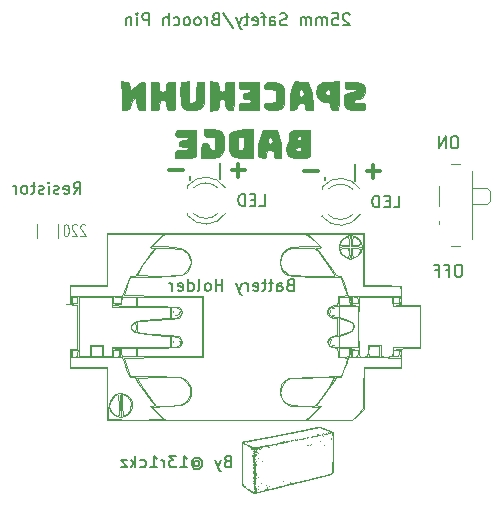
<source format=gbr>
G04 #@! TF.GenerationSoftware,KiCad,Pcbnew,(5.1.4)-1*
G04 #@! TF.CreationDate,2020-11-27T18:52:48+01:00*
G04 #@! TF.ProjectId,SpaceBADGE,53706163-6542-4414-9447-452e6b696361,rev?*
G04 #@! TF.SameCoordinates,Original*
G04 #@! TF.FileFunction,Legend,Bot*
G04 #@! TF.FilePolarity,Positive*
%FSLAX46Y46*%
G04 Gerber Fmt 4.6, Leading zero omitted, Abs format (unit mm)*
G04 Created by KiCad (PCBNEW (5.1.4)-1) date 2020-11-27 18:52:48*
%MOMM*%
%LPD*%
G04 APERTURE LIST*
%ADD10C,0.150000*%
%ADD11C,0.300000*%
%ADD12C,0.100000*%
%ADD13C,0.120000*%
%ADD14C,0.010000*%
G04 APERTURE END LIST*
D10*
X108755060Y-120986300D02*
X108564584Y-120986300D01*
X108469346Y-121033920D01*
X108374108Y-121129158D01*
X108326489Y-121319634D01*
X108326489Y-121652967D01*
X108374108Y-121843443D01*
X108469346Y-121938681D01*
X108564584Y-121986300D01*
X108755060Y-121986300D01*
X108850299Y-121938681D01*
X108945537Y-121843443D01*
X108993156Y-121652967D01*
X108993156Y-121319634D01*
X108945537Y-121129158D01*
X108850299Y-121033920D01*
X108755060Y-120986300D01*
X107564584Y-121462491D02*
X107897918Y-121462491D01*
X107897918Y-121986300D02*
X107897918Y-120986300D01*
X107421727Y-120986300D01*
X106707441Y-121462491D02*
X107040775Y-121462491D01*
X107040775Y-121986300D02*
X107040775Y-120986300D01*
X106564584Y-120986300D01*
D11*
X90587745Y-112992362D02*
X89444888Y-112992362D01*
X90016317Y-113563791D02*
X90016317Y-112420934D01*
X85302031Y-112992362D02*
X84159174Y-112992362D01*
X102022825Y-113068562D02*
X100879968Y-113068562D01*
X101451397Y-113639991D02*
X101451397Y-112497134D01*
X96737111Y-113068562D02*
X95594254Y-113068562D01*
D12*
X77077771Y-117655079D02*
X77042057Y-117607460D01*
X76970628Y-117559840D01*
X76792057Y-117559840D01*
X76720628Y-117607460D01*
X76684914Y-117655079D01*
X76649200Y-117750317D01*
X76649200Y-117845555D01*
X76684914Y-117988412D01*
X77113485Y-118559840D01*
X76649200Y-118559840D01*
X76363485Y-117655079D02*
X76327771Y-117607460D01*
X76256342Y-117559840D01*
X76077771Y-117559840D01*
X76006342Y-117607460D01*
X75970628Y-117655079D01*
X75934914Y-117750317D01*
X75934914Y-117845555D01*
X75970628Y-117988412D01*
X76399200Y-118559840D01*
X75934914Y-118559840D01*
X75470628Y-117559840D02*
X75399200Y-117559840D01*
X75327771Y-117607460D01*
X75292057Y-117655079D01*
X75256342Y-117750317D01*
X75220628Y-117940793D01*
X75220628Y-118178888D01*
X75256342Y-118369364D01*
X75292057Y-118464602D01*
X75327771Y-118512221D01*
X75399200Y-118559840D01*
X75470628Y-118559840D01*
X75542057Y-118512221D01*
X75577771Y-118464602D01*
X75613485Y-118369364D01*
X75649200Y-118178888D01*
X75649200Y-117940793D01*
X75613485Y-117750317D01*
X75577771Y-117655079D01*
X75542057Y-117607460D01*
X75470628Y-117559840D01*
D10*
X88506300Y-113738660D02*
X88506300Y-112349280D01*
X85907880Y-113812320D02*
X85907880Y-113499900D01*
X89104883Y-137621971D02*
X88962026Y-137669590D01*
X88914407Y-137717209D01*
X88866788Y-137812447D01*
X88866788Y-137955304D01*
X88914407Y-138050542D01*
X88962026Y-138098161D01*
X89057264Y-138145780D01*
X89438217Y-138145780D01*
X89438217Y-137145780D01*
X89104883Y-137145780D01*
X89009645Y-137193400D01*
X88962026Y-137241019D01*
X88914407Y-137336257D01*
X88914407Y-137431495D01*
X88962026Y-137526733D01*
X89009645Y-137574352D01*
X89104883Y-137621971D01*
X89438217Y-137621971D01*
X88533455Y-137479114D02*
X88295360Y-138145780D01*
X88057264Y-137479114D02*
X88295360Y-138145780D01*
X88390598Y-138383876D01*
X88438217Y-138431495D01*
X88533455Y-138479114D01*
X86295360Y-137669590D02*
X86342979Y-137621971D01*
X86438217Y-137574352D01*
X86533455Y-137574352D01*
X86628693Y-137621971D01*
X86676312Y-137669590D01*
X86723931Y-137764828D01*
X86723931Y-137860066D01*
X86676312Y-137955304D01*
X86628693Y-138002923D01*
X86533455Y-138050542D01*
X86438217Y-138050542D01*
X86342979Y-138002923D01*
X86295360Y-137955304D01*
X86295360Y-137574352D02*
X86295360Y-137955304D01*
X86247740Y-138002923D01*
X86200121Y-138002923D01*
X86104883Y-137955304D01*
X86057264Y-137860066D01*
X86057264Y-137621971D01*
X86152502Y-137479114D01*
X86295360Y-137383876D01*
X86485836Y-137336257D01*
X86676312Y-137383876D01*
X86819169Y-137479114D01*
X86914407Y-137621971D01*
X86962026Y-137812447D01*
X86914407Y-138002923D01*
X86819169Y-138145780D01*
X86676312Y-138241019D01*
X86485836Y-138288638D01*
X86295360Y-138241019D01*
X86152502Y-138145780D01*
X85104883Y-138145780D02*
X85676312Y-138145780D01*
X85390598Y-138145780D02*
X85390598Y-137145780D01*
X85485836Y-137288638D01*
X85581074Y-137383876D01*
X85676312Y-137431495D01*
X84771550Y-137145780D02*
X84152502Y-137145780D01*
X84485836Y-137526733D01*
X84342979Y-137526733D01*
X84247740Y-137574352D01*
X84200121Y-137621971D01*
X84152502Y-137717209D01*
X84152502Y-137955304D01*
X84200121Y-138050542D01*
X84247740Y-138098161D01*
X84342979Y-138145780D01*
X84628693Y-138145780D01*
X84723931Y-138098161D01*
X84771550Y-138050542D01*
X83723931Y-138145780D02*
X83723931Y-137479114D01*
X83723931Y-137669590D02*
X83676312Y-137574352D01*
X83628693Y-137526733D01*
X83533455Y-137479114D01*
X83438217Y-137479114D01*
X82581074Y-138145780D02*
X83152502Y-138145780D01*
X82866788Y-138145780D02*
X82866788Y-137145780D01*
X82962026Y-137288638D01*
X83057264Y-137383876D01*
X83152502Y-137431495D01*
X81723931Y-138098161D02*
X81819169Y-138145780D01*
X82009645Y-138145780D01*
X82104883Y-138098161D01*
X82152502Y-138050542D01*
X82200121Y-137955304D01*
X82200121Y-137669590D01*
X82152502Y-137574352D01*
X82104883Y-137526733D01*
X82009645Y-137479114D01*
X81819169Y-137479114D01*
X81723931Y-137526733D01*
X81295360Y-138145780D02*
X81295360Y-137145780D01*
X81200121Y-137764828D02*
X80914407Y-138145780D01*
X80914407Y-137479114D02*
X81295360Y-137860066D01*
X80581074Y-137479114D02*
X80057264Y-137479114D01*
X80581074Y-138145780D01*
X80057264Y-138145780D01*
X99918520Y-113883440D02*
X99918520Y-112494060D01*
X97393760Y-113845340D02*
X97393760Y-113532920D01*
D13*
X72955740Y-118705384D02*
X72955740Y-117501256D01*
X74775740Y-118705384D02*
X74775740Y-117501256D01*
D12*
X85562590Y-132614452D02*
X85043560Y-132864686D01*
X94478110Y-130542359D02*
X98136090Y-130517599D01*
X81402593Y-130554705D02*
X83248413Y-130496626D01*
X98136090Y-130517599D02*
X98136090Y-130517599D01*
X96443989Y-132917073D02*
X95551980Y-132917073D01*
X85043560Y-132864686D02*
X84002110Y-132917077D01*
X94027450Y-132656376D02*
X93745597Y-132331571D01*
X84002110Y-132917077D02*
X83080043Y-132917077D01*
X95551980Y-132917073D02*
X94544911Y-132869373D01*
X93591804Y-131462918D02*
X93770692Y-131054386D01*
X93576230Y-131902598D02*
X93591804Y-131462918D01*
X94544911Y-132869373D02*
X94027450Y-132656376D01*
X98136090Y-130517599D02*
X97688740Y-131368085D01*
X93745597Y-132331571D02*
X93576230Y-131902598D01*
X82822283Y-132638666D02*
X81915572Y-131460386D01*
X85094233Y-130511556D02*
X85316490Y-130642217D01*
X96724910Y-132616769D02*
X96443989Y-132917073D01*
X83248413Y-130496626D02*
X85094233Y-130511556D01*
X83080043Y-132917077D02*
X82822283Y-132638666D01*
X97688740Y-131368085D02*
X96724910Y-132616769D01*
X94077820Y-130729901D02*
X94478110Y-130542359D01*
X93770692Y-131054386D02*
X94077820Y-130729901D01*
X81915572Y-131460386D02*
X81402593Y-130554705D01*
X85920180Y-131338412D02*
X85923084Y-132047152D01*
X103766291Y-128844249D02*
X103766251Y-129225413D01*
X80163647Y-132877348D02*
X80195407Y-131948486D01*
X98492201Y-130497243D02*
X98729630Y-130483043D01*
X98102941Y-130797284D02*
X98254780Y-130511443D01*
X79983936Y-132894693D02*
X79990230Y-132020587D01*
X79861665Y-131983001D02*
X79914629Y-132835393D01*
X96609645Y-132881652D02*
X96698701Y-132745714D01*
X80259867Y-133774455D02*
X80163647Y-132877348D01*
X97026091Y-132956539D02*
X96811731Y-132916959D01*
X79990230Y-132020587D02*
X80071006Y-131900296D01*
X80461176Y-133765447D02*
X80833984Y-133464973D01*
X79987144Y-133857537D02*
X80461176Y-133765447D01*
X79885327Y-133699982D02*
X79788898Y-133762820D01*
X102194331Y-129630295D02*
X100622421Y-129654105D01*
X80833984Y-133464973D02*
X81041805Y-133036201D01*
X103766251Y-129606485D02*
X102194331Y-129630295D01*
X80425640Y-131910337D02*
X80021046Y-131826466D01*
X101546481Y-128831879D02*
X103766291Y-128844249D01*
X85695720Y-130961494D02*
X85920180Y-131338412D01*
X80195407Y-131948486D02*
X80552351Y-132054230D01*
X79582142Y-132027679D02*
X79765614Y-131930595D01*
X80783184Y-132187044D02*
X80425640Y-131910337D01*
X99217951Y-129189139D02*
X99326671Y-128819509D01*
X98919431Y-130020906D02*
X99217951Y-129189139D01*
X98729630Y-130483043D02*
X98919431Y-130020906D01*
X98254780Y-130511443D02*
X98492201Y-130497243D01*
X96698701Y-132745714D02*
X98102941Y-130797284D01*
X80044584Y-133792843D02*
X79983936Y-132894693D01*
X99623841Y-134107881D02*
X97717630Y-134106681D01*
X80552351Y-132054230D02*
X80552351Y-132054233D01*
X79788898Y-133762820D02*
X79599423Y-133682954D01*
X79109875Y-133026135D02*
X79135235Y-132580430D01*
X97717630Y-134106681D02*
X95811421Y-134105481D01*
X100597421Y-133130975D02*
X100110631Y-133619428D01*
X80105166Y-132861016D02*
X80105168Y-132861023D01*
X96811731Y-132916959D02*
X96609645Y-132881652D01*
X96073411Y-133881490D02*
X97026091Y-132956539D01*
X100622421Y-129654105D02*
X100609921Y-131392545D01*
X80857243Y-133321283D02*
X80570955Y-133632720D01*
X80552351Y-132054233D02*
X80959442Y-132625576D01*
X79765614Y-131930595D02*
X79861665Y-131983001D01*
X79611046Y-131944047D02*
X79611046Y-131944047D01*
X79599423Y-133682954D02*
X79286870Y-133419738D01*
X81020874Y-132559217D02*
X80783184Y-132187044D01*
X80021046Y-131826466D02*
X79611046Y-131944047D01*
X85316490Y-130642217D02*
X85695720Y-130961494D01*
X99326671Y-128819509D02*
X101546481Y-128831879D01*
X103766251Y-129225413D02*
X103766251Y-129606485D01*
X95811421Y-134105481D02*
X96073411Y-133881490D01*
X80959442Y-132625576D02*
X80857243Y-133321283D01*
X80105168Y-132861023D02*
X80044584Y-133792843D01*
X79914629Y-132835393D02*
X79914629Y-132835393D01*
X79135235Y-132580430D02*
X79582142Y-132027679D01*
X100110631Y-133619428D02*
X99623841Y-134107881D01*
X80570955Y-133632720D02*
X80259867Y-133774455D01*
X80071006Y-131900296D02*
X80105166Y-132861016D01*
X100609921Y-131392545D02*
X100597421Y-133130975D01*
X79914629Y-132835393D02*
X79885327Y-133699982D01*
X79179161Y-133367238D02*
X79514222Y-133702005D01*
X79514222Y-133702005D02*
X79987144Y-133857537D01*
X85923084Y-132047152D02*
X85562590Y-132614452D01*
X79286870Y-133419738D02*
X79109875Y-133026135D01*
X81041805Y-133036201D02*
X81020874Y-132559217D01*
X83508447Y-133904929D02*
X83657703Y-134022055D01*
X82735889Y-132917047D02*
X82545353Y-132970697D01*
X81027775Y-130487607D02*
X81248839Y-130487702D01*
X80806711Y-130487512D02*
X81027775Y-130487607D01*
X103780752Y-128478917D02*
X103721152Y-128725252D01*
X103604352Y-128201322D02*
X103590112Y-128475217D01*
X100112832Y-128475217D02*
X100098532Y-128749113D01*
X79449241Y-128487020D02*
X79449241Y-128195997D01*
X103361452Y-128749113D02*
X103147102Y-128749113D01*
X77341357Y-129641557D02*
X75781346Y-129628997D01*
X103647251Y-128459296D02*
X103706259Y-128205628D01*
X78901367Y-129654117D02*
X77341357Y-129641557D01*
X100098532Y-128749113D02*
X99872272Y-128763623D01*
X79973222Y-128489847D02*
X80020852Y-128201232D01*
X82545353Y-132970697D02*
X83508447Y-133904929D01*
X103361431Y-128201322D02*
X103604352Y-128201322D01*
X103590112Y-128475217D02*
X103575811Y-128749113D01*
X103706259Y-128205628D02*
X103780732Y-128478916D01*
X103721152Y-128725252D02*
X103647251Y-128459296D01*
X99886562Y-128201315D02*
X100127112Y-128201315D01*
X99872272Y-128763623D02*
X99646011Y-128778143D01*
X103575811Y-128749113D02*
X103361452Y-128749113D01*
X99598382Y-128463307D02*
X99526982Y-128725294D01*
X81547188Y-130999768D02*
X82672548Y-132567118D01*
X78925177Y-131869096D02*
X78901367Y-129654117D01*
X81317457Y-134096427D02*
X78948987Y-134084077D01*
X80020852Y-128201232D02*
X80068482Y-128460407D01*
X80627978Y-130037710D02*
X80806711Y-130487512D01*
X103132802Y-128475217D02*
X103118502Y-128201322D01*
X103147102Y-128749113D02*
X103132802Y-128475217D01*
X99487282Y-128233076D02*
X99572472Y-128227546D01*
X99455582Y-128495064D02*
X99487282Y-128233076D01*
X80068482Y-128460407D02*
X80068482Y-128460407D01*
X103118502Y-128201322D02*
X103361431Y-128201322D01*
X79901763Y-128225017D02*
X79901763Y-128487037D01*
X99526982Y-128725294D02*
X99455582Y-128495064D01*
X79675502Y-128763534D02*
X79449241Y-128778044D01*
X83657703Y-134022055D02*
X83474577Y-134081450D01*
X103780732Y-128478916D02*
X103780752Y-128478917D01*
X79675502Y-128210506D02*
X79901763Y-128225017D01*
X80020852Y-128749022D02*
X79973222Y-128489847D01*
X82672548Y-132567118D02*
X82926425Y-132888647D01*
X82926425Y-132888647D02*
X82735889Y-132917047D01*
X99646011Y-128201315D02*
X99886562Y-128201315D01*
X79449241Y-128195997D02*
X79675502Y-128210506D01*
X79029702Y-132929368D02*
X79179161Y-133367238D01*
X99646011Y-128778143D02*
X99646011Y-128489728D01*
X79113591Y-132464527D02*
X79029702Y-132929368D01*
X99646011Y-128489728D02*
X99646011Y-128201315D01*
X79611046Y-131944047D02*
X79113591Y-132464527D01*
X80068482Y-128460407D02*
X80020852Y-128749022D01*
X99598412Y-128463307D02*
X99598382Y-128463307D01*
X80201747Y-128820521D02*
X80325490Y-129204217D01*
X77991547Y-128820521D02*
X80201747Y-128820521D01*
X83474577Y-134081450D02*
X81317457Y-134096427D01*
X81248839Y-130487702D02*
X81547188Y-130999768D01*
X99572472Y-128227546D02*
X99598412Y-128463307D01*
X75781346Y-128820521D02*
X77991547Y-128820521D01*
X75781346Y-129224760D02*
X75781346Y-128820521D01*
X78948987Y-134084077D02*
X78925177Y-131869096D01*
X75781346Y-129628997D02*
X75781346Y-129224760D01*
X79449241Y-128778044D02*
X79449241Y-128487020D01*
X80325490Y-129204217D02*
X80627978Y-130037710D01*
X100127112Y-128201315D02*
X100112832Y-128475217D01*
X81330690Y-128749072D02*
X80735265Y-128749072D01*
X101051150Y-128749040D02*
X101036950Y-128392346D01*
X97812512Y-127295723D02*
X97857311Y-127314443D01*
X101956190Y-128296517D02*
X101956190Y-128749040D01*
X75971964Y-128489780D02*
X75971964Y-128201237D01*
X76391133Y-128475127D02*
X76376852Y-128749023D01*
X75876690Y-128463217D02*
X75829060Y-128725203D01*
X80389910Y-128021653D02*
X81330681Y-128034573D01*
X81330690Y-128391817D02*
X81330690Y-128749072D01*
X78031281Y-127830282D02*
X78472700Y-127843983D01*
X99412060Y-128109947D02*
X99398060Y-128429512D01*
X101956230Y-127843996D02*
X101956190Y-128296517D01*
X80111661Y-128106013D02*
X79780400Y-128106013D01*
X78020168Y-128749040D02*
X77567645Y-128749040D01*
X99796925Y-128079511D02*
X99779080Y-128093751D01*
X97773712Y-127569261D02*
X97771711Y-127426360D01*
X97750012Y-127510621D02*
X97773712Y-127569261D01*
X77553685Y-128348133D02*
X77564795Y-127881903D01*
X98502740Y-128776455D02*
X98502740Y-128417412D01*
X75781430Y-128463217D02*
X75829060Y-128201229D01*
X101036950Y-128392346D02*
X101074901Y-127883437D01*
X97857311Y-127314443D02*
X97886412Y-127248633D01*
X75829060Y-128725203D02*
X75781430Y-128463217D01*
X75829060Y-128201229D02*
X75876690Y-128463217D01*
X99324420Y-128067971D02*
X99796925Y-128079511D01*
X98502740Y-128058371D02*
X99324420Y-128067971D01*
X80139841Y-128749072D02*
X80125750Y-128427542D01*
X101516959Y-127830316D02*
X101956230Y-127843996D01*
X101074901Y-127883437D02*
X101516959Y-127830316D01*
X78472700Y-127843983D02*
X78472690Y-128296517D01*
X98050402Y-127781858D02*
X97991702Y-127805578D01*
X101956190Y-128749040D02*
X101503670Y-128749040D01*
X97886412Y-127248633D02*
X97812512Y-127295723D01*
X97991702Y-127805578D02*
X97991702Y-127805618D01*
X81330681Y-128034573D02*
X81330690Y-128391817D01*
X97991702Y-127805618D02*
X98134602Y-127803818D01*
X77564795Y-127881903D02*
X78031281Y-127830282D01*
X79449139Y-128057373D02*
X80389910Y-128021653D01*
X97771711Y-127426360D02*
X97749812Y-127510630D01*
X80125750Y-128427542D02*
X80111661Y-128106013D01*
X79901763Y-128749024D02*
X79675502Y-128763534D01*
X80735265Y-128749072D02*
X80139841Y-128749072D01*
X78472690Y-128749040D02*
X78020168Y-128749040D01*
X79901763Y-128487037D02*
X79901763Y-128749024D01*
X76405422Y-128201237D02*
X76391133Y-128475127D01*
X77567645Y-128749040D02*
X77553685Y-128348133D01*
X76188694Y-128201237D02*
X76405422Y-128201237D01*
X75971964Y-128201237D02*
X76188694Y-128201237D01*
X97812512Y-127295723D02*
X97812512Y-127295723D01*
X75971964Y-128778323D02*
X75971964Y-128489780D01*
X99779090Y-128093746D02*
X99412060Y-128109947D01*
X78472690Y-128296517D02*
X78472690Y-128749040D01*
X99779080Y-128093751D02*
X99779090Y-128093746D01*
X99398060Y-128429512D02*
X99383960Y-128749075D01*
X76174409Y-128763673D02*
X75971964Y-128778323D01*
X76376852Y-128749023D02*
X76174409Y-128763673D01*
X101503670Y-128749040D02*
X101051150Y-128749040D01*
X99383960Y-128749075D02*
X98943350Y-128762765D01*
X79780400Y-128106013D02*
X79449139Y-128057373D01*
X98134602Y-127803818D02*
X98050402Y-127781858D01*
X97749812Y-127510630D02*
X97750012Y-127510621D01*
X75876690Y-128463217D02*
X75876690Y-128463217D01*
X98502740Y-128417412D02*
X98502740Y-128058371D01*
X98943350Y-128762765D02*
X98502740Y-128776455D01*
X98502872Y-127058098D02*
X98502872Y-127510621D01*
X98194012Y-127058098D02*
X98502872Y-127058098D01*
X97736712Y-127190709D02*
X98194012Y-127058098D01*
X97588302Y-127510621D02*
X97736712Y-127190709D01*
X84307902Y-127974235D02*
X84307902Y-127524101D01*
X85053936Y-124902686D02*
X85029936Y-124962226D01*
X98502872Y-127963143D02*
X98194012Y-127963143D01*
X97736712Y-127830533D02*
X97588302Y-127510621D01*
X98194012Y-127963143D02*
X97736712Y-127830533D01*
X98502872Y-127510621D02*
X98502872Y-127963143D01*
X84307902Y-127524101D02*
X84339662Y-127042213D01*
X81347790Y-126248317D02*
X81260159Y-126677024D01*
X99082676Y-125655674D02*
X99082616Y-125655674D01*
X84482354Y-127546341D02*
X84482354Y-127427257D01*
X85025921Y-127466951D02*
X85026172Y-127466951D01*
X81260159Y-126677024D02*
X80947169Y-126309203D01*
X81347777Y-126248317D02*
X81347790Y-126248317D01*
X99538603Y-126594055D02*
X99061965Y-126790935D01*
X84774749Y-125201052D02*
X84666045Y-125232664D01*
X84961316Y-125134472D02*
X84774749Y-125201052D01*
X85050942Y-127404431D02*
X85025921Y-127466951D01*
X85054941Y-127495731D02*
X85050942Y-127404431D01*
X81259377Y-125819612D02*
X81347777Y-126248317D01*
X84458324Y-127486797D02*
X84458324Y-127486801D01*
X84482354Y-127427257D02*
X84458324Y-127486797D01*
X84307902Y-125497299D02*
X84307902Y-125009861D01*
X84307902Y-124522424D02*
X84623804Y-124542534D01*
X84623804Y-127954125D02*
X84307902Y-127974235D01*
X84482354Y-124902686D02*
X84458324Y-124962226D01*
X85076326Y-124715554D02*
X85076326Y-124715562D01*
X84623804Y-124542534D02*
X85076326Y-124715554D01*
X84458324Y-124962226D02*
X84458324Y-124962232D01*
X85029936Y-124962226D02*
X85029936Y-124962232D01*
X99734816Y-126341949D02*
X99538603Y-126594055D01*
X99532851Y-125828295D02*
X99686116Y-126017078D01*
X84886524Y-127059243D02*
X84886520Y-127059247D01*
X84953764Y-125178112D02*
X85018444Y-125106652D01*
X84482354Y-125021772D02*
X84482354Y-124902686D01*
X85197452Y-127354240D02*
X85076326Y-127781105D01*
X84961314Y-125134472D02*
X84961316Y-125134472D01*
X84666045Y-125232664D02*
X84739410Y-125243172D01*
X84458324Y-124962232D02*
X84482354Y-125021772D01*
X84623804Y-125477189D02*
X84307902Y-125497299D01*
X80973519Y-126155578D02*
X81259377Y-125819612D01*
X85076326Y-125304169D02*
X84623804Y-125477189D01*
X84886520Y-127059247D02*
X85197452Y-127354240D01*
X85026172Y-127466951D02*
X85054941Y-127495731D01*
X84458324Y-127486801D02*
X84482354Y-127546341D01*
X99686116Y-126017078D02*
X99734816Y-126341949D01*
X99061965Y-126790935D02*
X98573716Y-126945888D01*
X85018444Y-125106652D02*
X84961314Y-125134472D01*
X85076326Y-127781105D02*
X84623804Y-127954125D01*
X98573716Y-126945888D02*
X98502816Y-126229649D01*
X84739410Y-125243172D02*
X84953764Y-125178112D01*
X84339662Y-127042213D02*
X84886524Y-127059243D01*
X80947169Y-126309203D02*
X80973519Y-126155578D01*
X98538516Y-125486226D02*
X99082676Y-125655674D01*
X98502816Y-126229649D02*
X98538516Y-125486226D01*
X85212946Y-125009866D02*
X85076326Y-125304169D01*
X99082616Y-125655674D02*
X99532851Y-125828295D01*
X84307902Y-125009861D02*
X84307902Y-124522424D01*
X85053936Y-125021772D02*
X85053936Y-124902686D01*
X85029936Y-124962232D02*
X85053936Y-125021772D01*
X85076326Y-124715562D02*
X85212946Y-125009866D01*
X100120506Y-126224532D02*
X100120525Y-126224532D01*
X100120596Y-124485892D02*
X100120506Y-126224532D01*
X98550476Y-127963172D02*
X98550476Y-127488220D01*
X99335546Y-124485892D02*
X100120596Y-124485892D01*
X97736686Y-125258325D02*
X97588276Y-124938414D01*
X102085695Y-128260821D02*
X102072196Y-127772573D01*
X97966966Y-125231948D02*
X98086055Y-125231948D01*
X98550476Y-124485892D02*
X99335546Y-124485892D01*
X99335456Y-127963172D02*
X98550476Y-127963172D01*
X98550476Y-124952858D02*
X98550476Y-124485892D01*
X97588276Y-124938414D02*
X97736686Y-124618501D01*
X103393206Y-123676105D02*
X103599626Y-123676105D01*
X103155046Y-123707865D02*
X103393206Y-123676105D01*
X97966966Y-124660340D02*
X98086055Y-124660340D01*
X99610006Y-125826085D02*
X99055656Y-125583096D01*
X103599626Y-123676105D02*
X103599686Y-123961913D01*
X103679816Y-123707075D02*
X103781136Y-123987273D01*
X103599686Y-123961913D02*
X103599686Y-124247717D01*
X100979936Y-127772573D02*
X100979936Y-128243817D01*
X101526076Y-127772573D02*
X100979936Y-127772573D01*
X98550476Y-127488220D02*
X98550476Y-127013266D01*
X97771696Y-124854151D02*
X97749796Y-124938421D01*
X103647316Y-123997643D02*
X103679816Y-123707075D01*
X98550476Y-125419821D02*
X98550476Y-124952858D01*
X99055656Y-125583096D02*
X98550476Y-125419821D01*
X99612946Y-126628221D02*
X99818186Y-126133860D01*
X99023976Y-126866163D02*
X99612946Y-126628221D01*
X98550476Y-127013266D02*
X99023976Y-126866163D01*
X98193986Y-125390935D02*
X97736686Y-125258325D01*
X100120525Y-126224532D02*
X100120446Y-127963172D01*
X97749996Y-124938414D02*
X97773696Y-124997054D01*
X98086055Y-124660340D02*
X98026456Y-124636310D01*
X102072196Y-127772573D02*
X101526076Y-127772573D01*
X103051966Y-123699867D02*
X103065716Y-124092063D01*
X100203196Y-123706467D02*
X101643496Y-123687267D01*
X98193986Y-124485891D02*
X98502846Y-124485891D01*
X97966856Y-125231948D02*
X97966966Y-125231948D01*
X100575066Y-128772887D02*
X100324434Y-128769559D01*
X98026456Y-125207918D02*
X97966856Y-125231948D01*
X97749796Y-124938421D02*
X97749996Y-124938414D01*
X100979936Y-128243817D02*
X100931201Y-128709514D01*
X98502846Y-124938414D02*
X98502846Y-125390935D01*
X100206556Y-128551849D02*
X100171496Y-126226927D01*
X98026456Y-124636310D02*
X97966856Y-124660340D01*
X103706188Y-124241960D02*
X103647316Y-123997643D01*
X103781136Y-123987273D02*
X103781186Y-123987273D01*
X98086055Y-125231948D02*
X98026456Y-125207918D01*
X97773696Y-124997054D02*
X97771696Y-124854151D01*
X101643496Y-123687267D02*
X103051966Y-123699867D01*
X103599686Y-124247717D02*
X103361506Y-124247717D01*
X100324434Y-128769559D02*
X100206556Y-128551849D01*
X98502846Y-125390935D02*
X98193986Y-125390935D01*
X103361506Y-124247717D02*
X103123346Y-124247717D01*
X100931201Y-128709514D02*
X100575066Y-128772887D01*
X99818186Y-126133860D02*
X99610006Y-125826085D01*
X100120446Y-127963172D02*
X99335456Y-127963172D01*
X97736686Y-124618501D02*
X98193986Y-124485891D01*
X97966856Y-124660340D02*
X97966966Y-124660340D01*
X98502846Y-124485891D02*
X98502846Y-124938414D01*
X103123346Y-124247717D02*
X103123346Y-123993669D01*
X103123346Y-123993669D02*
X103155046Y-123707865D01*
X100171496Y-126226927D02*
X100203196Y-123706467D01*
X102099196Y-128749070D02*
X102085695Y-128260821D01*
X103781186Y-123987273D02*
X103706188Y-124241960D01*
X81408436Y-126249674D02*
X81408436Y-125783737D01*
X85122010Y-127142699D02*
X84983458Y-126987627D01*
X99407886Y-123984792D02*
X99464805Y-124291726D01*
X84982686Y-127986961D02*
X85121629Y-127831399D01*
X105385936Y-127939217D02*
X104230816Y-127951977D01*
X99646086Y-124247717D02*
X99646086Y-123959302D01*
X98502846Y-124390579D02*
X98502846Y-124033325D01*
X85260850Y-124935284D02*
X84974249Y-124557035D01*
X81408436Y-126715612D02*
X81408436Y-126249674D01*
X81398285Y-128014101D02*
X83190486Y-128000531D01*
X81402240Y-124485855D02*
X81402240Y-124080966D01*
X81750676Y-126747052D02*
X81408436Y-126715612D01*
X84174279Y-125541528D02*
X84969521Y-125509028D01*
X86951586Y-128749102D02*
X84188816Y-128749102D01*
X99827892Y-124371018D02*
X99324526Y-124381779D01*
X99886636Y-124247717D02*
X99646086Y-124247717D01*
X99478006Y-123734143D02*
X99560081Y-123720094D01*
X81426045Y-128749102D02*
X81412166Y-128381601D01*
X86974990Y-123676077D02*
X86963285Y-126212592D01*
X98502846Y-123676070D02*
X98955366Y-123676070D01*
X84983458Y-126987627D02*
X84157426Y-126955267D01*
X105385936Y-124509702D02*
X105385936Y-126224417D01*
X98502846Y-124033325D02*
X98502846Y-123676070D01*
X103079516Y-124484202D02*
X104232726Y-124496952D01*
X98955366Y-123676070D02*
X99407886Y-123676070D01*
X99884236Y-124357519D02*
X99827892Y-124371018D01*
X81798310Y-125750507D02*
X82783609Y-125645650D01*
X82712157Y-126850692D02*
X81750676Y-126747052D01*
X84157426Y-126955267D02*
X82712157Y-126850692D01*
X83190486Y-128000531D02*
X84982686Y-127986961D01*
X105385936Y-126224417D02*
X105385936Y-127939217D01*
X104230816Y-127951977D02*
X103075696Y-127964737D01*
X85121629Y-127831399D02*
X85265749Y-127486921D01*
X99589506Y-123990992D02*
X99589406Y-123990992D01*
X99589406Y-123990992D02*
X99527006Y-124223899D01*
X99464805Y-124291726D02*
X99884236Y-124357519D01*
X81412166Y-128381601D02*
X81398285Y-128014101D01*
X85115047Y-125369603D02*
X85260850Y-124935284D01*
X84974249Y-124557035D02*
X83119430Y-124485855D01*
X82783609Y-125645650D02*
X84174279Y-125541528D01*
X103065716Y-124092063D02*
X103079516Y-124484202D01*
X100112876Y-123973822D02*
X100127176Y-124247717D01*
X81408436Y-125783737D02*
X81798310Y-125750507D01*
X102480106Y-128763189D02*
X102099196Y-128749070D01*
X100098606Y-123699910D02*
X100112876Y-123973822D01*
X84188816Y-128749102D02*
X81426045Y-128749102D01*
X103004247Y-128729762D02*
X102480106Y-128763189D01*
X103075696Y-128344117D02*
X103004247Y-128729762D01*
X103075696Y-127964737D02*
X103075696Y-128344117D01*
X99560081Y-123720094D02*
X99589506Y-123990992D01*
X83119430Y-124485855D02*
X81402240Y-124485855D01*
X104232726Y-124496952D02*
X105385936Y-124509702D01*
X99324526Y-124381779D02*
X98502846Y-124390579D01*
X81402240Y-124080966D02*
X81402240Y-123676077D01*
X99872346Y-123685400D02*
X100098606Y-123699910D01*
X99646086Y-123959302D02*
X99646086Y-123670890D01*
X85265749Y-127486921D02*
X85122010Y-127142699D01*
X81402240Y-123676077D02*
X84188620Y-123676077D01*
X99646086Y-123670890D02*
X99872346Y-123685400D01*
X100127176Y-124247717D02*
X99886636Y-124247717D01*
X84969521Y-125509028D02*
X85115047Y-125369603D01*
X99527006Y-124223899D02*
X99478006Y-123734143D01*
X99407886Y-123676070D02*
X99407886Y-123984792D01*
X84188620Y-123676077D02*
X86974990Y-123676077D01*
X81330776Y-124080972D02*
X81330776Y-124462017D01*
X80044655Y-123699897D02*
X80058946Y-123973796D01*
X79343913Y-124116698D02*
X79357684Y-124533494D01*
X75971958Y-124247691D02*
X75971958Y-123961888D01*
X80073226Y-124247690D02*
X79761228Y-124247690D01*
X80058946Y-123973796D02*
X80073226Y-124247690D01*
X79330148Y-128749078D02*
X78948989Y-128749078D01*
X83938456Y-125486174D02*
X83069136Y-125554744D01*
X76519709Y-128749078D02*
X76507379Y-126211858D01*
X79449230Y-123959613D02*
X79449230Y-123671537D01*
X79449230Y-124247690D02*
X79449230Y-123959613D01*
X79761228Y-124247690D02*
X79449230Y-124247690D01*
X78948989Y-128749078D02*
X78567990Y-128749078D01*
X81221874Y-126717755D02*
X82283474Y-126869885D01*
X79330109Y-123699877D02*
X79343913Y-124116698D01*
X77912579Y-123687258D02*
X79330109Y-123699877D01*
X77472389Y-128749078D02*
X76996050Y-128749078D01*
X76996050Y-128749078D02*
X76519709Y-128749078D01*
X76186311Y-124247691D02*
X75971958Y-124247691D01*
X77499549Y-127772581D02*
X77485969Y-128260830D01*
X78567990Y-128749078D02*
X78554410Y-128260830D01*
X79357684Y-124533494D02*
X81785164Y-124533494D01*
X84212648Y-127021829D02*
X84212648Y-127492417D01*
X81785164Y-124533494D02*
X84212644Y-124533494D01*
X76495049Y-123674638D02*
X77912579Y-123687258D01*
X76507379Y-126211858D02*
X76495049Y-123674638D01*
X82283474Y-126869885D02*
X83772034Y-126998949D01*
X81785238Y-127963116D02*
X79357827Y-127963116D01*
X84212648Y-127963116D02*
X81785238Y-127963116D01*
X76400664Y-123676084D02*
X76400664Y-123961887D01*
X75876690Y-123988517D02*
X75876690Y-123988517D01*
X84212648Y-127492417D02*
X84212648Y-127963116D01*
X83772034Y-126998949D02*
X84212648Y-127021829D01*
X81152625Y-125802232D02*
X80925704Y-126058163D01*
X84212644Y-125009834D02*
X84212644Y-125486174D01*
X76186311Y-123676084D02*
X76400664Y-123676084D01*
X76400664Y-123961887D02*
X76400664Y-124247691D01*
X79448494Y-124414387D02*
X79770024Y-124342937D01*
X79449230Y-123671537D02*
X79746942Y-123685717D01*
X81878576Y-125679282D02*
X81152625Y-125802232D01*
X80913334Y-126422161D02*
X81221874Y-126717755D01*
X86963285Y-126212592D02*
X86951586Y-128749102D01*
X81330759Y-123699862D02*
X81330776Y-124080972D01*
X78020190Y-127772581D02*
X77499549Y-127772581D01*
X83069136Y-125554744D02*
X81878576Y-125679282D01*
X80746313Y-123686492D02*
X81330759Y-123699862D01*
X78554410Y-128260830D02*
X78540830Y-127772581D01*
X84212644Y-124533494D02*
X84212644Y-125009834D01*
X78540830Y-127772581D02*
X78020190Y-127772581D01*
X80187529Y-123713786D02*
X80746313Y-123686492D01*
X80925704Y-126058163D02*
X80913334Y-126422161D01*
X79343988Y-128356098D02*
X79330148Y-128749078D01*
X80105487Y-124057130D02*
X80187529Y-123713786D01*
X80092278Y-124319117D02*
X80105487Y-124057130D01*
X79357827Y-127963116D02*
X79343988Y-128356098D01*
X75971958Y-123961888D02*
X75971958Y-123676084D01*
X75971958Y-123676084D02*
X76186311Y-123676084D01*
X79770024Y-124342937D02*
X80092278Y-124319117D01*
X80389990Y-124462017D02*
X79448494Y-124414387D01*
X81330776Y-124462017D02*
X80389990Y-124462017D01*
X76400664Y-124247691D02*
X76186311Y-124247691D01*
X84212644Y-125486174D02*
X83938456Y-125486174D01*
X79746942Y-123685717D02*
X80044655Y-123699897D01*
X77485969Y-128260830D02*
X77472389Y-128749078D01*
X75829060Y-124247691D02*
X75781430Y-123959077D01*
X75876690Y-123988517D02*
X75829060Y-124247691D01*
X96723600Y-119829725D02*
X98093580Y-121759755D01*
X96439740Y-119532001D02*
X96723600Y-119829725D01*
X99336770Y-119603432D02*
X99350579Y-119996417D01*
X100443750Y-119450410D02*
X99999770Y-119531900D01*
X83224030Y-121952103D02*
X81421130Y-121893553D01*
X95482700Y-119532046D02*
X96439740Y-119532001D01*
X85245001Y-119630352D02*
X85245000Y-119630344D01*
X93714240Y-121318280D02*
X93563512Y-120855115D01*
X100422500Y-119609484D02*
X100179720Y-120119755D01*
X100027440Y-119341457D02*
X99646360Y-119341457D01*
X100408510Y-119243817D02*
X100027440Y-119341457D01*
X99646380Y-119579618D02*
X100019520Y-119579618D01*
X94288079Y-121828018D02*
X93714240Y-121318280D01*
X99646360Y-119341457D02*
X99646360Y-118936557D01*
X99350579Y-119996417D02*
X99284780Y-120389398D01*
X99439880Y-118563317D02*
X99526644Y-118580380D01*
X99562050Y-119936774D02*
X99523750Y-120387962D01*
X99574850Y-119555700D02*
X99562050Y-119936774D01*
X98093580Y-121759755D02*
X98106080Y-121941097D01*
X85781220Y-121376586D02*
X85237039Y-121827804D01*
X99898800Y-118608677D02*
X99898810Y-118608697D01*
X94525660Y-119532081D02*
X95482700Y-119532046D01*
X93842607Y-119969215D02*
X94233410Y-119670339D01*
X93563512Y-120855115D02*
X93612804Y-120384783D01*
X96282410Y-121952147D02*
X94288079Y-121828018D01*
X98106080Y-121941097D02*
X96282410Y-121952147D01*
X98971610Y-119589612D02*
X99336770Y-119603432D01*
X83089932Y-119532011D02*
X84052361Y-119532011D01*
X85779864Y-120067111D02*
X85974429Y-120722864D01*
X100019520Y-119579618D02*
X100422520Y-119609488D01*
X99999770Y-119531900D02*
X99574850Y-119555700D01*
X99408180Y-118992026D02*
X99439880Y-118563317D01*
X98979470Y-119388977D02*
X99408180Y-119388977D01*
X99720180Y-120389398D02*
X99646380Y-119984505D01*
X82872470Y-119758273D02*
X83089932Y-119532011D01*
X99408900Y-119924864D02*
X99408180Y-119531887D01*
X81894720Y-121000360D02*
X82872470Y-119758273D01*
X85237039Y-121827804D02*
X83224030Y-121952103D01*
X99523750Y-120387962D02*
X99445441Y-120359516D01*
X98774479Y-120081083D02*
X98577119Y-119623222D01*
X98979470Y-119531887D02*
X98550770Y-119460477D01*
X100422520Y-119609488D02*
X100422500Y-119609484D01*
X99696360Y-118531677D02*
X99898800Y-118608677D01*
X99284780Y-120389398D02*
X98774479Y-120081083D01*
X81421130Y-121893553D02*
X81894720Y-121000360D01*
X85974429Y-120722864D02*
X85781220Y-121376586D01*
X99408180Y-119388977D02*
X99408180Y-118992026D01*
X99526644Y-118580380D02*
X99561080Y-118948367D01*
X99408180Y-119531887D02*
X98979470Y-119531887D01*
X98577119Y-119623222D02*
X98971610Y-119589612D01*
X99561080Y-118948367D02*
X99561150Y-118948467D01*
X99445441Y-120359516D02*
X99408900Y-119924864D01*
X94233410Y-119670339D02*
X94525660Y-119532081D01*
X84052361Y-119532011D02*
X85245001Y-119630352D01*
X100179720Y-120119755D02*
X99720180Y-120389398D01*
X93612804Y-120384783D02*
X93842607Y-119969215D01*
X99646380Y-119984505D02*
X99646380Y-119579618D01*
X99898810Y-118608697D02*
X100263524Y-118900378D01*
X100263524Y-118900378D02*
X100408510Y-119243817D01*
X85245000Y-119630344D02*
X85779864Y-120067111D01*
X98550770Y-119460477D02*
X98979470Y-119388977D01*
X99646360Y-118936557D02*
X99696360Y-118531677D01*
X99935250Y-118567461D02*
X99515426Y-118443482D01*
X100408911Y-119895850D02*
X100492720Y-119402027D01*
X102135240Y-122771827D02*
X103733130Y-122811687D01*
X83839044Y-118341219D02*
X89758673Y-118341219D01*
X103780730Y-123227755D02*
X103766630Y-123604692D01*
X85956053Y-121175120D02*
X86038668Y-120703517D01*
X85698858Y-121580860D02*
X85956053Y-121175120D01*
X83680579Y-118470439D02*
X83839044Y-118341219D01*
X80306829Y-123552958D02*
X80779179Y-122213328D01*
X98205300Y-118342520D02*
X100598910Y-118341629D01*
X85929209Y-120211218D02*
X85625635Y-119790645D01*
X96597660Y-119570276D02*
X96812010Y-119531936D01*
X96769030Y-119772724D02*
X96597660Y-119570276D01*
X99096630Y-118549161D02*
X99096630Y-118549147D01*
X100492720Y-119402027D02*
X100341114Y-118906543D01*
X85284579Y-121875568D02*
X85698858Y-121580860D01*
X87020268Y-123628548D02*
X83663549Y-123628548D01*
X100085830Y-120279650D02*
X100408911Y-119895850D01*
X86038668Y-120703517D02*
X85929209Y-120211218D01*
X99096630Y-118549147D02*
X98626344Y-118959746D01*
X103733130Y-122811687D02*
X103780730Y-123227755D01*
X85625635Y-119790645D02*
X85139669Y-119534878D01*
X83663549Y-123628548D02*
X80306829Y-123552958D01*
X95678304Y-118341219D02*
X95864230Y-118475747D01*
X95811690Y-118343420D02*
X98205300Y-118342520D01*
X97943809Y-121365894D02*
X96769030Y-119772724D01*
X98524630Y-121961319D02*
X98274266Y-121886556D01*
X99337810Y-123604692D02*
X99250410Y-123342705D01*
X98274266Y-121886556D02*
X97943809Y-121365894D01*
X82688518Y-119394328D02*
X83680579Y-118470439D01*
X80779179Y-122213328D02*
X80878829Y-122012772D01*
X80878829Y-122012772D02*
X82962619Y-121998982D01*
X98947700Y-122521018D02*
X98732330Y-121961319D01*
X97026360Y-119492356D02*
X96073680Y-118567400D01*
X96073680Y-118567400D02*
X95811690Y-118343420D01*
X98732330Y-121961319D02*
X98524630Y-121961319D01*
X82962619Y-121998982D02*
X85284579Y-121875568D01*
X103766630Y-123604692D02*
X101552220Y-123604692D01*
X98803139Y-118825487D02*
X99301020Y-118533777D01*
X85139669Y-119534878D02*
X83755269Y-119436768D01*
X98924220Y-120279290D02*
X99502790Y-120481365D01*
X100599040Y-120556127D02*
X100599040Y-122771107D01*
X98517130Y-119593867D02*
X98620040Y-119971580D01*
X100341114Y-118906543D02*
X99935250Y-118567461D01*
X100599040Y-122771107D02*
X102135240Y-122771827D01*
X100018820Y-119379000D02*
X100443750Y-119450410D01*
X99574850Y-119365269D02*
X100018820Y-119379000D01*
X99561150Y-118948467D02*
X99574850Y-119365269D01*
X99360619Y-118936567D02*
X99360570Y-118936567D01*
X99301020Y-118533777D02*
X99360619Y-118936567D01*
X98584430Y-119311583D02*
X98803139Y-118825487D01*
X98987430Y-119341453D02*
X98584430Y-119311583D01*
X99360570Y-119341453D02*
X98987430Y-119341453D01*
X98620040Y-119971580D02*
X98924220Y-120279290D01*
X96812010Y-119531936D02*
X97026360Y-119492356D01*
X101552220Y-123604692D02*
X99337810Y-123604692D01*
X89758673Y-118341219D02*
X95678304Y-118341219D01*
X99360570Y-118936567D02*
X99360570Y-119341453D01*
X99515426Y-118443482D02*
X99096630Y-118549161D01*
X99250410Y-123342705D02*
X98947700Y-122521018D01*
X98626344Y-118959746D02*
X98517130Y-119593867D01*
X100598910Y-118341629D02*
X100599040Y-120556127D01*
X99502790Y-120481365D02*
X100085830Y-120279650D01*
X83755269Y-119436768D02*
X82688518Y-119394328D01*
X98403830Y-128058615D02*
X98417730Y-128427779D01*
X98417900Y-124015070D02*
X98404100Y-124377790D01*
X99201520Y-128842493D02*
X99117020Y-129281198D01*
X98431700Y-123652352D02*
X98417900Y-124015070D01*
X80741445Y-130166238D02*
X80306849Y-128888488D01*
X82950539Y-130441266D02*
X80854639Y-130440066D01*
X96854640Y-133004328D02*
X96013550Y-133839421D01*
X96671290Y-122008959D02*
X98680480Y-122008959D01*
X80854639Y-130440066D02*
X80741445Y-130166238D01*
X85021534Y-130483202D02*
X82950539Y-130441266D01*
X85374728Y-130587356D02*
X85021534Y-130483202D01*
X85631889Y-130794200D02*
X85374728Y-130587356D01*
X85999339Y-131376034D02*
X85631889Y-130794200D01*
X82688559Y-133031859D02*
X83867499Y-132964419D01*
X85975919Y-132070430D02*
X85999339Y-131376034D01*
X85722304Y-132533286D02*
X85975919Y-132070430D01*
X85284609Y-132851629D02*
X85722304Y-132533286D01*
X83867499Y-132964419D02*
X85284609Y-132851629D01*
X98788880Y-128809853D02*
X99201520Y-128842493D01*
X99216950Y-123543232D02*
X98824680Y-123638502D01*
X93525990Y-131702628D02*
X93594841Y-132200672D01*
X98824680Y-123638502D02*
X98431700Y-123652352D01*
X93594841Y-132200672D02*
X93873970Y-132596071D01*
X94646470Y-121969766D02*
X96671290Y-122008959D01*
X83671910Y-133955761D02*
X82688559Y-133031859D01*
X97688900Y-124561680D02*
X97521281Y-124853730D01*
X93663950Y-121359172D02*
X93993280Y-121728805D01*
X98836430Y-122378122D02*
X99216950Y-123543232D01*
X98115120Y-124403990D02*
X97688900Y-124561680D01*
X94216020Y-130575732D02*
X93651790Y-131107203D01*
X83869300Y-134108101D02*
X83671910Y-133955761D01*
X89780330Y-134108101D02*
X83869300Y-134108101D01*
X94412193Y-132903525D02*
X95691640Y-132964888D01*
X98251030Y-128058328D02*
X98403830Y-128058615D01*
X96533510Y-130450818D02*
X94216020Y-130575732D01*
X97517720Y-127472722D02*
X97696673Y-127888449D01*
X98680480Y-122008959D02*
X98836430Y-122378122D01*
X95691379Y-134108101D02*
X89780330Y-134108101D01*
X98254239Y-126963278D02*
X97745059Y-127098918D01*
X98384060Y-125462520D02*
X98397159Y-126212754D01*
X93525400Y-120746660D02*
X93663950Y-121359172D01*
X97776962Y-125369000D02*
X98134910Y-125460520D01*
X97561528Y-125144787D02*
X97776962Y-125369000D01*
X96013550Y-133839421D02*
X95691379Y-134108101D01*
X98397159Y-126212754D02*
X98410260Y-126962990D01*
X97696673Y-127888449D02*
X98251030Y-128058328D01*
X98431629Y-128796943D02*
X98788880Y-128809853D01*
X93873970Y-132596071D02*
X94412193Y-132903525D01*
X98410260Y-126962990D02*
X98254239Y-126963278D01*
X98417730Y-128427779D02*
X98431629Y-128796943D01*
X97745059Y-127098918D02*
X97517720Y-127472722D01*
X98134910Y-125460520D02*
X98384060Y-125462520D01*
X98404100Y-124377790D02*
X98115120Y-124403990D01*
X93993280Y-121728805D02*
X94646470Y-121969766D01*
X97521281Y-124853730D02*
X97561528Y-125144787D01*
X99117020Y-129281198D02*
X98683580Y-130379368D01*
X98683580Y-130379368D02*
X96533510Y-130450818D01*
X87033669Y-124926568D02*
X87020268Y-123628548D01*
X87033649Y-127522618D02*
X87033669Y-124926568D01*
X87020249Y-128820648D02*
X87033649Y-127522618D01*
X83663549Y-128820648D02*
X87020249Y-128820648D01*
X95691640Y-132964888D02*
X96854640Y-133004328D01*
X80306849Y-128888488D02*
X83663549Y-128820648D01*
X93651790Y-131107203D02*
X93525990Y-131702628D01*
X77305684Y-129725467D02*
X78877605Y-129725467D01*
X93630422Y-120155478D02*
X93525400Y-120746660D01*
X78877605Y-131940437D02*
X78877605Y-134155417D01*
X93976150Y-119752351D02*
X93630422Y-120155478D01*
X94493339Y-119498423D02*
X93976150Y-119752351D01*
X82926892Y-119559853D02*
X82647686Y-119905196D01*
X95688100Y-119438229D02*
X94493339Y-119498423D01*
X96474060Y-119011627D02*
X96898129Y-119412909D01*
X95864230Y-118475747D02*
X96474060Y-119011627D01*
X83545701Y-118491442D02*
X83546130Y-118490447D01*
X83712420Y-118344922D02*
X83545701Y-118491442D01*
X77365189Y-122782162D02*
X78925200Y-122769592D01*
X81240616Y-121914574D02*
X80997715Y-121960992D01*
X100645165Y-133178526D02*
X100657764Y-131463896D01*
X99671605Y-134155417D02*
X100158394Y-133666972D01*
X105433665Y-124414275D02*
X104266625Y-124389175D01*
X105433665Y-126224365D02*
X105433665Y-124414275D01*
X103456855Y-128106015D02*
X103400330Y-128094715D01*
X78877605Y-129725467D02*
X78877605Y-131940437D01*
X81425836Y-121651696D02*
X81240616Y-121914574D01*
X100670265Y-129749266D02*
X102242185Y-129725455D01*
X75805180Y-122794722D02*
X77365189Y-122782162D01*
X100657764Y-131463896D02*
X100670265Y-129749266D01*
X75777650Y-123628317D02*
X75791420Y-123211518D01*
X102242185Y-129725455D02*
X103814104Y-129701646D01*
X103814035Y-122747086D02*
X102242115Y-122723266D01*
X100670175Y-122699456D02*
X100670175Y-120496376D01*
X87273125Y-118281536D02*
X87273489Y-118281717D01*
X100670175Y-118293296D02*
X98232835Y-118293296D01*
X89274605Y-134155417D02*
X99671605Y-134155417D01*
X100670175Y-120496376D02*
X100670175Y-118293296D01*
X83546130Y-118490447D02*
X82545820Y-119463743D01*
X82647686Y-119905196D02*
X81425836Y-121651696D01*
X80654116Y-122330852D02*
X80347636Y-123164052D01*
X95732055Y-118281396D02*
X87273125Y-118281536D01*
X103529393Y-128082249D02*
X104266625Y-128058385D01*
X103814104Y-128915685D02*
X103814104Y-128129724D01*
X78877605Y-134155417D02*
X89274605Y-134155417D01*
X80193790Y-123628317D02*
X77985720Y-123628317D01*
X80997715Y-121960992D02*
X80807179Y-121962092D01*
X98232835Y-118293296D02*
X95732055Y-118281396D01*
X103827235Y-123505644D02*
X103814035Y-122747086D01*
X104266625Y-128058385D02*
X105433665Y-128034455D01*
X96898129Y-119412909D02*
X95688100Y-119438229D01*
X103779634Y-124302785D02*
X103827235Y-123505644D01*
X81318809Y-118342922D02*
X83712420Y-118344922D01*
X78925200Y-118340922D02*
X81318809Y-118342922D01*
X78925200Y-122769592D02*
X78925200Y-120555262D01*
X75791420Y-123211518D02*
X75805180Y-122794722D01*
X103400330Y-128094715D02*
X103529393Y-128082249D01*
X80347636Y-123164052D02*
X80193790Y-123628317D01*
X78925200Y-120555262D02*
X78925200Y-118340922D01*
X100158394Y-133666972D02*
X100645165Y-133178526D01*
X80807179Y-121962092D02*
X80654116Y-122330852D01*
X77985720Y-123628317D02*
X75777650Y-123628317D01*
X104266625Y-124389175D02*
X103533364Y-124368110D01*
X82736356Y-119531943D02*
X82926892Y-119559853D01*
X82545820Y-119463743D02*
X82736356Y-119531943D01*
X103409215Y-124352715D02*
X103779634Y-124302785D01*
X102242115Y-122723266D02*
X100670175Y-122699456D01*
X103533364Y-124368110D02*
X103409215Y-124352715D01*
X105433665Y-128034455D02*
X105433665Y-126224365D01*
X103814104Y-128129724D02*
X103456855Y-128106015D01*
X103814104Y-129701646D02*
X103814104Y-128915685D01*
X76400554Y-126248260D02*
X76400554Y-128010720D01*
X76396054Y-124350470D02*
X75583920Y-124333760D01*
X75733690Y-124342870D02*
X76396054Y-124350470D01*
X77305690Y-122723317D02*
X75733690Y-122723317D01*
X75733765Y-129725467D02*
X77305684Y-129725467D01*
X75733765Y-128915689D02*
X75733765Y-129725467D01*
X75482404Y-124331671D02*
X76396054Y-124350470D01*
X75733690Y-122723317D02*
X75733690Y-123533091D01*
X75733690Y-123533091D02*
X75733690Y-124342870D01*
X76396454Y-128088430D02*
X76079110Y-128096630D01*
X76400554Y-128010720D02*
X76398454Y-128042900D01*
X76396054Y-124350470D02*
X76400554Y-126248260D01*
X75444335Y-124330888D02*
X75482404Y-124331671D01*
X78878000Y-118293717D02*
X78878000Y-120508517D01*
X75733765Y-128105930D02*
X75733765Y-128915689D01*
X76079110Y-128096630D02*
X75733765Y-128105930D01*
X76398454Y-128042900D02*
X76396454Y-128088430D01*
X76400554Y-128010720D02*
X76400554Y-128010720D01*
X75583920Y-124333760D02*
X75444335Y-124330888D01*
X78878000Y-120508517D02*
X78878000Y-122723317D01*
X78878000Y-122723317D02*
X77305690Y-122723317D01*
X87273489Y-118281717D02*
X78878000Y-118293717D01*
X75781430Y-123959077D02*
X75829060Y-123699900D01*
X75829060Y-123699900D02*
X75876690Y-123988517D01*
D13*
X108814780Y-119370520D02*
X108024780Y-119370520D01*
X108024780Y-112470520D02*
X108814780Y-112470520D01*
X106974780Y-114320520D02*
X106974780Y-116020520D01*
X109824780Y-113070520D02*
X109824780Y-118770520D01*
X111114780Y-115820520D02*
X109824780Y-115820520D01*
X111324780Y-114720520D02*
X111324780Y-115620520D01*
X109824780Y-114520520D02*
X111114780Y-114520520D01*
X111114780Y-115820520D02*
X111324780Y-115620520D01*
X111114780Y-114520520D02*
X111324780Y-114720520D01*
X106974780Y-117320520D02*
X106974780Y-117520520D01*
D14*
G36*
X96164400Y-134904480D02*
G01*
X96169480Y-134909560D01*
X96174560Y-134904480D01*
X96169480Y-134899400D01*
X96164400Y-134904480D01*
X96164400Y-134904480D01*
G37*
X96164400Y-134904480D02*
X96169480Y-134909560D01*
X96174560Y-134904480D01*
X96169480Y-134899400D01*
X96164400Y-134904480D01*
G36*
X97627854Y-135109975D02*
G01*
X97627440Y-135112760D01*
X97630907Y-135122655D01*
X97631921Y-135122920D01*
X97640595Y-135115800D01*
X97642680Y-135112760D01*
X97641875Y-135103397D01*
X97638200Y-135102600D01*
X97627854Y-135109975D01*
X97627854Y-135109975D01*
G37*
X97627854Y-135109975D02*
X97627440Y-135112760D01*
X97630907Y-135122655D01*
X97631921Y-135122920D01*
X97640595Y-135115800D01*
X97642680Y-135112760D01*
X97641875Y-135103397D01*
X97638200Y-135102600D01*
X97627854Y-135109975D01*
G36*
X97864613Y-135159624D02*
G01*
X97866200Y-135163560D01*
X97875330Y-135173252D01*
X97876960Y-135173720D01*
X97881324Y-135165859D01*
X97881440Y-135163560D01*
X97873630Y-135153790D01*
X97870681Y-135153400D01*
X97864613Y-135159624D01*
X97864613Y-135159624D01*
G37*
X97864613Y-135159624D02*
X97866200Y-135163560D01*
X97875330Y-135173252D01*
X97876960Y-135173720D01*
X97881324Y-135165859D01*
X97881440Y-135163560D01*
X97873630Y-135153790D01*
X97870681Y-135153400D01*
X97864613Y-135159624D01*
G36*
X97742693Y-135190104D02*
G01*
X97744280Y-135194040D01*
X97753410Y-135203732D01*
X97755040Y-135204200D01*
X97759404Y-135196339D01*
X97759520Y-135194040D01*
X97751710Y-135184270D01*
X97748761Y-135183880D01*
X97742693Y-135190104D01*
X97742693Y-135190104D01*
G37*
X97742693Y-135190104D02*
X97744280Y-135194040D01*
X97753410Y-135203732D01*
X97755040Y-135204200D01*
X97759404Y-135196339D01*
X97759520Y-135194040D01*
X97751710Y-135184270D01*
X97748761Y-135183880D01*
X97742693Y-135190104D01*
G36*
X97170255Y-135211412D02*
G01*
X97152647Y-135218167D01*
X97152872Y-135223217D01*
X97164561Y-135224520D01*
X97181457Y-135218940D01*
X97184895Y-135215307D01*
X97181644Y-135210115D01*
X97170255Y-135211412D01*
X97170255Y-135211412D01*
G37*
X97170255Y-135211412D02*
X97152647Y-135218167D01*
X97152872Y-135223217D01*
X97164561Y-135224520D01*
X97181457Y-135218940D01*
X97184895Y-135215307D01*
X97181644Y-135210115D01*
X97170255Y-135211412D01*
G36*
X97698560Y-135229600D02*
G01*
X97703640Y-135234680D01*
X97708720Y-135229600D01*
X97703640Y-135224520D01*
X97698560Y-135229600D01*
X97698560Y-135229600D01*
G37*
X97698560Y-135229600D02*
X97703640Y-135234680D01*
X97708720Y-135229600D01*
X97703640Y-135224520D01*
X97698560Y-135229600D01*
G36*
X97637600Y-135239760D02*
G01*
X97642680Y-135244840D01*
X97647760Y-135239760D01*
X97642680Y-135234680D01*
X97637600Y-135239760D01*
X97637600Y-135239760D01*
G37*
X97637600Y-135239760D02*
X97642680Y-135244840D01*
X97647760Y-135239760D01*
X97642680Y-135234680D01*
X97637600Y-135239760D01*
G36*
X97458213Y-135271384D02*
G01*
X97459800Y-135275320D01*
X97468930Y-135285012D01*
X97470560Y-135285480D01*
X97474924Y-135277619D01*
X97475040Y-135275320D01*
X97467230Y-135265550D01*
X97464281Y-135265160D01*
X97458213Y-135271384D01*
X97458213Y-135271384D01*
G37*
X97458213Y-135271384D02*
X97459800Y-135275320D01*
X97468930Y-135285012D01*
X97470560Y-135285480D01*
X97474924Y-135277619D01*
X97475040Y-135275320D01*
X97467230Y-135265550D01*
X97464281Y-135265160D01*
X97458213Y-135271384D01*
G36*
X97336187Y-135288866D02*
G01*
X97337582Y-135294906D01*
X97342960Y-135295640D01*
X97351323Y-135291922D01*
X97349734Y-135288866D01*
X97337676Y-135287650D01*
X97336187Y-135288866D01*
X97336187Y-135288866D01*
G37*
X97336187Y-135288866D02*
X97337582Y-135294906D01*
X97342960Y-135295640D01*
X97351323Y-135291922D01*
X97349734Y-135288866D01*
X97337676Y-135287650D01*
X97336187Y-135288866D01*
G36*
X97515680Y-135290560D02*
G01*
X97520760Y-135295640D01*
X97525840Y-135290560D01*
X97520760Y-135285480D01*
X97515680Y-135290560D01*
X97515680Y-135290560D01*
G37*
X97515680Y-135290560D02*
X97520760Y-135295640D01*
X97525840Y-135290560D01*
X97520760Y-135285480D01*
X97515680Y-135290560D01*
G36*
X97251530Y-135300972D02*
G01*
X97246440Y-135305800D01*
X97245621Y-135314775D01*
X97257736Y-135313283D01*
X97271840Y-135305800D01*
X97281362Y-135297909D01*
X97272211Y-135295829D01*
X97269900Y-135295795D01*
X97251530Y-135300972D01*
X97251530Y-135300972D01*
G37*
X97251530Y-135300972D02*
X97246440Y-135305800D01*
X97245621Y-135314775D01*
X97257736Y-135313283D01*
X97271840Y-135305800D01*
X97281362Y-135297909D01*
X97272211Y-135295829D01*
X97269900Y-135295795D01*
X97251530Y-135300972D01*
G36*
X96715792Y-135330141D02*
G01*
X96718822Y-135334759D01*
X96729127Y-135335477D01*
X96739968Y-135332996D01*
X96735265Y-135329339D01*
X96719387Y-135328128D01*
X96715792Y-135330141D01*
X96715792Y-135330141D01*
G37*
X96715792Y-135330141D02*
X96718822Y-135334759D01*
X96729127Y-135335477D01*
X96739968Y-135332996D01*
X96735265Y-135329339D01*
X96719387Y-135328128D01*
X96715792Y-135330141D01*
G36*
X97119440Y-135341360D02*
G01*
X97109748Y-135350489D01*
X97109280Y-135352119D01*
X97117141Y-135356483D01*
X97119440Y-135356600D01*
X97129210Y-135348789D01*
X97129600Y-135345840D01*
X97123376Y-135339772D01*
X97119440Y-135341360D01*
X97119440Y-135341360D01*
G37*
X97119440Y-135341360D02*
X97109748Y-135350489D01*
X97109280Y-135352119D01*
X97117141Y-135356483D01*
X97119440Y-135356600D01*
X97129210Y-135348789D01*
X97129600Y-135345840D01*
X97123376Y-135339772D01*
X97119440Y-135341360D01*
G36*
X97952560Y-135351520D02*
G01*
X97957640Y-135356600D01*
X97962720Y-135351520D01*
X97957640Y-135346440D01*
X97952560Y-135351520D01*
X97952560Y-135351520D01*
G37*
X97952560Y-135351520D02*
X97957640Y-135356600D01*
X97962720Y-135351520D01*
X97957640Y-135346440D01*
X97952560Y-135351520D01*
G36*
X97942400Y-135392160D02*
G01*
X97947480Y-135397240D01*
X97952560Y-135392160D01*
X97947480Y-135387080D01*
X97942400Y-135392160D01*
X97942400Y-135392160D01*
G37*
X97942400Y-135392160D02*
X97947480Y-135397240D01*
X97952560Y-135392160D01*
X97947480Y-135387080D01*
X97942400Y-135392160D01*
G36*
X96923695Y-135383926D02*
G01*
X96928162Y-135394283D01*
X96939946Y-135406076D01*
X96946716Y-135401049D01*
X96950136Y-135392834D01*
X96948161Y-135381258D01*
X96936501Y-135379718D01*
X96923695Y-135383926D01*
X96923695Y-135383926D01*
G37*
X96923695Y-135383926D02*
X96928162Y-135394283D01*
X96939946Y-135406076D01*
X96946716Y-135401049D01*
X96950136Y-135392834D01*
X96948161Y-135381258D01*
X96936501Y-135379718D01*
X96923695Y-135383926D01*
G36*
X96807232Y-135411421D02*
G01*
X96810262Y-135416039D01*
X96820567Y-135416757D01*
X96831408Y-135414276D01*
X96826705Y-135410619D01*
X96810827Y-135409408D01*
X96807232Y-135411421D01*
X96807232Y-135411421D01*
G37*
X96807232Y-135411421D02*
X96810262Y-135416039D01*
X96820567Y-135416757D01*
X96831408Y-135414276D01*
X96826705Y-135410619D01*
X96810827Y-135409408D01*
X96807232Y-135411421D01*
G36*
X96736747Y-135420946D02*
G01*
X96738142Y-135426986D01*
X96743520Y-135427720D01*
X96751883Y-135424002D01*
X96750294Y-135420946D01*
X96738236Y-135419730D01*
X96736747Y-135420946D01*
X96736747Y-135420946D01*
G37*
X96736747Y-135420946D02*
X96738142Y-135426986D01*
X96743520Y-135427720D01*
X96751883Y-135424002D01*
X96750294Y-135420946D01*
X96738236Y-135419730D01*
X96736747Y-135420946D01*
G36*
X96651074Y-135433224D02*
G01*
X96647658Y-135436815D01*
X96649898Y-135446788D01*
X96662486Y-135453309D01*
X96675494Y-135451588D01*
X96676487Y-135450726D01*
X96682231Y-135436209D01*
X96671295Y-135427943D01*
X96667920Y-135427720D01*
X96651074Y-135433224D01*
X96651074Y-135433224D01*
G37*
X96651074Y-135433224D02*
X96647658Y-135436815D01*
X96649898Y-135446788D01*
X96662486Y-135453309D01*
X96675494Y-135451588D01*
X96676487Y-135450726D01*
X96682231Y-135436209D01*
X96671295Y-135427943D01*
X96667920Y-135427720D01*
X96651074Y-135433224D01*
G36*
X96360827Y-135461586D02*
G01*
X96362222Y-135467626D01*
X96367600Y-135468360D01*
X96375963Y-135464642D01*
X96374374Y-135461586D01*
X96362316Y-135460370D01*
X96360827Y-135461586D01*
X96360827Y-135461586D01*
G37*
X96360827Y-135461586D02*
X96362222Y-135467626D01*
X96367600Y-135468360D01*
X96375963Y-135464642D01*
X96374374Y-135461586D01*
X96362316Y-135460370D01*
X96360827Y-135461586D01*
G36*
X96418400Y-135453120D02*
G01*
X96408708Y-135462249D01*
X96408240Y-135463879D01*
X96416101Y-135468243D01*
X96418400Y-135468360D01*
X96428170Y-135460549D01*
X96428560Y-135457600D01*
X96422336Y-135451532D01*
X96418400Y-135453120D01*
X96418400Y-135453120D01*
G37*
X96418400Y-135453120D02*
X96408708Y-135462249D01*
X96408240Y-135463879D01*
X96416101Y-135468243D01*
X96418400Y-135468360D01*
X96428170Y-135460549D01*
X96428560Y-135457600D01*
X96422336Y-135451532D01*
X96418400Y-135453120D01*
G36*
X96502432Y-135462221D02*
G01*
X96505462Y-135466839D01*
X96515767Y-135467557D01*
X96526608Y-135465076D01*
X96521905Y-135461419D01*
X96506027Y-135460208D01*
X96502432Y-135462221D01*
X96502432Y-135462221D01*
G37*
X96502432Y-135462221D02*
X96505462Y-135466839D01*
X96515767Y-135467557D01*
X96526608Y-135465076D01*
X96521905Y-135461419D01*
X96506027Y-135460208D01*
X96502432Y-135462221D01*
G36*
X96562360Y-135453526D02*
G01*
X96560640Y-135458200D01*
X96568870Y-135467213D01*
X96575880Y-135468360D01*
X96589401Y-135462873D01*
X96591120Y-135458200D01*
X96582891Y-135449186D01*
X96575880Y-135448040D01*
X96562360Y-135453526D01*
X96562360Y-135453526D01*
G37*
X96562360Y-135453526D02*
X96560640Y-135458200D01*
X96568870Y-135467213D01*
X96575880Y-135468360D01*
X96589401Y-135462873D01*
X96591120Y-135458200D01*
X96582891Y-135449186D01*
X96575880Y-135448040D01*
X96562360Y-135453526D01*
G36*
X96228747Y-135481906D02*
G01*
X96230142Y-135487946D01*
X96235520Y-135488680D01*
X96243883Y-135484962D01*
X96242294Y-135481906D01*
X96230236Y-135480690D01*
X96228747Y-135481906D01*
X96228747Y-135481906D01*
G37*
X96228747Y-135481906D02*
X96230142Y-135487946D01*
X96235520Y-135488680D01*
X96243883Y-135484962D01*
X96242294Y-135481906D01*
X96230236Y-135480690D01*
X96228747Y-135481906D01*
G36*
X96276434Y-135496429D02*
G01*
X96276160Y-135498840D01*
X96284430Y-135507756D01*
X96292000Y-135509000D01*
X96302516Y-135504074D01*
X96301560Y-135498840D01*
X96288571Y-135489067D01*
X96285721Y-135488680D01*
X96276434Y-135496429D01*
X96276434Y-135496429D01*
G37*
X96276434Y-135496429D02*
X96276160Y-135498840D01*
X96284430Y-135507756D01*
X96292000Y-135509000D01*
X96302516Y-135504074D01*
X96301560Y-135498840D01*
X96288571Y-135489067D01*
X96285721Y-135488680D01*
X96276434Y-135496429D01*
G36*
X96320187Y-135502226D02*
G01*
X96321582Y-135508266D01*
X96326960Y-135509000D01*
X96335323Y-135505282D01*
X96333734Y-135502226D01*
X96321676Y-135501010D01*
X96320187Y-135502226D01*
X96320187Y-135502226D01*
G37*
X96320187Y-135502226D02*
X96321582Y-135508266D01*
X96326960Y-135509000D01*
X96335323Y-135505282D01*
X96333734Y-135502226D01*
X96321676Y-135501010D01*
X96320187Y-135502226D01*
G36*
X97190560Y-135514080D02*
G01*
X97195640Y-135519160D01*
X97200720Y-135514080D01*
X97195640Y-135509000D01*
X97190560Y-135514080D01*
X97190560Y-135514080D01*
G37*
X97190560Y-135514080D02*
X97195640Y-135519160D01*
X97200720Y-135514080D01*
X97195640Y-135509000D01*
X97190560Y-135514080D01*
G36*
X96205336Y-135526891D02*
G01*
X96205040Y-135529320D01*
X96212772Y-135539184D01*
X96215200Y-135539480D01*
X96225065Y-135531748D01*
X96225360Y-135529320D01*
X96217629Y-135519455D01*
X96215200Y-135519160D01*
X96205336Y-135526891D01*
X96205336Y-135526891D01*
G37*
X96205336Y-135526891D02*
X96205040Y-135529320D01*
X96212772Y-135539184D01*
X96215200Y-135539480D01*
X96225065Y-135531748D01*
X96225360Y-135529320D01*
X96217629Y-135519455D01*
X96215200Y-135519160D01*
X96205336Y-135526891D01*
G36*
X96133920Y-135544560D02*
G01*
X96139000Y-135549640D01*
X96144080Y-135544560D01*
X96139000Y-135539480D01*
X96133920Y-135544560D01*
X96133920Y-135544560D01*
G37*
X96133920Y-135544560D02*
X96139000Y-135549640D01*
X96144080Y-135544560D01*
X96139000Y-135539480D01*
X96133920Y-135544560D01*
G36*
X95919102Y-135586312D02*
G01*
X95915480Y-135590280D01*
X95918591Y-135598276D01*
X95930121Y-135600440D01*
X95946953Y-135596294D01*
X95951040Y-135590280D01*
X95942855Y-135581167D01*
X95936400Y-135580120D01*
X95919102Y-135586312D01*
X95919102Y-135586312D01*
G37*
X95919102Y-135586312D02*
X95915480Y-135590280D01*
X95918591Y-135598276D01*
X95930121Y-135600440D01*
X95946953Y-135596294D01*
X95951040Y-135590280D01*
X95942855Y-135581167D01*
X95936400Y-135580120D01*
X95919102Y-135586312D01*
G36*
X95820680Y-135605926D02*
G01*
X95818960Y-135610600D01*
X95827190Y-135619613D01*
X95834200Y-135620760D01*
X95847721Y-135615273D01*
X95849440Y-135610600D01*
X95841211Y-135601586D01*
X95834200Y-135600440D01*
X95820680Y-135605926D01*
X95820680Y-135605926D01*
G37*
X95820680Y-135605926D02*
X95818960Y-135610600D01*
X95827190Y-135619613D01*
X95834200Y-135620760D01*
X95847721Y-135615273D01*
X95849440Y-135610600D01*
X95841211Y-135601586D01*
X95834200Y-135600440D01*
X95820680Y-135605926D01*
G36*
X95676720Y-135625840D02*
G01*
X95681800Y-135630920D01*
X95686880Y-135625840D01*
X95681800Y-135620760D01*
X95676720Y-135625840D01*
X95676720Y-135625840D01*
G37*
X95676720Y-135625840D02*
X95681800Y-135630920D01*
X95686880Y-135625840D01*
X95681800Y-135620760D01*
X95676720Y-135625840D01*
G36*
X95625920Y-135646160D02*
G01*
X95631000Y-135651240D01*
X95636080Y-135646160D01*
X95631000Y-135641080D01*
X95625920Y-135646160D01*
X95625920Y-135646160D01*
G37*
X95625920Y-135646160D02*
X95631000Y-135651240D01*
X95636080Y-135646160D01*
X95631000Y-135641080D01*
X95625920Y-135646160D01*
G36*
X92313760Y-135666480D02*
G01*
X92318840Y-135671560D01*
X92323920Y-135666480D01*
X92318840Y-135661400D01*
X92313760Y-135666480D01*
X92313760Y-135666480D01*
G37*
X92313760Y-135666480D02*
X92318840Y-135671560D01*
X92323920Y-135666480D01*
X92318840Y-135661400D01*
X92313760Y-135666480D01*
G36*
X95514160Y-135656320D02*
G01*
X95504468Y-135665449D01*
X95504000Y-135667079D01*
X95511861Y-135671443D01*
X95514160Y-135671560D01*
X95523930Y-135663749D01*
X95524320Y-135660800D01*
X95518096Y-135654732D01*
X95514160Y-135656320D01*
X95514160Y-135656320D01*
G37*
X95514160Y-135656320D02*
X95504468Y-135665449D01*
X95504000Y-135667079D01*
X95511861Y-135671443D01*
X95514160Y-135671560D01*
X95523930Y-135663749D01*
X95524320Y-135660800D01*
X95518096Y-135654732D01*
X95514160Y-135656320D01*
G36*
X95585280Y-135666480D02*
G01*
X95590360Y-135671560D01*
X95595440Y-135666480D01*
X95590360Y-135661400D01*
X95585280Y-135666480D01*
X95585280Y-135666480D01*
G37*
X95585280Y-135666480D02*
X95590360Y-135671560D01*
X95595440Y-135666480D01*
X95590360Y-135661400D01*
X95585280Y-135666480D01*
G36*
X95493840Y-135686800D02*
G01*
X95498920Y-135691880D01*
X95504000Y-135686800D01*
X95498920Y-135681720D01*
X95493840Y-135686800D01*
X95493840Y-135686800D01*
G37*
X95493840Y-135686800D02*
X95498920Y-135691880D01*
X95504000Y-135686800D01*
X95498920Y-135681720D01*
X95493840Y-135686800D01*
G36*
X95514160Y-135696960D02*
G01*
X95519240Y-135702040D01*
X95524320Y-135696960D01*
X95519240Y-135691880D01*
X95514160Y-135696960D01*
X95514160Y-135696960D01*
G37*
X95514160Y-135696960D02*
X95519240Y-135702040D01*
X95524320Y-135696960D01*
X95519240Y-135691880D01*
X95514160Y-135696960D01*
G36*
X97884827Y-135695266D02*
G01*
X97886222Y-135701306D01*
X97891600Y-135702040D01*
X97899963Y-135698322D01*
X97898374Y-135695266D01*
X97886316Y-135694050D01*
X97884827Y-135695266D01*
X97884827Y-135695266D01*
G37*
X97884827Y-135695266D02*
X97886222Y-135701306D01*
X97891600Y-135702040D01*
X97899963Y-135698322D01*
X97898374Y-135695266D01*
X97886316Y-135694050D01*
X97884827Y-135695266D01*
G36*
X95310960Y-135727440D02*
G01*
X95316040Y-135732520D01*
X95321120Y-135727440D01*
X95316040Y-135722360D01*
X95310960Y-135727440D01*
X95310960Y-135727440D01*
G37*
X95310960Y-135727440D02*
X95316040Y-135732520D01*
X95321120Y-135727440D01*
X95316040Y-135722360D01*
X95310960Y-135727440D01*
G36*
X94813120Y-135747760D02*
G01*
X94818200Y-135752840D01*
X94823280Y-135747760D01*
X94818200Y-135742680D01*
X94813120Y-135747760D01*
X94813120Y-135747760D01*
G37*
X94813120Y-135747760D02*
X94818200Y-135752840D01*
X94823280Y-135747760D01*
X94818200Y-135742680D01*
X94813120Y-135747760D01*
G36*
X95138536Y-135740251D02*
G01*
X95138240Y-135742680D01*
X95145972Y-135752544D01*
X95148400Y-135752840D01*
X95158265Y-135745108D01*
X95158560Y-135742680D01*
X95150829Y-135732815D01*
X95148400Y-135732520D01*
X95138536Y-135740251D01*
X95138536Y-135740251D01*
G37*
X95138536Y-135740251D02*
X95138240Y-135742680D01*
X95145972Y-135752544D01*
X95148400Y-135752840D01*
X95158265Y-135745108D01*
X95158560Y-135742680D01*
X95150829Y-135732815D01*
X95148400Y-135732520D01*
X95138536Y-135740251D01*
G36*
X95201952Y-135746701D02*
G01*
X95204982Y-135751319D01*
X95215287Y-135752037D01*
X95226128Y-135749556D01*
X95221425Y-135745899D01*
X95205547Y-135744688D01*
X95201952Y-135746701D01*
X95201952Y-135746701D01*
G37*
X95201952Y-135746701D02*
X95204982Y-135751319D01*
X95215287Y-135752037D01*
X95226128Y-135749556D01*
X95221425Y-135745899D01*
X95205547Y-135744688D01*
X95201952Y-135746701D01*
G36*
X95372334Y-135739895D02*
G01*
X95371920Y-135742680D01*
X95375387Y-135752575D01*
X95376401Y-135752840D01*
X95385075Y-135745720D01*
X95387160Y-135742680D01*
X95386355Y-135733317D01*
X95382680Y-135732520D01*
X95372334Y-135739895D01*
X95372334Y-135739895D01*
G37*
X95372334Y-135739895D02*
X95371920Y-135742680D01*
X95375387Y-135752575D01*
X95376401Y-135752840D01*
X95385075Y-135745720D01*
X95387160Y-135742680D01*
X95386355Y-135733317D01*
X95382680Y-135732520D01*
X95372334Y-135739895D01*
G36*
X95524320Y-135747760D02*
G01*
X95529400Y-135752840D01*
X95534480Y-135747760D01*
X95529400Y-135742680D01*
X95524320Y-135747760D01*
X95524320Y-135747760D01*
G37*
X95524320Y-135747760D02*
X95529400Y-135752840D01*
X95534480Y-135747760D01*
X95529400Y-135742680D01*
X95524320Y-135747760D01*
G36*
X95004458Y-135759844D02*
G01*
X94996000Y-135768080D01*
X94989903Y-135780341D01*
X94993512Y-135783320D01*
X95007863Y-135776315D01*
X95016320Y-135768080D01*
X95022418Y-135755818D01*
X95018809Y-135752840D01*
X95004458Y-135759844D01*
X95004458Y-135759844D01*
G37*
X95004458Y-135759844D02*
X94996000Y-135768080D01*
X94989903Y-135780341D01*
X94993512Y-135783320D01*
X95007863Y-135776315D01*
X95016320Y-135768080D01*
X95022418Y-135755818D01*
X95018809Y-135752840D01*
X95004458Y-135759844D01*
G36*
X94907947Y-135786706D02*
G01*
X94909342Y-135792746D01*
X94914720Y-135793480D01*
X94923083Y-135789762D01*
X94921494Y-135786706D01*
X94909436Y-135785490D01*
X94907947Y-135786706D01*
X94907947Y-135786706D01*
G37*
X94907947Y-135786706D02*
X94909342Y-135792746D01*
X94914720Y-135793480D01*
X94923083Y-135789762D01*
X94921494Y-135786706D01*
X94909436Y-135785490D01*
X94907947Y-135786706D01*
G36*
X94640400Y-135798560D02*
G01*
X94645480Y-135803640D01*
X94650560Y-135798560D01*
X94645480Y-135793480D01*
X94640400Y-135798560D01*
X94640400Y-135798560D01*
G37*
X94640400Y-135798560D02*
X94645480Y-135803640D01*
X94650560Y-135798560D01*
X94645480Y-135793480D01*
X94640400Y-135798560D01*
G36*
X94820456Y-135799429D02*
G01*
X94813835Y-135803595D01*
X94815840Y-135805535D01*
X94835888Y-135812174D01*
X94859322Y-135813051D01*
X94875864Y-135808060D01*
X94877548Y-135806180D01*
X94871686Y-135801289D01*
X94851364Y-135798367D01*
X94842767Y-135798071D01*
X94820456Y-135799429D01*
X94820456Y-135799429D01*
G37*
X94820456Y-135799429D02*
X94813835Y-135803595D01*
X94815840Y-135805535D01*
X94835888Y-135812174D01*
X94859322Y-135813051D01*
X94875864Y-135808060D01*
X94877548Y-135806180D01*
X94871686Y-135801289D01*
X94851364Y-135798367D01*
X94842767Y-135798071D01*
X94820456Y-135799429D01*
G36*
X94548960Y-135849360D02*
G01*
X94554040Y-135854440D01*
X94559120Y-135849360D01*
X94554040Y-135844280D01*
X94548960Y-135849360D01*
X94548960Y-135849360D01*
G37*
X94548960Y-135849360D02*
X94554040Y-135854440D01*
X94559120Y-135849360D01*
X94554040Y-135844280D01*
X94548960Y-135849360D01*
G36*
X94613307Y-135837506D02*
G01*
X94612091Y-135849564D01*
X94613307Y-135851053D01*
X94619347Y-135849658D01*
X94620080Y-135844280D01*
X94616363Y-135835917D01*
X94613307Y-135837506D01*
X94613307Y-135837506D01*
G37*
X94613307Y-135837506D02*
X94612091Y-135849564D01*
X94613307Y-135851053D01*
X94619347Y-135849658D01*
X94620080Y-135844280D01*
X94616363Y-135835917D01*
X94613307Y-135837506D01*
G36*
X94472702Y-135858298D02*
G01*
X94467680Y-135864600D01*
X94474076Y-135874053D01*
X94492581Y-135868002D01*
X94498160Y-135864600D01*
X94506140Y-135857188D01*
X94496049Y-135854708D01*
X94490540Y-135854595D01*
X94472702Y-135858298D01*
X94472702Y-135858298D01*
G37*
X94472702Y-135858298D02*
X94467680Y-135864600D01*
X94474076Y-135874053D01*
X94492581Y-135868002D01*
X94498160Y-135864600D01*
X94506140Y-135857188D01*
X94496049Y-135854708D01*
X94490540Y-135854595D01*
X94472702Y-135858298D01*
G36*
X94318667Y-135908626D02*
G01*
X94320062Y-135914666D01*
X94325440Y-135915400D01*
X94333803Y-135911682D01*
X94332214Y-135908626D01*
X94320156Y-135907410D01*
X94318667Y-135908626D01*
X94318667Y-135908626D01*
G37*
X94318667Y-135908626D02*
X94320062Y-135914666D01*
X94325440Y-135915400D01*
X94333803Y-135911682D01*
X94332214Y-135908626D01*
X94320156Y-135907410D01*
X94318667Y-135908626D01*
G36*
X94213976Y-135912971D02*
G01*
X94213680Y-135915400D01*
X94221412Y-135925264D01*
X94223840Y-135925560D01*
X94233705Y-135917828D01*
X94234000Y-135915400D01*
X94226269Y-135905535D01*
X94223840Y-135905240D01*
X94213976Y-135912971D01*
X94213976Y-135912971D01*
G37*
X94213976Y-135912971D02*
X94213680Y-135915400D01*
X94221412Y-135925264D01*
X94223840Y-135925560D01*
X94233705Y-135917828D01*
X94234000Y-135915400D01*
X94226269Y-135905535D01*
X94223840Y-135905240D01*
X94213976Y-135912971D01*
G36*
X96949908Y-135911802D02*
G01*
X96951800Y-135915400D01*
X96961373Y-135925102D01*
X96963160Y-135925560D01*
X96963853Y-135918997D01*
X96961960Y-135915400D01*
X96952388Y-135905697D01*
X96950601Y-135905240D01*
X96949908Y-135911802D01*
X96949908Y-135911802D01*
G37*
X96949908Y-135911802D02*
X96951800Y-135915400D01*
X96961373Y-135925102D01*
X96963160Y-135925560D01*
X96963853Y-135918997D01*
X96961960Y-135915400D01*
X96952388Y-135905697D01*
X96950601Y-135905240D01*
X96949908Y-135911802D01*
G36*
X93827600Y-135930640D02*
G01*
X93832680Y-135935720D01*
X93837760Y-135930640D01*
X93832680Y-135925560D01*
X93827600Y-135930640D01*
X93827600Y-135930640D01*
G37*
X93827600Y-135930640D02*
X93832680Y-135935720D01*
X93837760Y-135930640D01*
X93832680Y-135925560D01*
X93827600Y-135930640D01*
G36*
X94175792Y-135929581D02*
G01*
X94178822Y-135934199D01*
X94189127Y-135934917D01*
X94199968Y-135932436D01*
X94195265Y-135928779D01*
X94179387Y-135927568D01*
X94175792Y-135929581D01*
X94175792Y-135929581D01*
G37*
X94175792Y-135929581D02*
X94178822Y-135934199D01*
X94189127Y-135934917D01*
X94199968Y-135932436D01*
X94195265Y-135928779D01*
X94179387Y-135927568D01*
X94175792Y-135929581D01*
G36*
X94272385Y-135911870D02*
G01*
X94270097Y-135914532D01*
X94271111Y-135927815D01*
X94273773Y-135930103D01*
X94287056Y-135929089D01*
X94289344Y-135926427D01*
X94288330Y-135913144D01*
X94285668Y-135910856D01*
X94272385Y-135911870D01*
X94272385Y-135911870D01*
G37*
X94272385Y-135911870D02*
X94270097Y-135914532D01*
X94271111Y-135927815D01*
X94273773Y-135930103D01*
X94287056Y-135929089D01*
X94289344Y-135926427D01*
X94288330Y-135913144D01*
X94285668Y-135910856D01*
X94272385Y-135911870D01*
G36*
X93898720Y-135950960D02*
G01*
X93903800Y-135956040D01*
X93908880Y-135950960D01*
X93903800Y-135945880D01*
X93898720Y-135950960D01*
X93898720Y-135950960D01*
G37*
X93898720Y-135950960D02*
X93903800Y-135956040D01*
X93908880Y-135950960D01*
X93903800Y-135945880D01*
X93898720Y-135950960D01*
G36*
X94098758Y-135943113D02*
G01*
X94100895Y-135950413D01*
X94116046Y-135955603D01*
X94123440Y-135956040D01*
X94137281Y-135952270D01*
X94137880Y-135946526D01*
X94124023Y-135939205D01*
X94112584Y-135938475D01*
X94098758Y-135943113D01*
X94098758Y-135943113D01*
G37*
X94098758Y-135943113D02*
X94100895Y-135950413D01*
X94116046Y-135955603D01*
X94123440Y-135956040D01*
X94137281Y-135952270D01*
X94137880Y-135946526D01*
X94124023Y-135939205D01*
X94112584Y-135938475D01*
X94098758Y-135943113D01*
G36*
X90728800Y-135961120D02*
G01*
X90733880Y-135966200D01*
X90738960Y-135961120D01*
X90733880Y-135956040D01*
X90728800Y-135961120D01*
X90728800Y-135961120D01*
G37*
X90728800Y-135961120D02*
X90733880Y-135966200D01*
X90738960Y-135961120D01*
X90733880Y-135956040D01*
X90728800Y-135961120D01*
G36*
X94022151Y-135952258D02*
G01*
X94023629Y-135965169D01*
X94029736Y-135970622D01*
X94040496Y-135967917D01*
X94044657Y-135961061D01*
X94043044Y-135947996D01*
X94035562Y-135945880D01*
X94022151Y-135952258D01*
X94022151Y-135952258D01*
G37*
X94022151Y-135952258D02*
X94023629Y-135965169D01*
X94029736Y-135970622D01*
X94040496Y-135967917D01*
X94044657Y-135961061D01*
X94043044Y-135947996D01*
X94035562Y-135945880D01*
X94022151Y-135952258D01*
G36*
X93526187Y-135979746D02*
G01*
X93527582Y-135985786D01*
X93532960Y-135986520D01*
X93541323Y-135982802D01*
X93539734Y-135979746D01*
X93527676Y-135978530D01*
X93526187Y-135979746D01*
X93526187Y-135979746D01*
G37*
X93526187Y-135979746D02*
X93527582Y-135985786D01*
X93532960Y-135986520D01*
X93541323Y-135982802D01*
X93539734Y-135979746D01*
X93527676Y-135978530D01*
X93526187Y-135979746D01*
G36*
X93881787Y-135979746D02*
G01*
X93883182Y-135985786D01*
X93888560Y-135986520D01*
X93896923Y-135982802D01*
X93895334Y-135979746D01*
X93883276Y-135978530D01*
X93881787Y-135979746D01*
X93881787Y-135979746D01*
G37*
X93881787Y-135979746D02*
X93883182Y-135985786D01*
X93888560Y-135986520D01*
X93896923Y-135982802D01*
X93895334Y-135979746D01*
X93883276Y-135978530D01*
X93881787Y-135979746D01*
G36*
X93940481Y-135971004D02*
G01*
X93934280Y-135976360D01*
X93938291Y-135983519D01*
X93958179Y-135986510D01*
X93959680Y-135986520D01*
X93980333Y-135983814D01*
X93985350Y-135976843D01*
X93985080Y-135976360D01*
X93970708Y-135967736D01*
X93959680Y-135966200D01*
X93940481Y-135971004D01*
X93940481Y-135971004D01*
G37*
X93940481Y-135971004D02*
X93934280Y-135976360D01*
X93938291Y-135983519D01*
X93958179Y-135986510D01*
X93959680Y-135986520D01*
X93980333Y-135983814D01*
X93985350Y-135976843D01*
X93985080Y-135976360D01*
X93970708Y-135967736D01*
X93959680Y-135966200D01*
X93940481Y-135971004D01*
G36*
X93758251Y-136014972D02*
G01*
X93756480Y-136022080D01*
X93762669Y-136036073D01*
X93776721Y-136033550D01*
X93780187Y-136030546D01*
X93786659Y-136015675D01*
X93776084Y-136007180D01*
X93771720Y-136006840D01*
X93758251Y-136014972D01*
X93758251Y-136014972D01*
G37*
X93758251Y-136014972D02*
X93756480Y-136022080D01*
X93762669Y-136036073D01*
X93776721Y-136033550D01*
X93780187Y-136030546D01*
X93786659Y-136015675D01*
X93776084Y-136007180D01*
X93771720Y-136006840D01*
X93758251Y-136014972D01*
G36*
X93583760Y-136042400D02*
G01*
X93588840Y-136047480D01*
X93593920Y-136042400D01*
X93588840Y-136037320D01*
X93583760Y-136042400D01*
X93583760Y-136042400D01*
G37*
X93583760Y-136042400D02*
X93588840Y-136047480D01*
X93593920Y-136042400D01*
X93588840Y-136037320D01*
X93583760Y-136042400D01*
G36*
X93626890Y-136029700D02*
G01*
X93639135Y-136040547D01*
X93655676Y-136045238D01*
X93672711Y-136046399D01*
X93671250Y-136041300D01*
X93660559Y-136032538D01*
X93639281Y-136019327D01*
X93627256Y-136019015D01*
X93626890Y-136029700D01*
X93626890Y-136029700D01*
G37*
X93626890Y-136029700D02*
X93639135Y-136040547D01*
X93655676Y-136045238D01*
X93672711Y-136046399D01*
X93671250Y-136041300D01*
X93660559Y-136032538D01*
X93639281Y-136019327D01*
X93627256Y-136019015D01*
X93626890Y-136029700D01*
G36*
X93694466Y-136024150D02*
G01*
X93689465Y-136036882D01*
X93693933Y-136041418D01*
X93707695Y-136040520D01*
X93711076Y-136036809D01*
X93713445Y-136022386D01*
X93703617Y-136018501D01*
X93694466Y-136024150D01*
X93694466Y-136024150D01*
G37*
X93694466Y-136024150D02*
X93689465Y-136036882D01*
X93693933Y-136041418D01*
X93707695Y-136040520D01*
X93711076Y-136036809D01*
X93713445Y-136022386D01*
X93703617Y-136018501D01*
X93694466Y-136024150D01*
G36*
X93492320Y-136062720D02*
G01*
X93497400Y-136067800D01*
X93502480Y-136062720D01*
X93497400Y-136057640D01*
X93492320Y-136062720D01*
X93492320Y-136062720D01*
G37*
X93492320Y-136062720D02*
X93497400Y-136067800D01*
X93502480Y-136062720D01*
X93497400Y-136057640D01*
X93492320Y-136062720D01*
G36*
X90525600Y-136083040D02*
G01*
X90530680Y-136088120D01*
X90535760Y-136083040D01*
X90530680Y-136077960D01*
X90525600Y-136083040D01*
X90525600Y-136083040D01*
G37*
X90525600Y-136083040D02*
X90530680Y-136088120D01*
X90535760Y-136083040D01*
X90530680Y-136077960D01*
X90525600Y-136083040D01*
G36*
X93322352Y-136102301D02*
G01*
X93325382Y-136106919D01*
X93335687Y-136107637D01*
X93346528Y-136105156D01*
X93341825Y-136101499D01*
X93325947Y-136100288D01*
X93322352Y-136102301D01*
X93322352Y-136102301D01*
G37*
X93322352Y-136102301D02*
X93325382Y-136106919D01*
X93335687Y-136107637D01*
X93346528Y-136105156D01*
X93341825Y-136101499D01*
X93325947Y-136100288D01*
X93322352Y-136102301D01*
G36*
X93379102Y-136094312D02*
G01*
X93375480Y-136098280D01*
X93378591Y-136106276D01*
X93390121Y-136108440D01*
X93406953Y-136104294D01*
X93411040Y-136098280D01*
X93402855Y-136089167D01*
X93396400Y-136088120D01*
X93379102Y-136094312D01*
X93379102Y-136094312D01*
G37*
X93379102Y-136094312D02*
X93375480Y-136098280D01*
X93378591Y-136106276D01*
X93390121Y-136108440D01*
X93406953Y-136104294D01*
X93411040Y-136098280D01*
X93402855Y-136089167D01*
X93396400Y-136088120D01*
X93379102Y-136094312D01*
G36*
X90342720Y-136123680D02*
G01*
X90347800Y-136128760D01*
X90352880Y-136123680D01*
X90347800Y-136118600D01*
X90342720Y-136123680D01*
X90342720Y-136123680D01*
G37*
X90342720Y-136123680D02*
X90347800Y-136128760D01*
X90352880Y-136123680D01*
X90347800Y-136118600D01*
X90342720Y-136123680D01*
G36*
X90539147Y-136121986D02*
G01*
X90540542Y-136128026D01*
X90545920Y-136128760D01*
X90554283Y-136125042D01*
X90552694Y-136121986D01*
X90540636Y-136120770D01*
X90539147Y-136121986D01*
X90539147Y-136121986D01*
G37*
X90539147Y-136121986D02*
X90540542Y-136128026D01*
X90545920Y-136128760D01*
X90554283Y-136125042D01*
X90552694Y-136121986D01*
X90540636Y-136120770D01*
X90539147Y-136121986D01*
G36*
X93201067Y-136121986D02*
G01*
X93202462Y-136128026D01*
X93207840Y-136128760D01*
X93216203Y-136125042D01*
X93214614Y-136121986D01*
X93202556Y-136120770D01*
X93201067Y-136121986D01*
X93201067Y-136121986D01*
G37*
X93201067Y-136121986D02*
X93202462Y-136128026D01*
X93207840Y-136128760D01*
X93216203Y-136125042D01*
X93214614Y-136121986D01*
X93202556Y-136120770D01*
X93201067Y-136121986D01*
G36*
X93229880Y-136124086D02*
G01*
X93228160Y-136128760D01*
X93236390Y-136137773D01*
X93243400Y-136138920D01*
X93256921Y-136133433D01*
X93258640Y-136128760D01*
X93250411Y-136119746D01*
X93243400Y-136118600D01*
X93229880Y-136124086D01*
X93229880Y-136124086D01*
G37*
X93229880Y-136124086D02*
X93228160Y-136128760D01*
X93236390Y-136137773D01*
X93243400Y-136138920D01*
X93256921Y-136133433D01*
X93258640Y-136128760D01*
X93250411Y-136119746D01*
X93243400Y-136118600D01*
X93229880Y-136124086D01*
G36*
X90600107Y-136142306D02*
G01*
X90601502Y-136148346D01*
X90606880Y-136149080D01*
X90615243Y-136145362D01*
X90613654Y-136142306D01*
X90601596Y-136141090D01*
X90600107Y-136142306D01*
X90600107Y-136142306D01*
G37*
X90600107Y-136142306D02*
X90601502Y-136148346D01*
X90606880Y-136149080D01*
X90615243Y-136145362D01*
X90613654Y-136142306D01*
X90601596Y-136141090D01*
X90600107Y-136142306D01*
G36*
X96164400Y-136144000D02*
G01*
X96169480Y-136149080D01*
X96174560Y-136144000D01*
X96169480Y-136138920D01*
X96164400Y-136144000D01*
X96164400Y-136144000D01*
G37*
X96164400Y-136144000D02*
X96169480Y-136149080D01*
X96174560Y-136144000D01*
X96169480Y-136138920D01*
X96164400Y-136144000D01*
G36*
X93146165Y-136133838D02*
G01*
X93128674Y-136145472D01*
X93118275Y-136158264D01*
X93118956Y-136165182D01*
X93125926Y-136165026D01*
X93126560Y-136160933D01*
X93135244Y-136152027D01*
X93151960Y-136149080D01*
X93171054Y-136145602D01*
X93177360Y-136138920D01*
X93169284Y-136129580D01*
X93164062Y-136128760D01*
X93146165Y-136133838D01*
X93146165Y-136133838D01*
G37*
X93146165Y-136133838D02*
X93128674Y-136145472D01*
X93118275Y-136158264D01*
X93118956Y-136165182D01*
X93125926Y-136165026D01*
X93126560Y-136160933D01*
X93135244Y-136152027D01*
X93151960Y-136149080D01*
X93171054Y-136145602D01*
X93177360Y-136138920D01*
X93169284Y-136129580D01*
X93164062Y-136128760D01*
X93146165Y-136133838D01*
G36*
X90660482Y-136172739D02*
G01*
X90670515Y-136183460D01*
X90685812Y-136188398D01*
X90697050Y-136185397D01*
X90698320Y-136181489D01*
X90689837Y-136171465D01*
X90677420Y-136166304D01*
X90661814Y-136165993D01*
X90660482Y-136172739D01*
X90660482Y-136172739D01*
G37*
X90660482Y-136172739D02*
X90670515Y-136183460D01*
X90685812Y-136188398D01*
X90697050Y-136185397D01*
X90698320Y-136181489D01*
X90689837Y-136171465D01*
X90677420Y-136166304D01*
X90661814Y-136165993D01*
X90660482Y-136172739D01*
G36*
X93029827Y-136162811D02*
G01*
X93009838Y-136171812D01*
X93004640Y-136180647D01*
X93012250Y-136188309D01*
X93032956Y-136184254D01*
X93055440Y-136173633D01*
X93072213Y-136163646D01*
X93071803Y-136159965D01*
X93058811Y-136159389D01*
X93029827Y-136162811D01*
X93029827Y-136162811D01*
G37*
X93029827Y-136162811D02*
X93009838Y-136171812D01*
X93004640Y-136180647D01*
X93012250Y-136188309D01*
X93032956Y-136184254D01*
X93055440Y-136173633D01*
X93072213Y-136163646D01*
X93071803Y-136159965D01*
X93058811Y-136159389D01*
X93029827Y-136162811D01*
G36*
X92946749Y-136177092D02*
G01*
X92925268Y-136181554D01*
X92909966Y-136188023D01*
X92907813Y-136190217D01*
X92912731Y-136195114D01*
X92929573Y-136197405D01*
X92950089Y-136196908D01*
X92966029Y-136193442D01*
X92968929Y-136191564D01*
X92974160Y-136179626D01*
X92965887Y-136175995D01*
X92946749Y-136177092D01*
X92946749Y-136177092D01*
G37*
X92946749Y-136177092D02*
X92925268Y-136181554D01*
X92909966Y-136188023D01*
X92907813Y-136190217D01*
X92912731Y-136195114D01*
X92929573Y-136197405D01*
X92950089Y-136196908D01*
X92966029Y-136193442D01*
X92968929Y-136191564D01*
X92974160Y-136179626D01*
X92965887Y-136175995D01*
X92946749Y-136177092D01*
G36*
X92875947Y-136203266D02*
G01*
X92877342Y-136209306D01*
X92882720Y-136210040D01*
X92891083Y-136206322D01*
X92889494Y-136203266D01*
X92877436Y-136202050D01*
X92875947Y-136203266D01*
X92875947Y-136203266D01*
G37*
X92875947Y-136203266D02*
X92877342Y-136209306D01*
X92882720Y-136210040D01*
X92891083Y-136206322D01*
X92889494Y-136203266D01*
X92877436Y-136202050D01*
X92875947Y-136203266D01*
G36*
X93207840Y-136215120D02*
G01*
X93212920Y-136220200D01*
X93218000Y-136215120D01*
X93212920Y-136210040D01*
X93207840Y-136215120D01*
X93207840Y-136215120D01*
G37*
X93207840Y-136215120D02*
X93212920Y-136220200D01*
X93218000Y-136215120D01*
X93212920Y-136210040D01*
X93207840Y-136215120D01*
G36*
X90740899Y-136215344D02*
G01*
X90738960Y-136220200D01*
X90746253Y-136230069D01*
X90748521Y-136230360D01*
X90762281Y-136222974D01*
X90764360Y-136220200D01*
X90762057Y-136211502D01*
X90754800Y-136210040D01*
X90740899Y-136215344D01*
X90740899Y-136215344D01*
G37*
X90740899Y-136215344D02*
X90738960Y-136220200D01*
X90746253Y-136230069D01*
X90748521Y-136230360D01*
X90762281Y-136222974D01*
X90764360Y-136220200D01*
X90762057Y-136211502D01*
X90754800Y-136210040D01*
X90740899Y-136215344D01*
G36*
X96083120Y-136225280D02*
G01*
X96088200Y-136230360D01*
X96093280Y-136225280D01*
X96088200Y-136220200D01*
X96083120Y-136225280D01*
X96083120Y-136225280D01*
G37*
X96083120Y-136225280D02*
X96088200Y-136230360D01*
X96093280Y-136225280D01*
X96088200Y-136220200D01*
X96083120Y-136225280D01*
G36*
X92732091Y-136228332D02*
G01*
X92730320Y-136235440D01*
X92736509Y-136249433D01*
X92750561Y-136246910D01*
X92754027Y-136243906D01*
X92760499Y-136229035D01*
X92749924Y-136220540D01*
X92745560Y-136220200D01*
X92732091Y-136228332D01*
X92732091Y-136228332D01*
G37*
X92732091Y-136228332D02*
X92730320Y-136235440D01*
X92736509Y-136249433D01*
X92750561Y-136246910D01*
X92754027Y-136243906D01*
X92760499Y-136229035D01*
X92749924Y-136220540D01*
X92745560Y-136220200D01*
X92732091Y-136228332D01*
G36*
X92632107Y-136243906D02*
G01*
X92630891Y-136255964D01*
X92632107Y-136257453D01*
X92638147Y-136256058D01*
X92638880Y-136250680D01*
X92635163Y-136242317D01*
X92632107Y-136243906D01*
X92632107Y-136243906D01*
G37*
X92632107Y-136243906D02*
X92630891Y-136255964D01*
X92632107Y-136257453D01*
X92638147Y-136256058D01*
X92638880Y-136250680D01*
X92635163Y-136242317D01*
X92632107Y-136243906D01*
G36*
X92663587Y-136234157D02*
G01*
X92659200Y-136239920D01*
X92665816Y-136253620D01*
X92680420Y-136253173D01*
X92689773Y-136245488D01*
X92696200Y-136233894D01*
X92685545Y-136230439D01*
X92680765Y-136230360D01*
X92663587Y-136234157D01*
X92663587Y-136234157D01*
G37*
X92663587Y-136234157D02*
X92659200Y-136239920D01*
X92665816Y-136253620D01*
X92680420Y-136253173D01*
X92689773Y-136245488D01*
X92696200Y-136233894D01*
X92685545Y-136230439D01*
X92680765Y-136230360D01*
X92663587Y-136234157D01*
G36*
X97241360Y-136265920D02*
G01*
X97246440Y-136271000D01*
X97251520Y-136265920D01*
X97246440Y-136260840D01*
X97241360Y-136265920D01*
X97241360Y-136265920D01*
G37*
X97241360Y-136265920D02*
X97246440Y-136271000D01*
X97251520Y-136265920D01*
X97246440Y-136260840D01*
X97241360Y-136265920D01*
G36*
X92500093Y-136267099D02*
G01*
X92501720Y-136271000D01*
X92515180Y-136280780D01*
X92518160Y-136281160D01*
X92523668Y-136274900D01*
X92522040Y-136271000D01*
X92508581Y-136261219D01*
X92505601Y-136260840D01*
X92500093Y-136267099D01*
X92500093Y-136267099D01*
G37*
X92500093Y-136267099D02*
X92501720Y-136271000D01*
X92515180Y-136280780D01*
X92518160Y-136281160D01*
X92523668Y-136274900D01*
X92522040Y-136271000D01*
X92508581Y-136261219D01*
X92505601Y-136260840D01*
X92500093Y-136267099D01*
G36*
X92562475Y-136254433D02*
G01*
X92551639Y-136264487D01*
X92552476Y-136270928D01*
X92567093Y-136280736D01*
X92582220Y-136272120D01*
X92583418Y-136270324D01*
X92585712Y-136256084D01*
X92573172Y-136251752D01*
X92562475Y-136254433D01*
X92562475Y-136254433D01*
G37*
X92562475Y-136254433D02*
X92551639Y-136264487D01*
X92552476Y-136270928D01*
X92567093Y-136280736D01*
X92582220Y-136272120D01*
X92583418Y-136270324D01*
X92585712Y-136256084D01*
X92573172Y-136251752D01*
X92562475Y-136254433D01*
G36*
X95869760Y-136276080D02*
G01*
X95874840Y-136281160D01*
X95879920Y-136276080D01*
X95874840Y-136271000D01*
X95869760Y-136276080D01*
X95869760Y-136276080D01*
G37*
X95869760Y-136276080D02*
X95874840Y-136281160D01*
X95879920Y-136276080D01*
X95874840Y-136271000D01*
X95869760Y-136276080D01*
G36*
X92386027Y-136279229D02*
G01*
X92384880Y-136286240D01*
X92390367Y-136299760D01*
X92395040Y-136301480D01*
X92404054Y-136293250D01*
X92405200Y-136286240D01*
X92399714Y-136272719D01*
X92395040Y-136271000D01*
X92386027Y-136279229D01*
X92386027Y-136279229D01*
G37*
X92386027Y-136279229D02*
X92384880Y-136286240D01*
X92390367Y-136299760D01*
X92395040Y-136301480D01*
X92404054Y-136293250D01*
X92405200Y-136286240D01*
X92399714Y-136272719D01*
X92395040Y-136271000D01*
X92386027Y-136279229D01*
G36*
X92450715Y-136274753D02*
G01*
X92439879Y-136284807D01*
X92440716Y-136291248D01*
X92455333Y-136301056D01*
X92470460Y-136292440D01*
X92471658Y-136290644D01*
X92473952Y-136276404D01*
X92461412Y-136272072D01*
X92450715Y-136274753D01*
X92450715Y-136274753D01*
G37*
X92450715Y-136274753D02*
X92439879Y-136284807D01*
X92440716Y-136291248D01*
X92455333Y-136301056D01*
X92470460Y-136292440D01*
X92471658Y-136290644D01*
X92473952Y-136276404D01*
X92461412Y-136272072D01*
X92450715Y-136274753D01*
G36*
X92287977Y-136283757D02*
G01*
X92258295Y-136290144D01*
X92243543Y-136299443D01*
X92242640Y-136302664D01*
X92250487Y-136309899D01*
X92255340Y-136309932D01*
X92273133Y-136307873D01*
X92301277Y-136304918D01*
X92308680Y-136304173D01*
X92339595Y-136299023D01*
X92356773Y-136292290D01*
X92358529Y-136285920D01*
X92343179Y-136281857D01*
X92328492Y-136281298D01*
X92287977Y-136283757D01*
X92287977Y-136283757D01*
G37*
X92287977Y-136283757D02*
X92258295Y-136290144D01*
X92243543Y-136299443D01*
X92242640Y-136302664D01*
X92250487Y-136309899D01*
X92255340Y-136309932D01*
X92273133Y-136307873D01*
X92301277Y-136304918D01*
X92308680Y-136304173D01*
X92339595Y-136299023D01*
X92356773Y-136292290D01*
X92358529Y-136285920D01*
X92343179Y-136281857D01*
X92328492Y-136281298D01*
X92287977Y-136283757D01*
G36*
X92148098Y-136304522D02*
G01*
X92114899Y-136312212D01*
X92104102Y-136316657D01*
X92088741Y-136326192D01*
X92088400Y-136330123D01*
X92090240Y-136330017D01*
X92108544Y-136328337D01*
X92139043Y-136325988D01*
X92161360Y-136324418D01*
X92197998Y-136320243D01*
X92220560Y-136314486D01*
X92227635Y-136308526D01*
X92217808Y-136303741D01*
X92189667Y-136301510D01*
X92184874Y-136301480D01*
X92148098Y-136304522D01*
X92148098Y-136304522D01*
G37*
X92148098Y-136304522D02*
X92114899Y-136312212D01*
X92104102Y-136316657D01*
X92088741Y-136326192D01*
X92088400Y-136330123D01*
X92090240Y-136330017D01*
X92108544Y-136328337D01*
X92139043Y-136325988D01*
X92161360Y-136324418D01*
X92197998Y-136320243D01*
X92220560Y-136314486D01*
X92227635Y-136308526D01*
X92217808Y-136303741D01*
X92189667Y-136301510D01*
X92184874Y-136301480D01*
X92148098Y-136304522D01*
G36*
X92529872Y-136325821D02*
G01*
X92532902Y-136330439D01*
X92543207Y-136331157D01*
X92554048Y-136328676D01*
X92549345Y-136325019D01*
X92533467Y-136323808D01*
X92529872Y-136325821D01*
X92529872Y-136325821D01*
G37*
X92529872Y-136325821D02*
X92532902Y-136330439D01*
X92543207Y-136331157D01*
X92554048Y-136328676D01*
X92549345Y-136325019D01*
X92533467Y-136323808D01*
X92529872Y-136325821D01*
G36*
X90803169Y-136232777D02*
G01*
X90795456Y-136237414D01*
X90803936Y-136245686D01*
X90822780Y-136255860D01*
X90846376Y-136269200D01*
X90859746Y-136279926D01*
X90860880Y-136282316D01*
X90869571Y-136299933D01*
X90889872Y-136313664D01*
X90913125Y-136318155D01*
X90917616Y-136317413D01*
X90940634Y-136318724D01*
X90956795Y-136334179D01*
X90968277Y-136349601D01*
X90972208Y-136348651D01*
X90972640Y-136335389D01*
X90964359Y-136315416D01*
X90944689Y-136295571D01*
X90921393Y-136282774D01*
X90911820Y-136281160D01*
X90897503Y-136275926D01*
X90873661Y-136262689D01*
X90861371Y-136254878D01*
X90833728Y-136239911D01*
X90810116Y-136232683D01*
X90803169Y-136232777D01*
X90803169Y-136232777D01*
G37*
X90803169Y-136232777D02*
X90795456Y-136237414D01*
X90803936Y-136245686D01*
X90822780Y-136255860D01*
X90846376Y-136269200D01*
X90859746Y-136279926D01*
X90860880Y-136282316D01*
X90869571Y-136299933D01*
X90889872Y-136313664D01*
X90913125Y-136318155D01*
X90917616Y-136317413D01*
X90940634Y-136318724D01*
X90956795Y-136334179D01*
X90968277Y-136349601D01*
X90972208Y-136348651D01*
X90972640Y-136335389D01*
X90964359Y-136315416D01*
X90944689Y-136295571D01*
X90921393Y-136282774D01*
X90911820Y-136281160D01*
X90897503Y-136275926D01*
X90873661Y-136262689D01*
X90861371Y-136254878D01*
X90833728Y-136239911D01*
X90810116Y-136232683D01*
X90803169Y-136232777D01*
G36*
X92049600Y-136347200D02*
G01*
X92054680Y-136352280D01*
X92059760Y-136347200D01*
X92054680Y-136342120D01*
X92049600Y-136347200D01*
X92049600Y-136347200D01*
G37*
X92049600Y-136347200D02*
X92054680Y-136352280D01*
X92059760Y-136347200D01*
X92054680Y-136342120D01*
X92049600Y-136347200D01*
G36*
X91028018Y-136337312D02*
G01*
X91027635Y-136348642D01*
X91040718Y-136358854D01*
X91047142Y-136360644D01*
X91061643Y-136356268D01*
X91064080Y-136347944D01*
X91055534Y-136334754D01*
X91042914Y-136331960D01*
X91028018Y-136337312D01*
X91028018Y-136337312D01*
G37*
X91028018Y-136337312D02*
X91027635Y-136348642D01*
X91040718Y-136358854D01*
X91047142Y-136360644D01*
X91061643Y-136356268D01*
X91064080Y-136347944D01*
X91055534Y-136334754D01*
X91042914Y-136331960D01*
X91028018Y-136337312D01*
G36*
X91887040Y-136357360D02*
G01*
X91892120Y-136362440D01*
X91897200Y-136357360D01*
X91892120Y-136352280D01*
X91887040Y-136357360D01*
X91887040Y-136357360D01*
G37*
X91887040Y-136357360D02*
X91892120Y-136362440D01*
X91897200Y-136357360D01*
X91892120Y-136352280D01*
X91887040Y-136357360D01*
G36*
X91950752Y-136356301D02*
G01*
X91953782Y-136360919D01*
X91964087Y-136361637D01*
X91974928Y-136359156D01*
X91970225Y-136355499D01*
X91954347Y-136354288D01*
X91950752Y-136356301D01*
X91950752Y-136356301D01*
G37*
X91950752Y-136356301D02*
X91953782Y-136360919D01*
X91964087Y-136361637D01*
X91974928Y-136359156D01*
X91970225Y-136355499D01*
X91954347Y-136354288D01*
X91950752Y-136356301D01*
G36*
X91910747Y-136355666D02*
G01*
X91909531Y-136367724D01*
X91910747Y-136369213D01*
X91916787Y-136367818D01*
X91917520Y-136362440D01*
X91913803Y-136354077D01*
X91910747Y-136355666D01*
X91910747Y-136355666D01*
G37*
X91910747Y-136355666D02*
X91909531Y-136367724D01*
X91910747Y-136369213D01*
X91916787Y-136367818D01*
X91917520Y-136362440D01*
X91913803Y-136354077D01*
X91910747Y-136355666D01*
G36*
X91764530Y-136375351D02*
G01*
X91759840Y-136382411D01*
X91760040Y-136382760D01*
X91774045Y-136390624D01*
X91791120Y-136392920D01*
X91809925Y-136389365D01*
X91815920Y-136382760D01*
X91807078Y-136375679D01*
X91785716Y-136372604D01*
X91784841Y-136372600D01*
X91764530Y-136375351D01*
X91764530Y-136375351D01*
G37*
X91764530Y-136375351D02*
X91759840Y-136382411D01*
X91760040Y-136382760D01*
X91774045Y-136390624D01*
X91791120Y-136392920D01*
X91809925Y-136389365D01*
X91815920Y-136382760D01*
X91807078Y-136375679D01*
X91785716Y-136372604D01*
X91784841Y-136372600D01*
X91764530Y-136375351D01*
G36*
X92032667Y-136386146D02*
G01*
X92034062Y-136392186D01*
X92039440Y-136392920D01*
X92047803Y-136389202D01*
X92046214Y-136386146D01*
X92034156Y-136384930D01*
X92032667Y-136386146D01*
X92032667Y-136386146D01*
G37*
X92032667Y-136386146D02*
X92034062Y-136392186D01*
X92039440Y-136392920D01*
X92047803Y-136389202D01*
X92046214Y-136386146D01*
X92034156Y-136384930D01*
X92032667Y-136386146D01*
G36*
X91033600Y-136398000D02*
G01*
X91038680Y-136403080D01*
X91043760Y-136398000D01*
X91038680Y-136392920D01*
X91033600Y-136398000D01*
X91033600Y-136398000D01*
G37*
X91033600Y-136398000D02*
X91038680Y-136403080D01*
X91043760Y-136398000D01*
X91038680Y-136392920D01*
X91033600Y-136398000D01*
G36*
X91176254Y-136400295D02*
G01*
X91175840Y-136403080D01*
X91179307Y-136412975D01*
X91180321Y-136413240D01*
X91188995Y-136406120D01*
X91191080Y-136403080D01*
X91190275Y-136393717D01*
X91186600Y-136392920D01*
X91176254Y-136400295D01*
X91176254Y-136400295D01*
G37*
X91176254Y-136400295D02*
X91175840Y-136403080D01*
X91179307Y-136412975D01*
X91180321Y-136413240D01*
X91188995Y-136406120D01*
X91191080Y-136403080D01*
X91190275Y-136393717D01*
X91186600Y-136392920D01*
X91176254Y-136400295D01*
G36*
X91447427Y-136406575D02*
G01*
X91447089Y-136409911D01*
X91462994Y-136411273D01*
X91465400Y-136411259D01*
X91481158Y-136409794D01*
X91479654Y-136406701D01*
X91477907Y-136406199D01*
X91455776Y-136404711D01*
X91447427Y-136406575D01*
X91447427Y-136406575D01*
G37*
X91447427Y-136406575D02*
X91447089Y-136409911D01*
X91462994Y-136411273D01*
X91465400Y-136411259D01*
X91481158Y-136409794D01*
X91479654Y-136406701D01*
X91477907Y-136406199D01*
X91455776Y-136404711D01*
X91447427Y-136406575D01*
G36*
X91107748Y-136381654D02*
G01*
X91111388Y-136400983D01*
X91121043Y-136420293D01*
X91133544Y-136420612D01*
X91141233Y-136411698D01*
X91139880Y-136397453D01*
X91129874Y-136386403D01*
X91112879Y-136376273D01*
X91107748Y-136381654D01*
X91107748Y-136381654D01*
G37*
X91107748Y-136381654D02*
X91111388Y-136400983D01*
X91121043Y-136420293D01*
X91133544Y-136420612D01*
X91141233Y-136411698D01*
X91139880Y-136397453D01*
X91129874Y-136386403D01*
X91112879Y-136376273D01*
X91107748Y-136381654D01*
G36*
X91631986Y-136400070D02*
G01*
X91626985Y-136412802D01*
X91631453Y-136417338D01*
X91645215Y-136416440D01*
X91648596Y-136412729D01*
X91650965Y-136398306D01*
X91641137Y-136394421D01*
X91631986Y-136400070D01*
X91631986Y-136400070D01*
G37*
X91631986Y-136400070D02*
X91626985Y-136412802D01*
X91631453Y-136417338D01*
X91645215Y-136416440D01*
X91648596Y-136412729D01*
X91650965Y-136398306D01*
X91641137Y-136394421D01*
X91631986Y-136400070D01*
G36*
X91744800Y-136418320D02*
G01*
X91749880Y-136423400D01*
X91754960Y-136418320D01*
X91749880Y-136413240D01*
X91744800Y-136418320D01*
X91744800Y-136418320D01*
G37*
X91744800Y-136418320D02*
X91749880Y-136423400D01*
X91754960Y-136418320D01*
X91749880Y-136413240D01*
X91744800Y-136418320D01*
G36*
X92549155Y-136398087D02*
G01*
X92547440Y-136402480D01*
X92554163Y-136415747D01*
X92567194Y-136418924D01*
X92571423Y-136416350D01*
X92577604Y-136401602D01*
X92566729Y-136393214D01*
X92562680Y-136392920D01*
X92549155Y-136398087D01*
X92549155Y-136398087D01*
G37*
X92549155Y-136398087D02*
X92547440Y-136402480D01*
X92554163Y-136415747D01*
X92567194Y-136418924D01*
X92571423Y-136416350D01*
X92577604Y-136401602D01*
X92566729Y-136393214D01*
X92562680Y-136392920D01*
X92549155Y-136398087D01*
G36*
X91673976Y-136420971D02*
G01*
X91673680Y-136423400D01*
X91681412Y-136433264D01*
X91683840Y-136433560D01*
X91693705Y-136425828D01*
X91694000Y-136423400D01*
X91686269Y-136413535D01*
X91683840Y-136413240D01*
X91673976Y-136420971D01*
X91673976Y-136420971D01*
G37*
X91673976Y-136420971D02*
X91673680Y-136423400D01*
X91681412Y-136433264D01*
X91683840Y-136433560D01*
X91693705Y-136425828D01*
X91694000Y-136423400D01*
X91686269Y-136413535D01*
X91683840Y-136413240D01*
X91673976Y-136420971D01*
G36*
X91961653Y-136419464D02*
G01*
X91963240Y-136423400D01*
X91972370Y-136433092D01*
X91974000Y-136433560D01*
X91978364Y-136425699D01*
X91978480Y-136423400D01*
X91970670Y-136413630D01*
X91967721Y-136413240D01*
X91961653Y-136419464D01*
X91961653Y-136419464D01*
G37*
X91961653Y-136419464D02*
X91963240Y-136423400D01*
X91972370Y-136433092D01*
X91974000Y-136433560D01*
X91978364Y-136425699D01*
X91978480Y-136423400D01*
X91970670Y-136413630D01*
X91967721Y-136413240D01*
X91961653Y-136419464D01*
G36*
X91515394Y-136420969D02*
G01*
X91520471Y-136427504D01*
X91536337Y-136439845D01*
X91551838Y-136443330D01*
X91560061Y-136437334D01*
X91559431Y-136431020D01*
X91547175Y-136419829D01*
X91531131Y-136414804D01*
X91514732Y-136413924D01*
X91515394Y-136420969D01*
X91515394Y-136420969D01*
G37*
X91515394Y-136420969D02*
X91520471Y-136427504D01*
X91536337Y-136439845D01*
X91551838Y-136443330D01*
X91560061Y-136437334D01*
X91559431Y-136431020D01*
X91547175Y-136419829D01*
X91531131Y-136414804D01*
X91514732Y-136413924D01*
X91515394Y-136420969D01*
G36*
X91145360Y-136448800D02*
G01*
X91150440Y-136453880D01*
X91155520Y-136448800D01*
X91150440Y-136443720D01*
X91145360Y-136448800D01*
X91145360Y-136448800D01*
G37*
X91145360Y-136448800D02*
X91150440Y-136453880D01*
X91155520Y-136448800D01*
X91150440Y-136443720D01*
X91145360Y-136448800D01*
G36*
X91227161Y-136425228D02*
G01*
X91226648Y-136431975D01*
X91235494Y-136446216D01*
X91252048Y-136450265D01*
X91271088Y-136449131D01*
X91277361Y-136445185D01*
X91269167Y-136436614D01*
X91251961Y-136426895D01*
X91233631Y-136420241D01*
X91227161Y-136425228D01*
X91227161Y-136425228D01*
G37*
X91227161Y-136425228D02*
X91226648Y-136431975D01*
X91235494Y-136446216D01*
X91252048Y-136450265D01*
X91271088Y-136449131D01*
X91277361Y-136445185D01*
X91269167Y-136436614D01*
X91251961Y-136426895D01*
X91233631Y-136420241D01*
X91227161Y-136425228D01*
G36*
X91308881Y-136435041D02*
G01*
X91303910Y-136445023D01*
X91306976Y-136452424D01*
X91316504Y-136460455D01*
X91322908Y-136454288D01*
X91325570Y-136438872D01*
X91313744Y-136433864D01*
X91308881Y-136435041D01*
X91308881Y-136435041D01*
G37*
X91308881Y-136435041D02*
X91303910Y-136445023D01*
X91306976Y-136452424D01*
X91316504Y-136460455D01*
X91322908Y-136454288D01*
X91325570Y-136438872D01*
X91313744Y-136433864D01*
X91308881Y-136435041D01*
G36*
X91484027Y-136457266D02*
G01*
X91485422Y-136463306D01*
X91490800Y-136464040D01*
X91499163Y-136460322D01*
X91497574Y-136457266D01*
X91485516Y-136456050D01*
X91484027Y-136457266D01*
X91484027Y-136457266D01*
G37*
X91484027Y-136457266D02*
X91485422Y-136463306D01*
X91490800Y-136464040D01*
X91499163Y-136460322D01*
X91497574Y-136457266D01*
X91485516Y-136456050D01*
X91484027Y-136457266D01*
G36*
X91186000Y-136448800D02*
G01*
X91176228Y-136461789D01*
X91175840Y-136464639D01*
X91183590Y-136473926D01*
X91186000Y-136474200D01*
X91194917Y-136465930D01*
X91196160Y-136458360D01*
X91191235Y-136447844D01*
X91186000Y-136448800D01*
X91186000Y-136448800D01*
G37*
X91186000Y-136448800D02*
X91176228Y-136461789D01*
X91175840Y-136464639D01*
X91183590Y-136473926D01*
X91186000Y-136474200D01*
X91194917Y-136465930D01*
X91196160Y-136458360D01*
X91191235Y-136447844D01*
X91186000Y-136448800D01*
G36*
X91277440Y-136489440D02*
G01*
X91282520Y-136494520D01*
X91287600Y-136489440D01*
X91282520Y-136484360D01*
X91277440Y-136489440D01*
X91277440Y-136489440D01*
G37*
X91277440Y-136489440D02*
X91282520Y-136494520D01*
X91287600Y-136489440D01*
X91282520Y-136484360D01*
X91277440Y-136489440D01*
G36*
X91402747Y-136497906D02*
G01*
X91404142Y-136503946D01*
X91409520Y-136504680D01*
X91417883Y-136500962D01*
X91416294Y-136497906D01*
X91404236Y-136496690D01*
X91402747Y-136497906D01*
X91402747Y-136497906D01*
G37*
X91402747Y-136497906D02*
X91404142Y-136503946D01*
X91409520Y-136504680D01*
X91417883Y-136500962D01*
X91416294Y-136497906D01*
X91404236Y-136496690D01*
X91402747Y-136497906D01*
G36*
X91582240Y-136509760D02*
G01*
X91587320Y-136514840D01*
X91592400Y-136509760D01*
X91587320Y-136504680D01*
X91582240Y-136509760D01*
X91582240Y-136509760D01*
G37*
X91582240Y-136509760D02*
X91587320Y-136514840D01*
X91592400Y-136509760D01*
X91587320Y-136504680D01*
X91582240Y-136509760D01*
G36*
X91673680Y-136509760D02*
G01*
X91678760Y-136514840D01*
X91683840Y-136509760D01*
X91678760Y-136504680D01*
X91673680Y-136509760D01*
X91673680Y-136509760D01*
G37*
X91673680Y-136509760D02*
X91678760Y-136514840D01*
X91683840Y-136509760D01*
X91678760Y-136504680D01*
X91673680Y-136509760D01*
G36*
X91949720Y-136520326D02*
G01*
X91948000Y-136525000D01*
X91956230Y-136534013D01*
X91963240Y-136535160D01*
X91976761Y-136529673D01*
X91978480Y-136525000D01*
X91970251Y-136515986D01*
X91963240Y-136514840D01*
X91949720Y-136520326D01*
X91949720Y-136520326D01*
G37*
X91949720Y-136520326D02*
X91948000Y-136525000D01*
X91956230Y-136534013D01*
X91963240Y-136535160D01*
X91976761Y-136529673D01*
X91978480Y-136525000D01*
X91970251Y-136515986D01*
X91963240Y-136514840D01*
X91949720Y-136520326D01*
G36*
X91125331Y-136532292D02*
G01*
X91125040Y-136534560D01*
X91132426Y-136548320D01*
X91135200Y-136550400D01*
X91143898Y-136548096D01*
X91145360Y-136540839D01*
X91140056Y-136526938D01*
X91135200Y-136525000D01*
X91125331Y-136532292D01*
X91125331Y-136532292D01*
G37*
X91125331Y-136532292D02*
X91125040Y-136534560D01*
X91132426Y-136548320D01*
X91135200Y-136550400D01*
X91143898Y-136548096D01*
X91145360Y-136540839D01*
X91140056Y-136526938D01*
X91135200Y-136525000D01*
X91125331Y-136532292D01*
G36*
X91765237Y-136543020D02*
G01*
X91765120Y-136545320D01*
X91772931Y-136555089D01*
X91775880Y-136555480D01*
X91781948Y-136549255D01*
X91780360Y-136545320D01*
X91771231Y-136535627D01*
X91769601Y-136535160D01*
X91765237Y-136543020D01*
X91765237Y-136543020D01*
G37*
X91765237Y-136543020D02*
X91765120Y-136545320D01*
X91772931Y-136555089D01*
X91775880Y-136555480D01*
X91781948Y-136549255D01*
X91780360Y-136545320D01*
X91771231Y-136535627D01*
X91769601Y-136535160D01*
X91765237Y-136543020D01*
G36*
X91544987Y-136558866D02*
G01*
X91546382Y-136564906D01*
X91551760Y-136565640D01*
X91560123Y-136561922D01*
X91558534Y-136558866D01*
X91546476Y-136557650D01*
X91544987Y-136558866D01*
X91544987Y-136558866D01*
G37*
X91544987Y-136558866D02*
X91546382Y-136564906D01*
X91551760Y-136565640D01*
X91560123Y-136561922D01*
X91558534Y-136558866D01*
X91546476Y-136557650D01*
X91544987Y-136558866D01*
G36*
X91471943Y-136562863D02*
G01*
X91470480Y-136570120D01*
X91475785Y-136584021D01*
X91480640Y-136585960D01*
X91490510Y-136578667D01*
X91490800Y-136576399D01*
X91483415Y-136562639D01*
X91480640Y-136560560D01*
X91471943Y-136562863D01*
X91471943Y-136562863D01*
G37*
X91471943Y-136562863D02*
X91470480Y-136570120D01*
X91475785Y-136584021D01*
X91480640Y-136585960D01*
X91490510Y-136578667D01*
X91490800Y-136576399D01*
X91483415Y-136562639D01*
X91480640Y-136560560D01*
X91471943Y-136562863D01*
G36*
X91805760Y-136580880D02*
G01*
X91810840Y-136585960D01*
X91815920Y-136580880D01*
X91810840Y-136575800D01*
X91805760Y-136580880D01*
X91805760Y-136580880D01*
G37*
X91805760Y-136580880D02*
X91810840Y-136585960D01*
X91815920Y-136580880D01*
X91810840Y-136575800D01*
X91805760Y-136580880D01*
G36*
X91281202Y-136547472D02*
G01*
X91280084Y-136565916D01*
X91282549Y-136575890D01*
X91288271Y-136589892D01*
X91297499Y-136593959D01*
X91316857Y-136589551D01*
X91328240Y-136585960D01*
X91342224Y-136579813D01*
X91337060Y-136576853D01*
X91336437Y-136576812D01*
X91317687Y-136568267D01*
X91304477Y-136554733D01*
X91290487Y-136542631D01*
X91281202Y-136547472D01*
X91281202Y-136547472D01*
G37*
X91281202Y-136547472D02*
X91280084Y-136565916D01*
X91282549Y-136575890D01*
X91288271Y-136589892D01*
X91297499Y-136593959D01*
X91316857Y-136589551D01*
X91328240Y-136585960D01*
X91342224Y-136579813D01*
X91337060Y-136576853D01*
X91336437Y-136576812D01*
X91317687Y-136568267D01*
X91304477Y-136554733D01*
X91290487Y-136542631D01*
X91281202Y-136547472D01*
G36*
X91379314Y-136583549D02*
G01*
X91379040Y-136585960D01*
X91387310Y-136594876D01*
X91394880Y-136596120D01*
X91405396Y-136591194D01*
X91404440Y-136585960D01*
X91391451Y-136576187D01*
X91388601Y-136575800D01*
X91379314Y-136583549D01*
X91379314Y-136583549D01*
G37*
X91379314Y-136583549D02*
X91379040Y-136585960D01*
X91387310Y-136594876D01*
X91394880Y-136596120D01*
X91405396Y-136591194D01*
X91404440Y-136585960D01*
X91391451Y-136576187D01*
X91388601Y-136575800D01*
X91379314Y-136583549D01*
G36*
X91450160Y-136611360D02*
G01*
X91455240Y-136616440D01*
X91460320Y-136611360D01*
X91455240Y-136606280D01*
X91450160Y-136611360D01*
X91450160Y-136611360D01*
G37*
X91450160Y-136611360D02*
X91455240Y-136616440D01*
X91460320Y-136611360D01*
X91455240Y-136606280D01*
X91450160Y-136611360D01*
G36*
X91341108Y-136631410D02*
G01*
X91338400Y-136636760D01*
X91339961Y-136645631D01*
X91348756Y-136642993D01*
X91358720Y-136636760D01*
X91368061Y-136628886D01*
X91358458Y-136626788D01*
X91356180Y-136626755D01*
X91341108Y-136631410D01*
X91341108Y-136631410D01*
G37*
X91341108Y-136631410D02*
X91338400Y-136636760D01*
X91339961Y-136645631D01*
X91348756Y-136642993D01*
X91358720Y-136636760D01*
X91368061Y-136628886D01*
X91358458Y-136626788D01*
X91356180Y-136626755D01*
X91341108Y-136631410D01*
G36*
X91494253Y-136643019D02*
G01*
X91495880Y-136646920D01*
X91509340Y-136656700D01*
X91512320Y-136657080D01*
X91517828Y-136650820D01*
X91516200Y-136646920D01*
X91502741Y-136637139D01*
X91499761Y-136636760D01*
X91494253Y-136643019D01*
X91494253Y-136643019D01*
G37*
X91494253Y-136643019D02*
X91495880Y-136646920D01*
X91509340Y-136656700D01*
X91512320Y-136657080D01*
X91517828Y-136650820D01*
X91516200Y-136646920D01*
X91502741Y-136637139D01*
X91499761Y-136636760D01*
X91494253Y-136643019D01*
G36*
X91352827Y-136702498D02*
G01*
X91353640Y-136707880D01*
X91362331Y-136717561D01*
X91363800Y-136718040D01*
X91371878Y-136710953D01*
X91373960Y-136707880D01*
X91371548Y-136699272D01*
X91363800Y-136697720D01*
X91352827Y-136702498D01*
X91352827Y-136702498D01*
G37*
X91352827Y-136702498D02*
X91353640Y-136707880D01*
X91362331Y-136717561D01*
X91363800Y-136718040D01*
X91371878Y-136710953D01*
X91373960Y-136707880D01*
X91371548Y-136699272D01*
X91363800Y-136697720D01*
X91352827Y-136702498D01*
G36*
X91500960Y-136723120D02*
G01*
X91506040Y-136728200D01*
X91511120Y-136723120D01*
X91506040Y-136718040D01*
X91500960Y-136723120D01*
X91500960Y-136723120D01*
G37*
X91500960Y-136723120D02*
X91506040Y-136728200D01*
X91511120Y-136723120D01*
X91506040Y-136718040D01*
X91500960Y-136723120D01*
G36*
X90346107Y-136731586D02*
G01*
X90347502Y-136737626D01*
X90352880Y-136738360D01*
X90361243Y-136734642D01*
X90359654Y-136731586D01*
X90347596Y-136730370D01*
X90346107Y-136731586D01*
X90346107Y-136731586D01*
G37*
X90346107Y-136731586D02*
X90347502Y-136737626D01*
X90352880Y-136738360D01*
X90361243Y-136734642D01*
X90359654Y-136731586D01*
X90347596Y-136730370D01*
X90346107Y-136731586D01*
G36*
X91287874Y-136725789D02*
G01*
X91287600Y-136728200D01*
X91295870Y-136737116D01*
X91303440Y-136738360D01*
X91313956Y-136733434D01*
X91313000Y-136728200D01*
X91300011Y-136718427D01*
X91297161Y-136718040D01*
X91287874Y-136725789D01*
X91287874Y-136725789D01*
G37*
X91287874Y-136725789D02*
X91287600Y-136728200D01*
X91295870Y-136737116D01*
X91303440Y-136738360D01*
X91313956Y-136733434D01*
X91313000Y-136728200D01*
X91300011Y-136718427D01*
X91297161Y-136718040D01*
X91287874Y-136725789D01*
G36*
X91287600Y-136773920D02*
G01*
X91292680Y-136779000D01*
X91297760Y-136773920D01*
X91292680Y-136768840D01*
X91287600Y-136773920D01*
X91287600Y-136773920D01*
G37*
X91287600Y-136773920D02*
X91292680Y-136779000D01*
X91297760Y-136773920D01*
X91292680Y-136768840D01*
X91287600Y-136773920D01*
G36*
X91362845Y-136763605D02*
G01*
X91363800Y-136768840D01*
X91376790Y-136778612D01*
X91379640Y-136779000D01*
X91388927Y-136771250D01*
X91389200Y-136768840D01*
X91380931Y-136759923D01*
X91373361Y-136758680D01*
X91362845Y-136763605D01*
X91362845Y-136763605D01*
G37*
X91362845Y-136763605D02*
X91363800Y-136768840D01*
X91376790Y-136778612D01*
X91379640Y-136779000D01*
X91388927Y-136771250D01*
X91389200Y-136768840D01*
X91380931Y-136759923D01*
X91373361Y-136758680D01*
X91362845Y-136763605D01*
G36*
X91339891Y-136816869D02*
G01*
X91338400Y-136824120D01*
X91341749Y-136838799D01*
X91350546Y-136834399D01*
X91353207Y-136830502D01*
X91351933Y-136817453D01*
X91348726Y-136814662D01*
X91339891Y-136816869D01*
X91339891Y-136816869D01*
G37*
X91339891Y-136816869D02*
X91338400Y-136824120D01*
X91341749Y-136838799D01*
X91350546Y-136834399D01*
X91353207Y-136830502D01*
X91351933Y-136817453D01*
X91348726Y-136814662D01*
X91339891Y-136816869D01*
G36*
X91572080Y-136845040D02*
G01*
X91577160Y-136850120D01*
X91582240Y-136845040D01*
X91577160Y-136839960D01*
X91572080Y-136845040D01*
X91572080Y-136845040D01*
G37*
X91572080Y-136845040D02*
X91577160Y-136850120D01*
X91582240Y-136845040D01*
X91577160Y-136839960D01*
X91572080Y-136845040D01*
G36*
X91440274Y-136847709D02*
G01*
X91440000Y-136850120D01*
X91448270Y-136859036D01*
X91455840Y-136860280D01*
X91466356Y-136855354D01*
X91465400Y-136850120D01*
X91452411Y-136840347D01*
X91449561Y-136839960D01*
X91440274Y-136847709D01*
X91440274Y-136847709D01*
G37*
X91440274Y-136847709D02*
X91440000Y-136850120D01*
X91448270Y-136859036D01*
X91455840Y-136860280D01*
X91466356Y-136855354D01*
X91465400Y-136850120D01*
X91452411Y-136840347D01*
X91449561Y-136839960D01*
X91440274Y-136847709D01*
G36*
X91512583Y-136837183D02*
G01*
X91511120Y-136844440D01*
X91516425Y-136858341D01*
X91521280Y-136860280D01*
X91531150Y-136852987D01*
X91531440Y-136850719D01*
X91524055Y-136836959D01*
X91521280Y-136834880D01*
X91512583Y-136837183D01*
X91512583Y-136837183D01*
G37*
X91512583Y-136837183D02*
X91511120Y-136844440D01*
X91516425Y-136858341D01*
X91521280Y-136860280D01*
X91531150Y-136852987D01*
X91531440Y-136850719D01*
X91524055Y-136836959D01*
X91521280Y-136834880D01*
X91512583Y-136837183D01*
G36*
X91666907Y-136914466D02*
G01*
X91668302Y-136920506D01*
X91673680Y-136921240D01*
X91682043Y-136917522D01*
X91680454Y-136914466D01*
X91668396Y-136913250D01*
X91666907Y-136914466D01*
X91666907Y-136914466D01*
G37*
X91666907Y-136914466D02*
X91668302Y-136920506D01*
X91673680Y-136921240D01*
X91682043Y-136917522D01*
X91680454Y-136914466D01*
X91668396Y-136913250D01*
X91666907Y-136914466D01*
G36*
X91299330Y-136935509D02*
G01*
X91288509Y-136944954D01*
X91287600Y-136947239D01*
X91292422Y-136951415D01*
X91302461Y-136942058D01*
X91303811Y-136939990D01*
X91305008Y-136933037D01*
X91299330Y-136935509D01*
X91299330Y-136935509D01*
G37*
X91299330Y-136935509D02*
X91288509Y-136944954D01*
X91287600Y-136947239D01*
X91292422Y-136951415D01*
X91302461Y-136942058D01*
X91303811Y-136939990D01*
X91305008Y-136933037D01*
X91299330Y-136935509D01*
G36*
X91324942Y-136938085D02*
G01*
X91324786Y-136949785D01*
X91334793Y-136964060D01*
X91348400Y-136971947D01*
X91349805Y-136972040D01*
X91357052Y-136963519D01*
X91358720Y-136951720D01*
X91351391Y-136934905D01*
X91335256Y-136931816D01*
X91324942Y-136938085D01*
X91324942Y-136938085D01*
G37*
X91324942Y-136938085D02*
X91324786Y-136949785D01*
X91334793Y-136964060D01*
X91348400Y-136971947D01*
X91349805Y-136972040D01*
X91357052Y-136963519D01*
X91358720Y-136951720D01*
X91351391Y-136934905D01*
X91335256Y-136931816D01*
X91324942Y-136938085D01*
G36*
X91453547Y-136995746D02*
G01*
X91452331Y-137007804D01*
X91453547Y-137009293D01*
X91459587Y-137007898D01*
X91460320Y-137002520D01*
X91456603Y-136994157D01*
X91453547Y-136995746D01*
X91453547Y-136995746D01*
G37*
X91453547Y-136995746D02*
X91452331Y-137007804D01*
X91453547Y-137009293D01*
X91459587Y-137007898D01*
X91460320Y-137002520D01*
X91456603Y-136994157D01*
X91453547Y-136995746D01*
G36*
X91392587Y-137005906D02*
G01*
X91391371Y-137017964D01*
X91392587Y-137019453D01*
X91398627Y-137018058D01*
X91399360Y-137012680D01*
X91395643Y-137004317D01*
X91392587Y-137005906D01*
X91392587Y-137005906D01*
G37*
X91392587Y-137005906D02*
X91391371Y-137017964D01*
X91392587Y-137019453D01*
X91398627Y-137018058D01*
X91399360Y-137012680D01*
X91395643Y-137004317D01*
X91392587Y-137005906D01*
G36*
X91332935Y-137005244D02*
G01*
X91319294Y-137017086D01*
X91309345Y-137032663D01*
X91307920Y-137039324D01*
X91313665Y-137051949D01*
X91326175Y-137051464D01*
X91338361Y-137039627D01*
X91341893Y-137030903D01*
X91344800Y-137011578D01*
X91343323Y-137004055D01*
X91332935Y-137005244D01*
X91332935Y-137005244D01*
G37*
X91332935Y-137005244D02*
X91319294Y-137017086D01*
X91309345Y-137032663D01*
X91307920Y-137039324D01*
X91313665Y-137051949D01*
X91326175Y-137051464D01*
X91338361Y-137039627D01*
X91341893Y-137030903D01*
X91344800Y-137011578D01*
X91343323Y-137004055D01*
X91332935Y-137005244D01*
G36*
X91500960Y-137048240D02*
G01*
X91506040Y-137053320D01*
X91511120Y-137048240D01*
X91506040Y-137043160D01*
X91500960Y-137048240D01*
X91500960Y-137048240D01*
G37*
X91500960Y-137048240D02*
X91506040Y-137053320D01*
X91511120Y-137048240D01*
X91506040Y-137043160D01*
X91500960Y-137048240D01*
G36*
X91287600Y-137068560D02*
G01*
X91292680Y-137073640D01*
X91297760Y-137068560D01*
X91292680Y-137063480D01*
X91287600Y-137068560D01*
X91287600Y-137068560D01*
G37*
X91287600Y-137068560D02*
X91292680Y-137073640D01*
X91297760Y-137068560D01*
X91292680Y-137063480D01*
X91287600Y-137068560D01*
G36*
X91404789Y-137085322D02*
G01*
X91408243Y-137094023D01*
X91415625Y-137101980D01*
X91427090Y-137108456D01*
X91429840Y-137105120D01*
X91423686Y-137092911D01*
X91411684Y-137084564D01*
X91404789Y-137085322D01*
X91404789Y-137085322D01*
G37*
X91404789Y-137085322D02*
X91408243Y-137094023D01*
X91415625Y-137101980D01*
X91427090Y-137108456D01*
X91429840Y-137105120D01*
X91423686Y-137092911D01*
X91411684Y-137084564D01*
X91404789Y-137085322D01*
G36*
X91196160Y-137129520D02*
G01*
X91201240Y-137134600D01*
X91206320Y-137129520D01*
X91201240Y-137124440D01*
X91196160Y-137129520D01*
X91196160Y-137129520D01*
G37*
X91196160Y-137129520D02*
X91201240Y-137134600D01*
X91206320Y-137129520D01*
X91201240Y-137124440D01*
X91196160Y-137129520D01*
G36*
X91292178Y-137119632D02*
G01*
X91291795Y-137130962D01*
X91304878Y-137141174D01*
X91311302Y-137142964D01*
X91325803Y-137138588D01*
X91328240Y-137130264D01*
X91319694Y-137117074D01*
X91307074Y-137114280D01*
X91292178Y-137119632D01*
X91292178Y-137119632D01*
G37*
X91292178Y-137119632D02*
X91291795Y-137130962D01*
X91304878Y-137141174D01*
X91311302Y-137142964D01*
X91325803Y-137138588D01*
X91328240Y-137130264D01*
X91319694Y-137117074D01*
X91307074Y-137114280D01*
X91292178Y-137119632D01*
G36*
X91406980Y-137168511D02*
G01*
X91405704Y-137172219D01*
X91419680Y-137173635D01*
X91434104Y-137172039D01*
X91432380Y-137168511D01*
X91411579Y-137167169D01*
X91406980Y-137168511D01*
X91406980Y-137168511D01*
G37*
X91406980Y-137168511D02*
X91405704Y-137172219D01*
X91419680Y-137173635D01*
X91434104Y-137172039D01*
X91432380Y-137168511D01*
X91411579Y-137167169D01*
X91406980Y-137168511D01*
G36*
X91298779Y-137173325D02*
G01*
X91297760Y-137180320D01*
X91305730Y-137193793D01*
X91312682Y-137195560D01*
X91322932Y-137188828D01*
X91321755Y-137180320D01*
X91311782Y-137166875D01*
X91306833Y-137165080D01*
X91298779Y-137173325D01*
X91298779Y-137173325D01*
G37*
X91298779Y-137173325D02*
X91297760Y-137180320D01*
X91305730Y-137193793D01*
X91312682Y-137195560D01*
X91322932Y-137188828D01*
X91321755Y-137180320D01*
X91311782Y-137166875D01*
X91306833Y-137165080D01*
X91298779Y-137173325D01*
G36*
X91306694Y-137233971D02*
G01*
X91299152Y-137251121D01*
X91304286Y-137267109D01*
X91316072Y-137267345D01*
X91325955Y-137256404D01*
X91336785Y-137236230D01*
X91334685Y-137227617D01*
X91322842Y-137226040D01*
X91306694Y-137233971D01*
X91306694Y-137233971D01*
G37*
X91306694Y-137233971D02*
X91299152Y-137251121D01*
X91304286Y-137267109D01*
X91316072Y-137267345D01*
X91325955Y-137256404D01*
X91336785Y-137236230D01*
X91334685Y-137227617D01*
X91322842Y-137226040D01*
X91306694Y-137233971D01*
G36*
X91311307Y-137290386D02*
G01*
X91312702Y-137296426D01*
X91318080Y-137297160D01*
X91326443Y-137293442D01*
X91324854Y-137290386D01*
X91312796Y-137289170D01*
X91311307Y-137290386D01*
X91311307Y-137290386D01*
G37*
X91311307Y-137290386D02*
X91312702Y-137296426D01*
X91318080Y-137297160D01*
X91326443Y-137293442D01*
X91324854Y-137290386D01*
X91312796Y-137289170D01*
X91311307Y-137290386D01*
G36*
X91683840Y-137312400D02*
G01*
X91688920Y-137317480D01*
X91694000Y-137312400D01*
X91688920Y-137307320D01*
X91683840Y-137312400D01*
X91683840Y-137312400D01*
G37*
X91683840Y-137312400D02*
X91688920Y-137317480D01*
X91694000Y-137312400D01*
X91688920Y-137307320D01*
X91683840Y-137312400D01*
G36*
X91289517Y-137329337D02*
G01*
X91300325Y-137346898D01*
X91307347Y-137355580D01*
X91325888Y-137374569D01*
X91335831Y-137376031D01*
X91338400Y-137363200D01*
X91339920Y-137345129D01*
X91340940Y-137341070D01*
X91334293Y-137333879D01*
X91315540Y-137326709D01*
X91294432Y-137323162D01*
X91289517Y-137329337D01*
X91289517Y-137329337D01*
G37*
X91289517Y-137329337D02*
X91300325Y-137346898D01*
X91307347Y-137355580D01*
X91325888Y-137374569D01*
X91335831Y-137376031D01*
X91338400Y-137363200D01*
X91339920Y-137345129D01*
X91340940Y-137341070D01*
X91334293Y-137333879D01*
X91315540Y-137326709D01*
X91294432Y-137323162D01*
X91289517Y-137329337D01*
G36*
X91389496Y-137406491D02*
G01*
X91389200Y-137408920D01*
X91396932Y-137418784D01*
X91399360Y-137419080D01*
X91409225Y-137411348D01*
X91409520Y-137408920D01*
X91401789Y-137399055D01*
X91399360Y-137398760D01*
X91389496Y-137406491D01*
X91389496Y-137406491D01*
G37*
X91389496Y-137406491D02*
X91389200Y-137408920D01*
X91396932Y-137418784D01*
X91399360Y-137419080D01*
X91409225Y-137411348D01*
X91409520Y-137408920D01*
X91401789Y-137399055D01*
X91399360Y-137398760D01*
X91389496Y-137406491D01*
G36*
X91291093Y-137425304D02*
G01*
X91292680Y-137429240D01*
X91301810Y-137438932D01*
X91303440Y-137439400D01*
X91307804Y-137431539D01*
X91307920Y-137429240D01*
X91300110Y-137419470D01*
X91297161Y-137419080D01*
X91291093Y-137425304D01*
X91291093Y-137425304D01*
G37*
X91291093Y-137425304D02*
X91292680Y-137429240D01*
X91301810Y-137438932D01*
X91303440Y-137439400D01*
X91307804Y-137431539D01*
X91307920Y-137429240D01*
X91300110Y-137419470D01*
X91297161Y-137419080D01*
X91291093Y-137425304D01*
G36*
X91329023Y-137414464D02*
G01*
X91328240Y-137417880D01*
X91335655Y-137432243D01*
X91338400Y-137434320D01*
X91347778Y-137433855D01*
X91348560Y-137430439D01*
X91341146Y-137416076D01*
X91338400Y-137414000D01*
X91329023Y-137414464D01*
X91329023Y-137414464D01*
G37*
X91329023Y-137414464D02*
X91328240Y-137417880D01*
X91335655Y-137432243D01*
X91338400Y-137434320D01*
X91347778Y-137433855D01*
X91348560Y-137430439D01*
X91341146Y-137416076D01*
X91338400Y-137414000D01*
X91329023Y-137414464D01*
G36*
X91399360Y-137464800D02*
G01*
X91404440Y-137469880D01*
X91409520Y-137464800D01*
X91404440Y-137459720D01*
X91399360Y-137464800D01*
X91399360Y-137464800D01*
G37*
X91399360Y-137464800D02*
X91404440Y-137469880D01*
X91409520Y-137464800D01*
X91404440Y-137459720D01*
X91399360Y-137464800D01*
G36*
X91290429Y-137508830D02*
G01*
X91287600Y-137520680D01*
X91288661Y-137536838D01*
X91290140Y-137540197D01*
X91300404Y-137536262D01*
X91305380Y-137534271D01*
X91316682Y-137522483D01*
X91315840Y-137507902D01*
X91303593Y-137500375D01*
X91302840Y-137500360D01*
X91290429Y-137508830D01*
X91290429Y-137508830D01*
G37*
X91290429Y-137508830D02*
X91287600Y-137520680D01*
X91288661Y-137536838D01*
X91290140Y-137540197D01*
X91300404Y-137536262D01*
X91305380Y-137534271D01*
X91316682Y-137522483D01*
X91315840Y-137507902D01*
X91303593Y-137500375D01*
X91302840Y-137500360D01*
X91290429Y-137508830D01*
G36*
X91521280Y-137576560D02*
G01*
X91526360Y-137581640D01*
X91531440Y-137576560D01*
X91526360Y-137571480D01*
X91521280Y-137576560D01*
X91521280Y-137576560D01*
G37*
X91521280Y-137576560D02*
X91526360Y-137581640D01*
X91531440Y-137576560D01*
X91526360Y-137571480D01*
X91521280Y-137576560D01*
G36*
X91339891Y-137568709D02*
G01*
X91338400Y-137575960D01*
X91341749Y-137590639D01*
X91350546Y-137586239D01*
X91353207Y-137582342D01*
X91351933Y-137569293D01*
X91348726Y-137566502D01*
X91339891Y-137568709D01*
X91339891Y-137568709D01*
G37*
X91339891Y-137568709D02*
X91338400Y-137575960D01*
X91341749Y-137590639D01*
X91350546Y-137586239D01*
X91353207Y-137582342D01*
X91351933Y-137569293D01*
X91348726Y-137566502D01*
X91339891Y-137568709D01*
G36*
X92008960Y-137627360D02*
G01*
X92014040Y-137632440D01*
X92019120Y-137627360D01*
X92014040Y-137622280D01*
X92008960Y-137627360D01*
X92008960Y-137627360D01*
G37*
X92008960Y-137627360D02*
X92014040Y-137632440D01*
X92019120Y-137627360D01*
X92014040Y-137622280D01*
X92008960Y-137627360D01*
G36*
X91307920Y-137634665D02*
G01*
X91286497Y-137636225D01*
X91277442Y-137638771D01*
X91277440Y-137638805D01*
X91285441Y-137645146D01*
X91304995Y-137656311D01*
X91307920Y-137657840D01*
X91328498Y-137667536D01*
X91336823Y-137666611D01*
X91338400Y-137654315D01*
X91338400Y-137653700D01*
X91333709Y-137639309D01*
X91316174Y-137634656D01*
X91307920Y-137634665D01*
X91307920Y-137634665D01*
G37*
X91307920Y-137634665D02*
X91286497Y-137636225D01*
X91277442Y-137638771D01*
X91277440Y-137638805D01*
X91285441Y-137645146D01*
X91304995Y-137656311D01*
X91307920Y-137657840D01*
X91328498Y-137667536D01*
X91336823Y-137666611D01*
X91338400Y-137654315D01*
X91338400Y-137653700D01*
X91333709Y-137639309D01*
X91316174Y-137634656D01*
X91307920Y-137634665D01*
G36*
X91331627Y-137696786D02*
G01*
X91333022Y-137702826D01*
X91338400Y-137703560D01*
X91346763Y-137699842D01*
X91345174Y-137696786D01*
X91333116Y-137695570D01*
X91331627Y-137696786D01*
X91331627Y-137696786D01*
G37*
X91331627Y-137696786D02*
X91333022Y-137702826D01*
X91338400Y-137703560D01*
X91346763Y-137699842D01*
X91345174Y-137696786D01*
X91333116Y-137695570D01*
X91331627Y-137696786D01*
G36*
X91402580Y-137681335D02*
G01*
X91401369Y-137697213D01*
X91403382Y-137700808D01*
X91408000Y-137697778D01*
X91408718Y-137687473D01*
X91406237Y-137676632D01*
X91402580Y-137681335D01*
X91402580Y-137681335D01*
G37*
X91402580Y-137681335D02*
X91401369Y-137697213D01*
X91403382Y-137700808D01*
X91408000Y-137697778D01*
X91408718Y-137687473D01*
X91406237Y-137676632D01*
X91402580Y-137681335D01*
G36*
X91402580Y-137721975D02*
G01*
X91401369Y-137737853D01*
X91403382Y-137741448D01*
X91408000Y-137738418D01*
X91408718Y-137728113D01*
X91406237Y-137717272D01*
X91402580Y-137721975D01*
X91402580Y-137721975D01*
G37*
X91402580Y-137721975D02*
X91401369Y-137737853D01*
X91403382Y-137741448D01*
X91408000Y-137738418D01*
X91408718Y-137728113D01*
X91406237Y-137717272D01*
X91402580Y-137721975D01*
G36*
X91399360Y-137789920D02*
G01*
X91404440Y-137795000D01*
X91409520Y-137789920D01*
X91404440Y-137784840D01*
X91399360Y-137789920D01*
X91399360Y-137789920D01*
G37*
X91399360Y-137789920D02*
X91404440Y-137795000D01*
X91409520Y-137789920D01*
X91404440Y-137784840D01*
X91399360Y-137789920D01*
G36*
X91324269Y-137772288D02*
G01*
X91325297Y-137784840D01*
X91330699Y-137801238D01*
X91333320Y-137805160D01*
X91337693Y-137796803D01*
X91341344Y-137784840D01*
X91340661Y-137767955D01*
X91333320Y-137764520D01*
X91324269Y-137772288D01*
X91324269Y-137772288D01*
G37*
X91324269Y-137772288D02*
X91325297Y-137784840D01*
X91330699Y-137801238D01*
X91333320Y-137805160D01*
X91337693Y-137796803D01*
X91341344Y-137784840D01*
X91340661Y-137767955D01*
X91333320Y-137764520D01*
X91324269Y-137772288D01*
G36*
X91287915Y-137832237D02*
G01*
X91287600Y-137835640D01*
X91296205Y-137843509D01*
X91310460Y-137845644D01*
X91325306Y-137844040D01*
X91321656Y-137838064D01*
X91318080Y-137835640D01*
X91297056Y-137826186D01*
X91287915Y-137832237D01*
X91287915Y-137832237D01*
G37*
X91287915Y-137832237D02*
X91287600Y-137835640D01*
X91296205Y-137843509D01*
X91310460Y-137845644D01*
X91325306Y-137844040D01*
X91321656Y-137838064D01*
X91318080Y-137835640D01*
X91297056Y-137826186D01*
X91287915Y-137832237D01*
G36*
X91402747Y-137839026D02*
G01*
X91401531Y-137851084D01*
X91402747Y-137852573D01*
X91408787Y-137851178D01*
X91409520Y-137845800D01*
X91405803Y-137837437D01*
X91402747Y-137839026D01*
X91402747Y-137839026D01*
G37*
X91402747Y-137839026D02*
X91401531Y-137851084D01*
X91402747Y-137852573D01*
X91408787Y-137851178D01*
X91409520Y-137845800D01*
X91405803Y-137837437D01*
X91402747Y-137839026D01*
G36*
X91342132Y-137879523D02*
G01*
X91338400Y-137892119D01*
X91343529Y-137905359D01*
X91354413Y-137903149D01*
X91362953Y-137890065D01*
X91366185Y-137873506D01*
X91364716Y-137868728D01*
X91353416Y-137868248D01*
X91342132Y-137879523D01*
X91342132Y-137879523D01*
G37*
X91342132Y-137879523D02*
X91338400Y-137892119D01*
X91343529Y-137905359D01*
X91354413Y-137903149D01*
X91362953Y-137890065D01*
X91366185Y-137873506D01*
X91364716Y-137868728D01*
X91353416Y-137868248D01*
X91342132Y-137879523D01*
G36*
X91399360Y-137901680D02*
G01*
X91404440Y-137906760D01*
X91409520Y-137901680D01*
X91404440Y-137896600D01*
X91399360Y-137901680D01*
X91399360Y-137901680D01*
G37*
X91399360Y-137901680D02*
X91404440Y-137906760D01*
X91409520Y-137901680D01*
X91404440Y-137896600D01*
X91399360Y-137901680D01*
G36*
X91524667Y-137889826D02*
G01*
X91523451Y-137901884D01*
X91524667Y-137903373D01*
X91530707Y-137901978D01*
X91531440Y-137896600D01*
X91527723Y-137888237D01*
X91524667Y-137889826D01*
X91524667Y-137889826D01*
G37*
X91524667Y-137889826D02*
X91523451Y-137901884D01*
X91524667Y-137903373D01*
X91530707Y-137901978D01*
X91531440Y-137896600D01*
X91527723Y-137888237D01*
X91524667Y-137889826D01*
G36*
X91307920Y-137932160D02*
G01*
X91313000Y-137937240D01*
X91318080Y-137932160D01*
X91313000Y-137927080D01*
X91307920Y-137932160D01*
X91307920Y-137932160D01*
G37*
X91307920Y-137932160D02*
X91313000Y-137937240D01*
X91318080Y-137932160D01*
X91313000Y-137927080D01*
X91307920Y-137932160D01*
G36*
X91392587Y-137920306D02*
G01*
X91391371Y-137932364D01*
X91392587Y-137933853D01*
X91398627Y-137932458D01*
X91399360Y-137927080D01*
X91395643Y-137918717D01*
X91392587Y-137920306D01*
X91392587Y-137920306D01*
G37*
X91392587Y-137920306D02*
X91391371Y-137932364D01*
X91392587Y-137933853D01*
X91398627Y-137932458D01*
X91399360Y-137927080D01*
X91395643Y-137918717D01*
X91392587Y-137920306D01*
G36*
X91301542Y-137969358D02*
G01*
X91297760Y-137971615D01*
X91306138Y-137976951D01*
X91318080Y-137980823D01*
X91334281Y-137981393D01*
X91338400Y-137976928D01*
X91329883Y-137969444D01*
X91318080Y-137967720D01*
X91301542Y-137969358D01*
X91301542Y-137969358D01*
G37*
X91301542Y-137969358D02*
X91297760Y-137971615D01*
X91306138Y-137976951D01*
X91318080Y-137980823D01*
X91334281Y-137981393D01*
X91338400Y-137976928D01*
X91329883Y-137969444D01*
X91318080Y-137967720D01*
X91301542Y-137969358D01*
G36*
X91392420Y-137965815D02*
G01*
X91391209Y-137981693D01*
X91393222Y-137985288D01*
X91397840Y-137982258D01*
X91398558Y-137971953D01*
X91396077Y-137961112D01*
X91392420Y-137965815D01*
X91392420Y-137965815D01*
G37*
X91392420Y-137965815D02*
X91391209Y-137981693D01*
X91393222Y-137985288D01*
X91397840Y-137982258D01*
X91398558Y-137971953D01*
X91396077Y-137961112D01*
X91392420Y-137965815D01*
G36*
X91399360Y-138094720D02*
G01*
X91404440Y-138099800D01*
X91409520Y-138094720D01*
X91404440Y-138089640D01*
X91399360Y-138094720D01*
X91399360Y-138094720D01*
G37*
X91399360Y-138094720D02*
X91404440Y-138099800D01*
X91409520Y-138094720D01*
X91404440Y-138089640D01*
X91399360Y-138094720D01*
G36*
X91267280Y-138084560D02*
G01*
X91257508Y-138097549D01*
X91257120Y-138100399D01*
X91264870Y-138109686D01*
X91267280Y-138109960D01*
X91276197Y-138101690D01*
X91277440Y-138094120D01*
X91272515Y-138083604D01*
X91267280Y-138084560D01*
X91267280Y-138084560D01*
G37*
X91267280Y-138084560D02*
X91257508Y-138097549D01*
X91257120Y-138100399D01*
X91264870Y-138109686D01*
X91267280Y-138109960D01*
X91276197Y-138101690D01*
X91277440Y-138094120D01*
X91272515Y-138083604D01*
X91267280Y-138084560D01*
G36*
X91332507Y-138094418D02*
G01*
X91333320Y-138099800D01*
X91342011Y-138109481D01*
X91343480Y-138109960D01*
X91351558Y-138102873D01*
X91353640Y-138099800D01*
X91351228Y-138091192D01*
X91343480Y-138089640D01*
X91332507Y-138094418D01*
X91332507Y-138094418D01*
G37*
X91332507Y-138094418D02*
X91333320Y-138099800D01*
X91342011Y-138109481D01*
X91343480Y-138109960D01*
X91351558Y-138102873D01*
X91353640Y-138099800D01*
X91351228Y-138091192D01*
X91343480Y-138089640D01*
X91332507Y-138094418D01*
G36*
X91399360Y-138135360D02*
G01*
X91404440Y-138140440D01*
X91409520Y-138135360D01*
X91404440Y-138130280D01*
X91399360Y-138135360D01*
X91399360Y-138135360D01*
G37*
X91399360Y-138135360D02*
X91404440Y-138140440D01*
X91409520Y-138135360D01*
X91404440Y-138130280D01*
X91399360Y-138135360D01*
G36*
X91271773Y-138141666D02*
G01*
X91270594Y-138147557D01*
X91271637Y-138149428D01*
X91284699Y-138157194D01*
X91307214Y-138162619D01*
X91329872Y-138164299D01*
X91343367Y-138160830D01*
X91343763Y-138160303D01*
X91338270Y-138153663D01*
X91318892Y-138147226D01*
X91316646Y-138146757D01*
X91286034Y-138141464D01*
X91271773Y-138141666D01*
X91271773Y-138141666D01*
G37*
X91271773Y-138141666D02*
X91270594Y-138147557D01*
X91271637Y-138149428D01*
X91284699Y-138157194D01*
X91307214Y-138162619D01*
X91329872Y-138164299D01*
X91343367Y-138160830D01*
X91343763Y-138160303D01*
X91338270Y-138153663D01*
X91318892Y-138147226D01*
X91316646Y-138146757D01*
X91286034Y-138141464D01*
X91271773Y-138141666D01*
G36*
X91307920Y-138196320D02*
G01*
X91313000Y-138201400D01*
X91318080Y-138196320D01*
X91313000Y-138191240D01*
X91307920Y-138196320D01*
X91307920Y-138196320D01*
G37*
X91307920Y-138196320D02*
X91313000Y-138201400D01*
X91318080Y-138196320D01*
X91313000Y-138191240D01*
X91307920Y-138196320D01*
G36*
X91399360Y-138216640D02*
G01*
X91389668Y-138225769D01*
X91389200Y-138227399D01*
X91397061Y-138231763D01*
X91399360Y-138231880D01*
X91409130Y-138224069D01*
X91409520Y-138221120D01*
X91403296Y-138215052D01*
X91399360Y-138216640D01*
X91399360Y-138216640D01*
G37*
X91399360Y-138216640D02*
X91389668Y-138225769D01*
X91389200Y-138227399D01*
X91397061Y-138231763D01*
X91399360Y-138231880D01*
X91409130Y-138224069D01*
X91409520Y-138221120D01*
X91403296Y-138215052D01*
X91399360Y-138216640D01*
G36*
X91311307Y-138225106D02*
G01*
X91310091Y-138237164D01*
X91311307Y-138238653D01*
X91317347Y-138237258D01*
X91318080Y-138231880D01*
X91314363Y-138223517D01*
X91311307Y-138225106D01*
X91311307Y-138225106D01*
G37*
X91311307Y-138225106D02*
X91310091Y-138237164D01*
X91311307Y-138238653D01*
X91317347Y-138237258D01*
X91318080Y-138231880D01*
X91314363Y-138223517D01*
X91311307Y-138225106D01*
G36*
X91395648Y-138270511D02*
G01*
X91396857Y-138277511D01*
X91402020Y-138298435D01*
X91407098Y-138300549D01*
X91412910Y-138288502D01*
X91411002Y-138270276D01*
X91405229Y-138263013D01*
X91396277Y-138258805D01*
X91395648Y-138270511D01*
X91395648Y-138270511D01*
G37*
X91395648Y-138270511D02*
X91396857Y-138277511D01*
X91402020Y-138298435D01*
X91407098Y-138300549D01*
X91412910Y-138288502D01*
X91411002Y-138270276D01*
X91405229Y-138263013D01*
X91396277Y-138258805D01*
X91395648Y-138270511D01*
G36*
X91399360Y-138318240D02*
G01*
X91389588Y-138331229D01*
X91389200Y-138334079D01*
X91396950Y-138343366D01*
X91399360Y-138343640D01*
X91408277Y-138335370D01*
X91409520Y-138327800D01*
X91404595Y-138317284D01*
X91399360Y-138318240D01*
X91399360Y-138318240D01*
G37*
X91399360Y-138318240D02*
X91389588Y-138331229D01*
X91389200Y-138334079D01*
X91396950Y-138343366D01*
X91399360Y-138343640D01*
X91408277Y-138335370D01*
X91409520Y-138327800D01*
X91404595Y-138317284D01*
X91399360Y-138318240D01*
G36*
X91330798Y-138313142D02*
G01*
X91325927Y-138340029D01*
X91323787Y-138356528D01*
X91322080Y-138387113D01*
X91325525Y-138403116D01*
X91328208Y-138404600D01*
X91333942Y-138395445D01*
X91337639Y-138371965D01*
X91338400Y-138352106D01*
X91337426Y-138319062D01*
X91334761Y-138306114D01*
X91330798Y-138313142D01*
X91330798Y-138313142D01*
G37*
X91330798Y-138313142D02*
X91325927Y-138340029D01*
X91323787Y-138356528D01*
X91322080Y-138387113D01*
X91325525Y-138403116D01*
X91328208Y-138404600D01*
X91333942Y-138395445D01*
X91337639Y-138371965D01*
X91338400Y-138352106D01*
X91337426Y-138319062D01*
X91334761Y-138306114D01*
X91330798Y-138313142D01*
G36*
X91402747Y-138407986D02*
G01*
X91401531Y-138420044D01*
X91402747Y-138421533D01*
X91408787Y-138420138D01*
X91409520Y-138414760D01*
X91405803Y-138406397D01*
X91402747Y-138407986D01*
X91402747Y-138407986D01*
G37*
X91402747Y-138407986D02*
X91401531Y-138420044D01*
X91402747Y-138421533D01*
X91408787Y-138420138D01*
X91409520Y-138414760D01*
X91405803Y-138406397D01*
X91402747Y-138407986D01*
G36*
X91287497Y-138457853D02*
G01*
X91281493Y-138463812D01*
X91281763Y-138464333D01*
X91295450Y-138474163D01*
X91315719Y-138480044D01*
X91331418Y-138478986D01*
X91332732Y-138478001D01*
X91338260Y-138464903D01*
X91325423Y-138457037D01*
X91307321Y-138455400D01*
X91287497Y-138457853D01*
X91287497Y-138457853D01*
G37*
X91287497Y-138457853D02*
X91281493Y-138463812D01*
X91281763Y-138464333D01*
X91295450Y-138474163D01*
X91315719Y-138480044D01*
X91331418Y-138478986D01*
X91332732Y-138478001D01*
X91338260Y-138464903D01*
X91325423Y-138457037D01*
X91307321Y-138455400D01*
X91287497Y-138457853D01*
G36*
X91399360Y-138480800D02*
G01*
X91404440Y-138485880D01*
X91409520Y-138480800D01*
X91404440Y-138475720D01*
X91399360Y-138480800D01*
X91399360Y-138480800D01*
G37*
X91399360Y-138480800D02*
X91404440Y-138485880D01*
X91409520Y-138480800D01*
X91404440Y-138475720D01*
X91399360Y-138480800D01*
G36*
X91318080Y-138511280D02*
G01*
X91323160Y-138516360D01*
X91328240Y-138511280D01*
X91323160Y-138506200D01*
X91318080Y-138511280D01*
X91318080Y-138511280D01*
G37*
X91318080Y-138511280D02*
X91323160Y-138516360D01*
X91328240Y-138511280D01*
X91323160Y-138506200D01*
X91318080Y-138511280D01*
G36*
X91236800Y-138551920D02*
G01*
X91241880Y-138557000D01*
X91246960Y-138551920D01*
X91241880Y-138546840D01*
X91236800Y-138551920D01*
X91236800Y-138551920D01*
G37*
X91236800Y-138551920D02*
X91241880Y-138557000D01*
X91246960Y-138551920D01*
X91241880Y-138546840D01*
X91236800Y-138551920D01*
G36*
X91320416Y-138545103D02*
G01*
X91319982Y-138559540D01*
X91318934Y-138576307D01*
X91305395Y-138579732D01*
X91299190Y-138579033D01*
X91282538Y-138579808D01*
X91282010Y-138586653D01*
X91296451Y-138595170D01*
X91313600Y-138597640D01*
X91331355Y-138594234D01*
X91337837Y-138579959D01*
X91338400Y-138567160D01*
X91335274Y-138545761D01*
X91327739Y-138536682D01*
X91327602Y-138536680D01*
X91320416Y-138545103D01*
X91320416Y-138545103D01*
G37*
X91320416Y-138545103D02*
X91319982Y-138559540D01*
X91318934Y-138576307D01*
X91305395Y-138579732D01*
X91299190Y-138579033D01*
X91282538Y-138579808D01*
X91282010Y-138586653D01*
X91296451Y-138595170D01*
X91313600Y-138597640D01*
X91331355Y-138594234D01*
X91337837Y-138579959D01*
X91338400Y-138567160D01*
X91335274Y-138545761D01*
X91327739Y-138536682D01*
X91327602Y-138536680D01*
X91320416Y-138545103D01*
G36*
X91405858Y-138574209D02*
G01*
X91399568Y-138588199D01*
X91406073Y-138597286D01*
X91408921Y-138597640D01*
X91422779Y-138590294D01*
X91424327Y-138588182D01*
X91423841Y-138576121D01*
X91413100Y-138570872D01*
X91405858Y-138574209D01*
X91405858Y-138574209D01*
G37*
X91405858Y-138574209D02*
X91399568Y-138588199D01*
X91406073Y-138597286D01*
X91408921Y-138597640D01*
X91422779Y-138590294D01*
X91424327Y-138588182D01*
X91423841Y-138576121D01*
X91413100Y-138570872D01*
X91405858Y-138574209D01*
G36*
X91321467Y-138631506D02*
G01*
X91320251Y-138643564D01*
X91321467Y-138645053D01*
X91327507Y-138643658D01*
X91328240Y-138638280D01*
X91324523Y-138629917D01*
X91321467Y-138631506D01*
X91321467Y-138631506D01*
G37*
X91321467Y-138631506D02*
X91320251Y-138643564D01*
X91321467Y-138645053D01*
X91327507Y-138643658D01*
X91328240Y-138638280D01*
X91324523Y-138629917D01*
X91321467Y-138631506D01*
G36*
X91524667Y-138651826D02*
G01*
X91523451Y-138663884D01*
X91524667Y-138665373D01*
X91530707Y-138663978D01*
X91531440Y-138658600D01*
X91527723Y-138650237D01*
X91524667Y-138651826D01*
X91524667Y-138651826D01*
G37*
X91524667Y-138651826D02*
X91523451Y-138663884D01*
X91524667Y-138665373D01*
X91530707Y-138663978D01*
X91531440Y-138658600D01*
X91527723Y-138650237D01*
X91524667Y-138651826D01*
G36*
X91401299Y-138663904D02*
G01*
X91399360Y-138668760D01*
X91406653Y-138678629D01*
X91408921Y-138678920D01*
X91422681Y-138671534D01*
X91424760Y-138668760D01*
X91422457Y-138660062D01*
X91415200Y-138658600D01*
X91401299Y-138663904D01*
X91401299Y-138663904D01*
G37*
X91401299Y-138663904D02*
X91399360Y-138668760D01*
X91406653Y-138678629D01*
X91408921Y-138678920D01*
X91422681Y-138671534D01*
X91424760Y-138668760D01*
X91422457Y-138660062D01*
X91415200Y-138658600D01*
X91401299Y-138663904D01*
G36*
X91356858Y-138707198D02*
G01*
X91349095Y-138720131D01*
X91350084Y-138724470D01*
X91360700Y-138724156D01*
X91362107Y-138722946D01*
X91368806Y-138707305D01*
X91368880Y-138705674D01*
X91363726Y-138701897D01*
X91356858Y-138707198D01*
X91356858Y-138707198D01*
G37*
X91356858Y-138707198D02*
X91349095Y-138720131D01*
X91350084Y-138724470D01*
X91360700Y-138724156D01*
X91362107Y-138722946D01*
X91368806Y-138707305D01*
X91368880Y-138705674D01*
X91363726Y-138701897D01*
X91356858Y-138707198D01*
G36*
X91399360Y-138765280D02*
G01*
X91404440Y-138770360D01*
X91409520Y-138765280D01*
X91404440Y-138760200D01*
X91399360Y-138765280D01*
X91399360Y-138765280D01*
G37*
X91399360Y-138765280D02*
X91404440Y-138770360D01*
X91409520Y-138765280D01*
X91404440Y-138760200D01*
X91399360Y-138765280D01*
G36*
X91534827Y-138773746D02*
G01*
X91533611Y-138785804D01*
X91534827Y-138787293D01*
X91540867Y-138785898D01*
X91541600Y-138780520D01*
X91537883Y-138772157D01*
X91534827Y-138773746D01*
X91534827Y-138773746D01*
G37*
X91534827Y-138773746D02*
X91533611Y-138785804D01*
X91534827Y-138787293D01*
X91540867Y-138785898D01*
X91541600Y-138780520D01*
X91537883Y-138772157D01*
X91534827Y-138773746D01*
G36*
X91329955Y-138795847D02*
G01*
X91328240Y-138800240D01*
X91334963Y-138813507D01*
X91347994Y-138816684D01*
X91352223Y-138814110D01*
X91358404Y-138799362D01*
X91347529Y-138790974D01*
X91343480Y-138790680D01*
X91329955Y-138795847D01*
X91329955Y-138795847D01*
G37*
X91329955Y-138795847D02*
X91328240Y-138800240D01*
X91334963Y-138813507D01*
X91347994Y-138816684D01*
X91352223Y-138814110D01*
X91358404Y-138799362D01*
X91347529Y-138790974D01*
X91343480Y-138790680D01*
X91329955Y-138795847D01*
G36*
X91534827Y-138804226D02*
G01*
X91533611Y-138816284D01*
X91534827Y-138817773D01*
X91540867Y-138816378D01*
X91541600Y-138811000D01*
X91537883Y-138802637D01*
X91534827Y-138804226D01*
X91534827Y-138804226D01*
G37*
X91534827Y-138804226D02*
X91533611Y-138816284D01*
X91534827Y-138817773D01*
X91540867Y-138816378D01*
X91541600Y-138811000D01*
X91537883Y-138802637D01*
X91534827Y-138804226D01*
G36*
X91400823Y-138818383D02*
G01*
X91399360Y-138825640D01*
X91404665Y-138839541D01*
X91409520Y-138841480D01*
X91419390Y-138834187D01*
X91419680Y-138831919D01*
X91412295Y-138818159D01*
X91409520Y-138816080D01*
X91400823Y-138818383D01*
X91400823Y-138818383D01*
G37*
X91400823Y-138818383D02*
X91399360Y-138825640D01*
X91404665Y-138839541D01*
X91409520Y-138841480D01*
X91419390Y-138834187D01*
X91419680Y-138831919D01*
X91412295Y-138818159D01*
X91409520Y-138816080D01*
X91400823Y-138818383D01*
G36*
X91307920Y-138857671D02*
G01*
X91309372Y-138870163D01*
X91310460Y-138871245D01*
X91320723Y-138867456D01*
X91332776Y-138862792D01*
X91346115Y-138856490D01*
X91340907Y-138852191D01*
X91330236Y-138849218D01*
X91311961Y-138848997D01*
X91307920Y-138857671D01*
X91307920Y-138857671D01*
G37*
X91307920Y-138857671D02*
X91309372Y-138870163D01*
X91310460Y-138871245D01*
X91320723Y-138867456D01*
X91332776Y-138862792D01*
X91346115Y-138856490D01*
X91340907Y-138852191D01*
X91330236Y-138849218D01*
X91311961Y-138848997D01*
X91307920Y-138857671D01*
G36*
X91311307Y-138885506D02*
G01*
X91310091Y-138897564D01*
X91311307Y-138899053D01*
X91317347Y-138897658D01*
X91318080Y-138892280D01*
X91314363Y-138883917D01*
X91311307Y-138885506D01*
X91311307Y-138885506D01*
G37*
X91311307Y-138885506D02*
X91310091Y-138897564D01*
X91311307Y-138899053D01*
X91317347Y-138897658D01*
X91318080Y-138892280D01*
X91314363Y-138883917D01*
X91311307Y-138885506D01*
G36*
X91399360Y-138897360D02*
G01*
X91404440Y-138902440D01*
X91409520Y-138897360D01*
X91404440Y-138892280D01*
X91399360Y-138897360D01*
X91399360Y-138897360D01*
G37*
X91399360Y-138897360D02*
X91404440Y-138902440D01*
X91409520Y-138897360D01*
X91404440Y-138892280D01*
X91399360Y-138897360D01*
G36*
X91399360Y-138917680D02*
G01*
X91404440Y-138922760D01*
X91409520Y-138917680D01*
X91404440Y-138912600D01*
X91399360Y-138917680D01*
X91399360Y-138917680D01*
G37*
X91399360Y-138917680D02*
X91404440Y-138922760D01*
X91409520Y-138917680D01*
X91404440Y-138912600D01*
X91399360Y-138917680D01*
G36*
X91714320Y-138917680D02*
G01*
X91719400Y-138922760D01*
X91724480Y-138917680D01*
X91719400Y-138912600D01*
X91714320Y-138917680D01*
X91714320Y-138917680D01*
G37*
X91714320Y-138917680D02*
X91719400Y-138922760D01*
X91724480Y-138917680D01*
X91719400Y-138912600D01*
X91714320Y-138917680D01*
G36*
X91323615Y-138917106D02*
G01*
X91306270Y-138930066D01*
X91305380Y-138930944D01*
X91292581Y-138947155D01*
X91295060Y-138952554D01*
X91310296Y-138946128D01*
X91322419Y-138937781D01*
X91334752Y-138924059D01*
X91334837Y-138915809D01*
X91323615Y-138917106D01*
X91323615Y-138917106D01*
G37*
X91323615Y-138917106D02*
X91306270Y-138930066D01*
X91305380Y-138930944D01*
X91292581Y-138947155D01*
X91295060Y-138952554D01*
X91310296Y-138946128D01*
X91322419Y-138937781D01*
X91334752Y-138924059D01*
X91334837Y-138915809D01*
X91323615Y-138917106D01*
G36*
X91328240Y-138988800D02*
G01*
X91318468Y-139001789D01*
X91318080Y-139004639D01*
X91325830Y-139013926D01*
X91328240Y-139014200D01*
X91337157Y-139005930D01*
X91338400Y-138998360D01*
X91333475Y-138987844D01*
X91328240Y-138988800D01*
X91328240Y-138988800D01*
G37*
X91328240Y-138988800D02*
X91318468Y-139001789D01*
X91318080Y-139004639D01*
X91325830Y-139013926D01*
X91328240Y-139014200D01*
X91337157Y-139005930D01*
X91338400Y-138998360D01*
X91333475Y-138987844D01*
X91328240Y-138988800D01*
G36*
X91389200Y-138992792D02*
G01*
X91397263Y-139003972D01*
X91403923Y-139007515D01*
X91414232Y-139007064D01*
X91412996Y-138998442D01*
X91403155Y-138985979D01*
X91392593Y-138984863D01*
X91389200Y-138992792D01*
X91389200Y-138992792D01*
G37*
X91389200Y-138992792D02*
X91397263Y-139003972D01*
X91403923Y-139007515D01*
X91414232Y-139007064D01*
X91412996Y-138998442D01*
X91403155Y-138985979D01*
X91392593Y-138984863D01*
X91389200Y-138992792D01*
G36*
X91524902Y-139005026D02*
G01*
X91524400Y-139006773D01*
X91522912Y-139028904D01*
X91524776Y-139037253D01*
X91528112Y-139037591D01*
X91529474Y-139021686D01*
X91529460Y-139019280D01*
X91527995Y-139003522D01*
X91524902Y-139005026D01*
X91524902Y-139005026D01*
G37*
X91524902Y-139005026D02*
X91524400Y-139006773D01*
X91522912Y-139028904D01*
X91524776Y-139037253D01*
X91528112Y-139037591D01*
X91529474Y-139021686D01*
X91529460Y-139019280D01*
X91527995Y-139003522D01*
X91524902Y-139005026D01*
G36*
X91267280Y-139059920D02*
G01*
X91272360Y-139065000D01*
X91277440Y-139059920D01*
X91272360Y-139054840D01*
X91267280Y-139059920D01*
X91267280Y-139059920D01*
G37*
X91267280Y-139059920D02*
X91272360Y-139065000D01*
X91277440Y-139059920D01*
X91272360Y-139054840D01*
X91267280Y-139059920D01*
G36*
X91319035Y-139038449D02*
G01*
X91312683Y-139053657D01*
X91317659Y-139059659D01*
X91329620Y-139057664D01*
X91334647Y-139049965D01*
X91337453Y-139032076D01*
X91329524Y-139029293D01*
X91319035Y-139038449D01*
X91319035Y-139038449D01*
G37*
X91319035Y-139038449D02*
X91312683Y-139053657D01*
X91317659Y-139059659D01*
X91329620Y-139057664D01*
X91334647Y-139049965D01*
X91337453Y-139032076D01*
X91329524Y-139029293D01*
X91319035Y-139038449D01*
G36*
X91399360Y-139131040D02*
G01*
X91404440Y-139136120D01*
X91409520Y-139131040D01*
X91404440Y-139125960D01*
X91399360Y-139131040D01*
X91399360Y-139131040D01*
G37*
X91399360Y-139131040D02*
X91404440Y-139136120D01*
X91409520Y-139131040D01*
X91404440Y-139125960D01*
X91399360Y-139131040D01*
G36*
X91311307Y-139139506D02*
G01*
X91310091Y-139151564D01*
X91311307Y-139153053D01*
X91317347Y-139151658D01*
X91318080Y-139146280D01*
X91314363Y-139137917D01*
X91311307Y-139139506D01*
X91311307Y-139139506D01*
G37*
X91311307Y-139139506D02*
X91310091Y-139151564D01*
X91311307Y-139153053D01*
X91317347Y-139151658D01*
X91318080Y-139146280D01*
X91314363Y-139137917D01*
X91311307Y-139139506D01*
G36*
X91321300Y-139215495D02*
G01*
X91320089Y-139231373D01*
X91322102Y-139234968D01*
X91326720Y-139231938D01*
X91327438Y-139221633D01*
X91324957Y-139210792D01*
X91321300Y-139215495D01*
X91321300Y-139215495D01*
G37*
X91321300Y-139215495D02*
X91320089Y-139231373D01*
X91322102Y-139234968D01*
X91326720Y-139231938D01*
X91327438Y-139221633D01*
X91324957Y-139210792D01*
X91321300Y-139215495D01*
G36*
X91389496Y-139225131D02*
G01*
X91389200Y-139227560D01*
X91396932Y-139237424D01*
X91399360Y-139237720D01*
X91409225Y-139229988D01*
X91409520Y-139227560D01*
X91401789Y-139217695D01*
X91399360Y-139217400D01*
X91389496Y-139225131D01*
X91389496Y-139225131D01*
G37*
X91389496Y-139225131D02*
X91389200Y-139227560D01*
X91396932Y-139237424D01*
X91399360Y-139237720D01*
X91409225Y-139229988D01*
X91409520Y-139227560D01*
X91401789Y-139217695D01*
X91399360Y-139217400D01*
X91389496Y-139225131D01*
G36*
X91307920Y-139252960D02*
G01*
X91298228Y-139262089D01*
X91297760Y-139263719D01*
X91305621Y-139268083D01*
X91307920Y-139268200D01*
X91317690Y-139260389D01*
X91318080Y-139257440D01*
X91311856Y-139251372D01*
X91307920Y-139252960D01*
X91307920Y-139252960D01*
G37*
X91307920Y-139252960D02*
X91298228Y-139262089D01*
X91297760Y-139263719D01*
X91305621Y-139268083D01*
X91307920Y-139268200D01*
X91317690Y-139260389D01*
X91318080Y-139257440D01*
X91311856Y-139251372D01*
X91307920Y-139252960D01*
G36*
X93786960Y-139273280D02*
G01*
X93792040Y-139278360D01*
X93797120Y-139273280D01*
X93792040Y-139268200D01*
X93786960Y-139273280D01*
X93786960Y-139273280D01*
G37*
X93786960Y-139273280D02*
X93792040Y-139278360D01*
X93797120Y-139273280D01*
X93792040Y-139268200D01*
X93786960Y-139273280D01*
G36*
X91402747Y-139291906D02*
G01*
X91401531Y-139303964D01*
X91402747Y-139305453D01*
X91408787Y-139304058D01*
X91409520Y-139298680D01*
X91405803Y-139290317D01*
X91402747Y-139291906D01*
X91402747Y-139291906D01*
G37*
X91402747Y-139291906D02*
X91401531Y-139303964D01*
X91402747Y-139305453D01*
X91408787Y-139304058D01*
X91409520Y-139298680D01*
X91405803Y-139290317D01*
X91402747Y-139291906D01*
G36*
X91450160Y-139334240D02*
G01*
X91455240Y-139339320D01*
X91460320Y-139334240D01*
X91455240Y-139329160D01*
X91450160Y-139334240D01*
X91450160Y-139334240D01*
G37*
X91450160Y-139334240D02*
X91455240Y-139339320D01*
X91460320Y-139334240D01*
X91455240Y-139329160D01*
X91450160Y-139334240D01*
G36*
X91341787Y-139342706D02*
G01*
X91343182Y-139348746D01*
X91348560Y-139349480D01*
X91356923Y-139345762D01*
X91355334Y-139342706D01*
X91343276Y-139341490D01*
X91341787Y-139342706D01*
X91341787Y-139342706D01*
G37*
X91341787Y-139342706D02*
X91343182Y-139348746D01*
X91348560Y-139349480D01*
X91356923Y-139345762D01*
X91355334Y-139342706D01*
X91343276Y-139341490D01*
X91341787Y-139342706D01*
G36*
X94376240Y-139405360D02*
G01*
X94381320Y-139410440D01*
X94386400Y-139405360D01*
X94381320Y-139400280D01*
X94376240Y-139405360D01*
X94376240Y-139405360D01*
G37*
X94376240Y-139405360D02*
X94381320Y-139410440D01*
X94386400Y-139405360D01*
X94381320Y-139400280D01*
X94376240Y-139405360D01*
G36*
X91313226Y-139392591D02*
G01*
X91307920Y-139399573D01*
X91314656Y-139410010D01*
X91317250Y-139410440D01*
X91334057Y-139413791D01*
X91344036Y-139417138D01*
X91356861Y-139418377D01*
X91356771Y-139409518D01*
X91346146Y-139398221D01*
X91328758Y-139391993D01*
X91313226Y-139392591D01*
X91313226Y-139392591D01*
G37*
X91313226Y-139392591D02*
X91307920Y-139399573D01*
X91314656Y-139410010D01*
X91317250Y-139410440D01*
X91334057Y-139413791D01*
X91344036Y-139417138D01*
X91356861Y-139418377D01*
X91356771Y-139409518D01*
X91346146Y-139398221D01*
X91328758Y-139391993D01*
X91313226Y-139392591D01*
G36*
X91424760Y-139396605D02*
G01*
X91411316Y-139406578D01*
X91409520Y-139411527D01*
X91416330Y-139420093D01*
X91430139Y-139416455D01*
X91433227Y-139413826D01*
X91440000Y-139400320D01*
X91431697Y-139394956D01*
X91424760Y-139396605D01*
X91424760Y-139396605D01*
G37*
X91424760Y-139396605D02*
X91411316Y-139406578D01*
X91409520Y-139411527D01*
X91416330Y-139420093D01*
X91430139Y-139416455D01*
X91433227Y-139413826D01*
X91440000Y-139400320D01*
X91431697Y-139394956D01*
X91424760Y-139396605D01*
G36*
X91927680Y-139456160D02*
G01*
X91932760Y-139461240D01*
X91937840Y-139456160D01*
X91932760Y-139451080D01*
X91927680Y-139456160D01*
X91927680Y-139456160D01*
G37*
X91927680Y-139456160D02*
X91932760Y-139461240D01*
X91937840Y-139456160D01*
X91932760Y-139451080D01*
X91927680Y-139456160D01*
G36*
X91278789Y-139465918D02*
G01*
X91279345Y-139472035D01*
X91292209Y-139487432D01*
X91297125Y-139489815D01*
X91306572Y-139487041D01*
X91306015Y-139480925D01*
X91293152Y-139465527D01*
X91288235Y-139463145D01*
X91278789Y-139465918D01*
X91278789Y-139465918D01*
G37*
X91278789Y-139465918D02*
X91279345Y-139472035D01*
X91292209Y-139487432D01*
X91297125Y-139489815D01*
X91306572Y-139487041D01*
X91306015Y-139480925D01*
X91293152Y-139465527D01*
X91288235Y-139463145D01*
X91278789Y-139465918D01*
G36*
X91399360Y-139486640D02*
G01*
X91404440Y-139491720D01*
X91409520Y-139486640D01*
X91404440Y-139481560D01*
X91399360Y-139486640D01*
X91399360Y-139486640D01*
G37*
X91399360Y-139486640D02*
X91404440Y-139491720D01*
X91409520Y-139486640D01*
X91404440Y-139481560D01*
X91399360Y-139486640D01*
G36*
X91333320Y-139471400D02*
G01*
X91320221Y-139487247D01*
X91319850Y-139499134D01*
X91327153Y-139501880D01*
X91338146Y-139493760D01*
X91342393Y-139485809D01*
X91348071Y-139466796D01*
X91343236Y-139464272D01*
X91333320Y-139471400D01*
X91333320Y-139471400D01*
G37*
X91333320Y-139471400D02*
X91320221Y-139487247D01*
X91319850Y-139499134D01*
X91327153Y-139501880D01*
X91338146Y-139493760D01*
X91342393Y-139485809D01*
X91348071Y-139466796D01*
X91343236Y-139464272D01*
X91333320Y-139471400D01*
G36*
X94305120Y-139517120D02*
G01*
X94310200Y-139522200D01*
X94315280Y-139517120D01*
X94310200Y-139512040D01*
X94305120Y-139517120D01*
X94305120Y-139517120D01*
G37*
X94305120Y-139517120D02*
X94310200Y-139522200D01*
X94315280Y-139517120D01*
X94310200Y-139512040D01*
X94305120Y-139517120D01*
G36*
X91322205Y-139537285D02*
G01*
X91323160Y-139542520D01*
X91336150Y-139552292D01*
X91339000Y-139552680D01*
X91348287Y-139544930D01*
X91348560Y-139542520D01*
X91340291Y-139533603D01*
X91332721Y-139532360D01*
X91322205Y-139537285D01*
X91322205Y-139537285D01*
G37*
X91322205Y-139537285D02*
X91323160Y-139542520D01*
X91336150Y-139552292D01*
X91339000Y-139552680D01*
X91348287Y-139544930D01*
X91348560Y-139542520D01*
X91340291Y-139533603D01*
X91332721Y-139532360D01*
X91322205Y-139537285D01*
G36*
X91419680Y-139567920D02*
G01*
X91424760Y-139573000D01*
X91429840Y-139567920D01*
X91424760Y-139562840D01*
X91419680Y-139567920D01*
X91419680Y-139567920D01*
G37*
X91419680Y-139567920D02*
X91424760Y-139573000D01*
X91429840Y-139567920D01*
X91424760Y-139562840D01*
X91419680Y-139567920D01*
G36*
X91308216Y-139580731D02*
G01*
X91307920Y-139583160D01*
X91315652Y-139593024D01*
X91318080Y-139593320D01*
X91327945Y-139585588D01*
X91328240Y-139583160D01*
X91320509Y-139573295D01*
X91318080Y-139573000D01*
X91308216Y-139580731D01*
X91308216Y-139580731D01*
G37*
X91308216Y-139580731D02*
X91307920Y-139583160D01*
X91315652Y-139593024D01*
X91318080Y-139593320D01*
X91327945Y-139585588D01*
X91328240Y-139583160D01*
X91320509Y-139573295D01*
X91318080Y-139573000D01*
X91308216Y-139580731D01*
G36*
X91351947Y-139627186D02*
G01*
X91350731Y-139639244D01*
X91351947Y-139640733D01*
X91357987Y-139639338D01*
X91358720Y-139633960D01*
X91355003Y-139625597D01*
X91351947Y-139627186D01*
X91351947Y-139627186D01*
G37*
X91351947Y-139627186D02*
X91350731Y-139639244D01*
X91351947Y-139640733D01*
X91357987Y-139639338D01*
X91358720Y-139633960D01*
X91355003Y-139625597D01*
X91351947Y-139627186D01*
G36*
X92374720Y-139659360D02*
G01*
X92379800Y-139664440D01*
X92384880Y-139659360D01*
X92379800Y-139654280D01*
X92374720Y-139659360D01*
X92374720Y-139659360D01*
G37*
X92374720Y-139659360D02*
X92379800Y-139664440D01*
X92384880Y-139659360D01*
X92379800Y-139654280D01*
X92374720Y-139659360D01*
G36*
X91412907Y-139688146D02*
G01*
X91414302Y-139694186D01*
X91419680Y-139694920D01*
X91428043Y-139691202D01*
X91426454Y-139688146D01*
X91414396Y-139686930D01*
X91412907Y-139688146D01*
X91412907Y-139688146D01*
G37*
X91412907Y-139688146D02*
X91414302Y-139694186D01*
X91419680Y-139694920D01*
X91428043Y-139691202D01*
X91426454Y-139688146D01*
X91414396Y-139686930D01*
X91412907Y-139688146D01*
G36*
X91656853Y-139701144D02*
G01*
X91658440Y-139705080D01*
X91667570Y-139714772D01*
X91669200Y-139715240D01*
X91673564Y-139707379D01*
X91673680Y-139705080D01*
X91665870Y-139695310D01*
X91662921Y-139694920D01*
X91656853Y-139701144D01*
X91656853Y-139701144D01*
G37*
X91656853Y-139701144D02*
X91658440Y-139705080D01*
X91667570Y-139714772D01*
X91669200Y-139715240D01*
X91673564Y-139707379D01*
X91673680Y-139705080D01*
X91665870Y-139695310D01*
X91662921Y-139694920D01*
X91656853Y-139701144D01*
G36*
X91306373Y-139706618D02*
G01*
X91313550Y-139723758D01*
X91324367Y-139737984D01*
X91331840Y-139737955D01*
X91331321Y-139725635D01*
X91323509Y-139709183D01*
X91313209Y-139696410D01*
X91305376Y-139694935D01*
X91306373Y-139706618D01*
X91306373Y-139706618D01*
G37*
X91306373Y-139706618D02*
X91313550Y-139723758D01*
X91324367Y-139737984D01*
X91331840Y-139737955D01*
X91331321Y-139725635D01*
X91323509Y-139709183D01*
X91313209Y-139696410D01*
X91305376Y-139694935D01*
X91306373Y-139706618D01*
G36*
X92598240Y-139750800D02*
G01*
X92603320Y-139755880D01*
X92608400Y-139750800D01*
X92603320Y-139745720D01*
X92598240Y-139750800D01*
X92598240Y-139750800D01*
G37*
X92598240Y-139750800D02*
X92603320Y-139755880D01*
X92608400Y-139750800D01*
X92603320Y-139745720D01*
X92598240Y-139750800D01*
G36*
X91433227Y-139779586D02*
G01*
X91434622Y-139785626D01*
X91440000Y-139786360D01*
X91448363Y-139782642D01*
X91446774Y-139779586D01*
X91434716Y-139778370D01*
X91433227Y-139779586D01*
X91433227Y-139779586D01*
G37*
X91433227Y-139779586D02*
X91434622Y-139785626D01*
X91440000Y-139786360D01*
X91448363Y-139782642D01*
X91446774Y-139779586D01*
X91434716Y-139778370D01*
X91433227Y-139779586D01*
G36*
X91309383Y-139783583D02*
G01*
X91307920Y-139790840D01*
X91313225Y-139804741D01*
X91318080Y-139806680D01*
X91327950Y-139799387D01*
X91328240Y-139797119D01*
X91320855Y-139783359D01*
X91318080Y-139781280D01*
X91309383Y-139783583D01*
X91309383Y-139783583D01*
G37*
X91309383Y-139783583D02*
X91307920Y-139790840D01*
X91313225Y-139804741D01*
X91318080Y-139806680D01*
X91327950Y-139799387D01*
X91328240Y-139797119D01*
X91320855Y-139783359D01*
X91318080Y-139781280D01*
X91309383Y-139783583D01*
G36*
X91423067Y-139840546D02*
G01*
X91424462Y-139846586D01*
X91429840Y-139847320D01*
X91438203Y-139843602D01*
X91436614Y-139840546D01*
X91424556Y-139839330D01*
X91423067Y-139840546D01*
X91423067Y-139840546D01*
G37*
X91423067Y-139840546D02*
X91424462Y-139846586D01*
X91429840Y-139847320D01*
X91438203Y-139843602D01*
X91436614Y-139840546D01*
X91424556Y-139839330D01*
X91423067Y-139840546D01*
G36*
X92459387Y-139830386D02*
G01*
X92458171Y-139842444D01*
X92459387Y-139843933D01*
X92465427Y-139842538D01*
X92466160Y-139837160D01*
X92462443Y-139828797D01*
X92459387Y-139830386D01*
X92459387Y-139830386D01*
G37*
X92459387Y-139830386D02*
X92458171Y-139842444D01*
X92459387Y-139843933D01*
X92465427Y-139842538D01*
X92466160Y-139837160D01*
X92462443Y-139828797D01*
X92459387Y-139830386D01*
G36*
X91541600Y-139852400D02*
G01*
X91546680Y-139857480D01*
X91551760Y-139852400D01*
X91546680Y-139847320D01*
X91541600Y-139852400D01*
X91541600Y-139852400D01*
G37*
X91541600Y-139852400D02*
X91546680Y-139857480D01*
X91551760Y-139852400D01*
X91546680Y-139847320D01*
X91541600Y-139852400D01*
G36*
X91490917Y-139855180D02*
G01*
X91490800Y-139857480D01*
X91498611Y-139867249D01*
X91501560Y-139867640D01*
X91507628Y-139861415D01*
X91506040Y-139857480D01*
X91496911Y-139847787D01*
X91495281Y-139847320D01*
X91490917Y-139855180D01*
X91490917Y-139855180D01*
G37*
X91490917Y-139855180D02*
X91490800Y-139857480D01*
X91498611Y-139867249D01*
X91501560Y-139867640D01*
X91507628Y-139861415D01*
X91506040Y-139857480D01*
X91496911Y-139847787D01*
X91495281Y-139847320D01*
X91490917Y-139855180D01*
G36*
X91329316Y-139865718D02*
G01*
X91328240Y-139872720D01*
X91334480Y-139886732D01*
X91348508Y-139884221D01*
X91351671Y-139881462D01*
X91353726Y-139868797D01*
X91343428Y-139858528D01*
X91337801Y-139857480D01*
X91329316Y-139865718D01*
X91329316Y-139865718D01*
G37*
X91329316Y-139865718D02*
X91328240Y-139872720D01*
X91334480Y-139886732D01*
X91348508Y-139884221D01*
X91351671Y-139881462D01*
X91353726Y-139868797D01*
X91343428Y-139858528D01*
X91337801Y-139857480D01*
X91329316Y-139865718D01*
G36*
X91412907Y-139911666D02*
G01*
X91411691Y-139923724D01*
X91412907Y-139925213D01*
X91418947Y-139923818D01*
X91419680Y-139918440D01*
X91415963Y-139910077D01*
X91412907Y-139911666D01*
X91412907Y-139911666D01*
G37*
X91412907Y-139911666D02*
X91411691Y-139923724D01*
X91412907Y-139925213D01*
X91418947Y-139923818D01*
X91419680Y-139918440D01*
X91415963Y-139910077D01*
X91412907Y-139911666D01*
G36*
X91333065Y-139911372D02*
G01*
X91326039Y-139916577D01*
X91319334Y-139930538D01*
X91325875Y-139940458D01*
X91337173Y-139945855D01*
X91344403Y-139934940D01*
X91346987Y-139917119D01*
X91344566Y-139911059D01*
X91333065Y-139911372D01*
X91333065Y-139911372D01*
G37*
X91333065Y-139911372D02*
X91326039Y-139916577D01*
X91319334Y-139930538D01*
X91325875Y-139940458D01*
X91337173Y-139945855D01*
X91344403Y-139934940D01*
X91346987Y-139917119D01*
X91344566Y-139911059D01*
X91333065Y-139911372D01*
G36*
X91479542Y-139961356D02*
G01*
X91479116Y-139964160D01*
X91487026Y-139976072D01*
X91490038Y-139977452D01*
X91499303Y-139972548D01*
X91500960Y-139964160D01*
X91495805Y-139951515D01*
X91490038Y-139950867D01*
X91479542Y-139961356D01*
X91479542Y-139961356D01*
G37*
X91479542Y-139961356D02*
X91479116Y-139964160D01*
X91487026Y-139976072D01*
X91490038Y-139977452D01*
X91499303Y-139972548D01*
X91500960Y-139964160D01*
X91495805Y-139951515D01*
X91490038Y-139950867D01*
X91479542Y-139961356D01*
G36*
X91663520Y-139984480D02*
G01*
X91668600Y-139989560D01*
X91673680Y-139984480D01*
X91668600Y-139979400D01*
X91663520Y-139984480D01*
X91663520Y-139984480D01*
G37*
X91663520Y-139984480D02*
X91668600Y-139989560D01*
X91673680Y-139984480D01*
X91668600Y-139979400D01*
X91663520Y-139984480D01*
G36*
X91410667Y-139987629D02*
G01*
X91409520Y-139994640D01*
X91415007Y-140008160D01*
X91419680Y-140009880D01*
X91428694Y-140001650D01*
X91429840Y-139994640D01*
X91424354Y-139981119D01*
X91419680Y-139979400D01*
X91410667Y-139987629D01*
X91410667Y-139987629D01*
G37*
X91410667Y-139987629D02*
X91409520Y-139994640D01*
X91415007Y-140008160D01*
X91419680Y-140009880D01*
X91428694Y-140001650D01*
X91429840Y-139994640D01*
X91424354Y-139981119D01*
X91419680Y-139979400D01*
X91410667Y-139987629D01*
G36*
X92352145Y-139996190D02*
G01*
X92349857Y-139998852D01*
X92350871Y-140012135D01*
X92353533Y-140014423D01*
X92366816Y-140013409D01*
X92369104Y-140010747D01*
X92368090Y-139997464D01*
X92365428Y-139995176D01*
X92352145Y-139996190D01*
X92352145Y-139996190D01*
G37*
X92352145Y-139996190D02*
X92349857Y-139998852D01*
X92350871Y-140012135D01*
X92353533Y-140014423D01*
X92366816Y-140013409D01*
X92369104Y-140010747D01*
X92368090Y-139997464D01*
X92365428Y-139995176D01*
X92352145Y-139996190D01*
G36*
X92273416Y-140017611D02*
G01*
X92273120Y-140020040D01*
X92280852Y-140029904D01*
X92283280Y-140030200D01*
X92293145Y-140022468D01*
X92293440Y-140020040D01*
X92285709Y-140010175D01*
X92283280Y-140009880D01*
X92273416Y-140017611D01*
X92273416Y-140017611D01*
G37*
X92273416Y-140017611D02*
X92273120Y-140020040D01*
X92280852Y-140029904D01*
X92283280Y-140030200D01*
X92293145Y-140022468D01*
X92293440Y-140020040D01*
X92285709Y-140010175D01*
X92283280Y-140009880D01*
X92273416Y-140017611D01*
G36*
X91399774Y-140037575D02*
G01*
X91399360Y-140040360D01*
X91402827Y-140050255D01*
X91403841Y-140050520D01*
X91412515Y-140043400D01*
X91414600Y-140040360D01*
X91413795Y-140030997D01*
X91410120Y-140030200D01*
X91399774Y-140037575D01*
X91399774Y-140037575D01*
G37*
X91399774Y-140037575D02*
X91399360Y-140040360D01*
X91402827Y-140050255D01*
X91403841Y-140050520D01*
X91412515Y-140043400D01*
X91414600Y-140040360D01*
X91413795Y-140030997D01*
X91410120Y-140030200D01*
X91399774Y-140037575D01*
G36*
X91521397Y-140068540D02*
G01*
X91521280Y-140070840D01*
X91529091Y-140080609D01*
X91532040Y-140081000D01*
X91538108Y-140074775D01*
X91536520Y-140070840D01*
X91527391Y-140061147D01*
X91525761Y-140060680D01*
X91521397Y-140068540D01*
X91521397Y-140068540D01*
G37*
X91521397Y-140068540D02*
X91521280Y-140070840D01*
X91529091Y-140080609D01*
X91532040Y-140081000D01*
X91538108Y-140074775D01*
X91536520Y-140070840D01*
X91527391Y-140061147D01*
X91525761Y-140060680D01*
X91521397Y-140068540D01*
G36*
X91419680Y-140086080D02*
G01*
X91424760Y-140091160D01*
X91429840Y-140086080D01*
X91424760Y-140081000D01*
X91419680Y-140086080D01*
X91419680Y-140086080D01*
G37*
X91419680Y-140086080D02*
X91424760Y-140091160D01*
X91429840Y-140086080D01*
X91424760Y-140081000D01*
X91419680Y-140086080D01*
G36*
X91460320Y-140126720D02*
G01*
X91465400Y-140131800D01*
X91470480Y-140126720D01*
X91465400Y-140121640D01*
X91460320Y-140126720D01*
X91460320Y-140126720D01*
G37*
X91460320Y-140126720D02*
X91465400Y-140131800D01*
X91470480Y-140126720D01*
X91465400Y-140121640D01*
X91460320Y-140126720D01*
G36*
X91856560Y-140116560D02*
G01*
X91846868Y-140125689D01*
X91846400Y-140127319D01*
X91854261Y-140131683D01*
X91856560Y-140131800D01*
X91866330Y-140123989D01*
X91866720Y-140121040D01*
X91860496Y-140114972D01*
X91856560Y-140116560D01*
X91856560Y-140116560D01*
G37*
X91856560Y-140116560D02*
X91846868Y-140125689D01*
X91846400Y-140127319D01*
X91854261Y-140131683D01*
X91856560Y-140131800D01*
X91866330Y-140123989D01*
X91866720Y-140121040D01*
X91860496Y-140114972D01*
X91856560Y-140116560D01*
G36*
X91362213Y-140178664D02*
G01*
X91363800Y-140182600D01*
X91372930Y-140192292D01*
X91374560Y-140192760D01*
X91378924Y-140184899D01*
X91379040Y-140182600D01*
X91371230Y-140172830D01*
X91368281Y-140172440D01*
X91362213Y-140178664D01*
X91362213Y-140178664D01*
G37*
X91362213Y-140178664D02*
X91363800Y-140182600D01*
X91372930Y-140192292D01*
X91374560Y-140192760D01*
X91378924Y-140184899D01*
X91379040Y-140182600D01*
X91371230Y-140172830D01*
X91368281Y-140172440D01*
X91362213Y-140178664D01*
G36*
X91514613Y-140178664D02*
G01*
X91516200Y-140182600D01*
X91525330Y-140192292D01*
X91526960Y-140192760D01*
X91531324Y-140184899D01*
X91531440Y-140182600D01*
X91523630Y-140172830D01*
X91520681Y-140172440D01*
X91514613Y-140178664D01*
X91514613Y-140178664D01*
G37*
X91514613Y-140178664D02*
X91516200Y-140182600D01*
X91525330Y-140192292D01*
X91526960Y-140192760D01*
X91531324Y-140184899D01*
X91531440Y-140182600D01*
X91523630Y-140172830D01*
X91520681Y-140172440D01*
X91514613Y-140178664D01*
G36*
X91441044Y-140185761D02*
G01*
X91446898Y-140194676D01*
X91460092Y-140202797D01*
X91474402Y-140208591D01*
X91475494Y-140201593D01*
X91474245Y-140198075D01*
X91461503Y-140184425D01*
X91454153Y-140182600D01*
X91441044Y-140185761D01*
X91441044Y-140185761D01*
G37*
X91441044Y-140185761D02*
X91446898Y-140194676D01*
X91460092Y-140202797D01*
X91474402Y-140208591D01*
X91475494Y-140201593D01*
X91474245Y-140198075D01*
X91461503Y-140184425D01*
X91454153Y-140182600D01*
X91441044Y-140185761D01*
G36*
X91368880Y-140218160D02*
G01*
X91373960Y-140223240D01*
X91379040Y-140218160D01*
X91373960Y-140213080D01*
X91368880Y-140218160D01*
X91368880Y-140218160D01*
G37*
X91368880Y-140218160D02*
X91373960Y-140223240D01*
X91379040Y-140218160D01*
X91373960Y-140213080D01*
X91368880Y-140218160D01*
G36*
X96794320Y-134724347D02*
G01*
X96743261Y-134728868D01*
X96697596Y-134733597D01*
X96662248Y-134737979D01*
X96642142Y-134741460D01*
X96641920Y-134741519D01*
X96618472Y-134746412D01*
X96583199Y-134752196D01*
X96550480Y-134756734D01*
X96506866Y-134763883D01*
X96463539Y-134773574D01*
X96438720Y-134780825D01*
X96400441Y-134792074D01*
X96361573Y-134800655D01*
X96352360Y-134802111D01*
X96302062Y-134809831D01*
X96242197Y-134820342D01*
X96177737Y-134832632D01*
X96113652Y-134845689D01*
X96054913Y-134858503D01*
X96006491Y-134870061D01*
X95974316Y-134879040D01*
X95935727Y-134889891D01*
X95899957Y-134897276D01*
X95879160Y-134899400D01*
X95849461Y-134902560D01*
X95813047Y-134910498D01*
X95800004Y-134914287D01*
X95769143Y-134922996D01*
X95725555Y-134933965D01*
X95676430Y-134945423D01*
X95651320Y-134950934D01*
X95603981Y-134961412D01*
X95560240Y-134971689D01*
X95526453Y-134980247D01*
X95514160Y-134983749D01*
X95478281Y-134992243D01*
X95443040Y-134996940D01*
X95394276Y-135001839D01*
X95338532Y-135010425D01*
X95284004Y-135021202D01*
X95238887Y-135032670D01*
X95227591Y-135036307D01*
X95193510Y-135045915D01*
X95161948Y-135051267D01*
X95154659Y-135051652D01*
X95124095Y-135054448D01*
X95090196Y-135061018D01*
X95088619Y-135061424D01*
X95063413Y-135067293D01*
X95024176Y-135075586D01*
X94976865Y-135085071D01*
X94940120Y-135092140D01*
X94892260Y-135101267D01*
X94849596Y-135109576D01*
X94817430Y-135116023D01*
X94802960Y-135119108D01*
X94780570Y-135123738D01*
X94745424Y-135130421D01*
X94704797Y-135137777D01*
X94701360Y-135138382D01*
X94677907Y-135142566D01*
X94653807Y-135147024D01*
X94626876Y-135152205D01*
X94594929Y-135158558D01*
X94555783Y-135166530D01*
X94507251Y-135176570D01*
X94447150Y-135189126D01*
X94373294Y-135204645D01*
X94283499Y-135223576D01*
X94198440Y-135241537D01*
X94130899Y-135255594D01*
X94066080Y-135268697D01*
X94008052Y-135280054D01*
X93960886Y-135288870D01*
X93928649Y-135294352D01*
X93924120Y-135295011D01*
X93875982Y-135302234D01*
X93820287Y-135311503D01*
X93762890Y-135321747D01*
X93709649Y-135331897D01*
X93666417Y-135340884D01*
X93644720Y-135346048D01*
X93620370Y-135351706D01*
X93581696Y-135359819D01*
X93534372Y-135369226D01*
X93492320Y-135377234D01*
X93442127Y-135386758D01*
X93395843Y-135395834D01*
X93359138Y-135403333D01*
X93339920Y-135407574D01*
X93304899Y-135415400D01*
X93257981Y-135424808D01*
X93196648Y-135436278D01*
X93118382Y-135450294D01*
X93096080Y-135454216D01*
X93051432Y-135462361D01*
X92993168Y-135473448D01*
X92927564Y-135486260D01*
X92860895Y-135499578D01*
X92831920Y-135505473D01*
X92771264Y-135517807D01*
X92713076Y-135529478D01*
X92662213Y-135539524D01*
X92623530Y-135546982D01*
X92608400Y-135549777D01*
X92566278Y-135557732D01*
X92523514Y-135566475D01*
X92506800Y-135570143D01*
X92469928Y-135577693D01*
X92425521Y-135585656D01*
X92400120Y-135589727D01*
X92359788Y-135596232D01*
X92309509Y-135604934D01*
X92259275Y-135614097D01*
X92252800Y-135615321D01*
X92210852Y-135623252D01*
X92174709Y-135630016D01*
X92150453Y-135634477D01*
X92146120Y-135635246D01*
X92118978Y-135640099D01*
X92078814Y-135647454D01*
X92032573Y-135656023D01*
X91987198Y-135664521D01*
X91949632Y-135671659D01*
X91948000Y-135671973D01*
X91841905Y-135692243D01*
X91738403Y-135711689D01*
X91640364Y-135729792D01*
X91550658Y-135746033D01*
X91472157Y-135759893D01*
X91407729Y-135770851D01*
X91360245Y-135778390D01*
X91358720Y-135778615D01*
X91306194Y-135787086D01*
X91253594Y-135796784D01*
X91208904Y-135806188D01*
X91191080Y-135810552D01*
X91147546Y-135820340D01*
X91096166Y-135829369D01*
X91056215Y-135834717D01*
X91007728Y-135841013D01*
X90955729Y-135849521D01*
X90904797Y-135859286D01*
X90859510Y-135869353D01*
X90824448Y-135878765D01*
X90804189Y-135886568D01*
X90802590Y-135887633D01*
X90782878Y-135893214D01*
X90775458Y-135891765D01*
X90759500Y-135890840D01*
X90728821Y-135893008D01*
X90688711Y-135897815D01*
X90666108Y-135901170D01*
X90616314Y-135909028D01*
X90566614Y-135916840D01*
X90525585Y-135923259D01*
X90515440Y-135924838D01*
X90457098Y-135935240D01*
X90414036Y-135945793D01*
X90387749Y-135956011D01*
X90379731Y-135965412D01*
X90381408Y-135968311D01*
X90396976Y-135973612D01*
X90426449Y-135970097D01*
X90441121Y-135966645D01*
X90467152Y-135960257D01*
X90490512Y-135955383D01*
X90517084Y-135951050D01*
X90552750Y-135946285D01*
X90596720Y-135940916D01*
X90629676Y-135936712D01*
X90673700Y-135930772D01*
X90719759Y-135924318D01*
X90723720Y-135923749D01*
X90767971Y-135917972D01*
X90809568Y-135913529D01*
X90840331Y-135911280D01*
X90843100Y-135911194D01*
X90867611Y-135909020D01*
X90880583Y-135904726D01*
X90881200Y-135903487D01*
X90890628Y-135894856D01*
X90916082Y-135885891D01*
X90953318Y-135877674D01*
X90998091Y-135871289D01*
X91013280Y-135869812D01*
X91065993Y-135864031D01*
X91116229Y-135855368D01*
X91172882Y-135842163D01*
X91201240Y-135834726D01*
X91230232Y-135828357D01*
X91269968Y-135821480D01*
X91315809Y-135814675D01*
X91363116Y-135808517D01*
X91407249Y-135803586D01*
X91443569Y-135800460D01*
X91467436Y-135799715D01*
X91474019Y-135800747D01*
X91486247Y-135798647D01*
X91490848Y-135793403D01*
X91503622Y-135786765D01*
X91532300Y-135778577D01*
X91572633Y-135769897D01*
X91614382Y-135762690D01*
X91664597Y-135754436D01*
X91728340Y-135743227D01*
X91799239Y-135730223D01*
X91870921Y-135716585D01*
X91912650Y-135708381D01*
X91976016Y-135695886D01*
X92037121Y-135684097D01*
X92091305Y-135673894D01*
X92133907Y-135666157D01*
X92156280Y-135662372D01*
X92197703Y-135655172D01*
X92238023Y-135647058D01*
X92257880Y-135642440D01*
X92290480Y-135636157D01*
X92332771Y-135630620D01*
X92365231Y-135627778D01*
X92403288Y-135623847D01*
X92435602Y-135617919D01*
X92453005Y-135612202D01*
X92475695Y-135604353D01*
X92508476Y-135597648D01*
X92523455Y-135595678D01*
X92543288Y-135593248D01*
X92566376Y-135589662D01*
X92595333Y-135584392D01*
X92632777Y-135576910D01*
X92681323Y-135566687D01*
X92743587Y-135553195D01*
X92822184Y-135535905D01*
X92852240Y-135529256D01*
X92906695Y-135517620D01*
X92965579Y-135505701D01*
X93018227Y-135495642D01*
X93030040Y-135493514D01*
X93076259Y-135485341D01*
X93133469Y-135475220D01*
X93192654Y-135464748D01*
X93223080Y-135459363D01*
X93271091Y-135450389D01*
X93313944Y-135441517D01*
X93346281Y-135433906D01*
X93360740Y-135429597D01*
X93379594Y-135424637D01*
X93409328Y-135419148D01*
X93444352Y-135413865D01*
X93479075Y-135409521D01*
X93507906Y-135406851D01*
X93525254Y-135406587D01*
X93527880Y-135407661D01*
X93535542Y-135405762D01*
X93553280Y-135397028D01*
X93572067Y-135390600D01*
X93606697Y-135382188D01*
X93652899Y-135372706D01*
X93706404Y-135363065D01*
X93731080Y-135359021D01*
X93803599Y-135347451D01*
X93864147Y-135337598D01*
X93916917Y-135328677D01*
X93966102Y-135319907D01*
X94015895Y-135310505D01*
X94070490Y-135299686D01*
X94134080Y-135286669D01*
X94210859Y-135270671D01*
X94264480Y-135259424D01*
X94316359Y-135248878D01*
X94374106Y-135237658D01*
X94416880Y-135229713D01*
X94477580Y-135218354D01*
X94532754Y-135207212D01*
X94578297Y-135197170D01*
X94610104Y-135189115D01*
X94620080Y-135185918D01*
X94640642Y-135181327D01*
X94668828Y-135178380D01*
X94669071Y-135178368D01*
X94703744Y-135174371D01*
X94751930Y-135165846D01*
X94807633Y-135153948D01*
X94853760Y-135142733D01*
X94879438Y-135136805D01*
X94919985Y-135128209D01*
X94970288Y-135117962D01*
X95025234Y-135107080D01*
X95079709Y-135096578D01*
X95128598Y-135087474D01*
X95158560Y-135082168D01*
X95196323Y-135074416D01*
X95232666Y-135064987D01*
X95239840Y-135062766D01*
X95264536Y-135056734D01*
X95303548Y-135049470D01*
X95350998Y-135041997D01*
X95389406Y-135036765D01*
X95437182Y-135030035D01*
X95478905Y-135022893D01*
X95509576Y-135016270D01*
X95523042Y-135011844D01*
X95541470Y-135005514D01*
X95574268Y-134997418D01*
X95615723Y-134988900D01*
X95636490Y-134985147D01*
X95680539Y-134977047D01*
X95719121Y-134969055D01*
X95746291Y-134962439D01*
X95753269Y-134960227D01*
X95772561Y-134955171D01*
X95780796Y-134956062D01*
X95792092Y-134955397D01*
X95814752Y-134948182D01*
X95823343Y-134944756D01*
X95857166Y-134933299D01*
X95889918Y-134926163D01*
X95893483Y-134925749D01*
X95918677Y-134921595D01*
X95956089Y-134913457D01*
X95998405Y-134902950D01*
X96006294Y-134900846D01*
X96046291Y-134890640D01*
X96080387Y-134882999D01*
X96102523Y-134879252D01*
X96105492Y-134879080D01*
X96130674Y-134874352D01*
X96141678Y-134869832D01*
X96162172Y-134863140D01*
X96197177Y-134855545D01*
X96240967Y-134847949D01*
X96287815Y-134841255D01*
X96331992Y-134836368D01*
X96367600Y-134834193D01*
X96397570Y-134831112D01*
X96419096Y-134824340D01*
X96423480Y-134821007D01*
X96437042Y-134814446D01*
X96466287Y-134805873D01*
X96506821Y-134796431D01*
X96551201Y-134787800D01*
X96600796Y-134778728D01*
X96645698Y-134770021D01*
X96680559Y-134762745D01*
X96698521Y-134758418D01*
X96722106Y-134754334D01*
X96759351Y-134750794D01*
X96803599Y-134748372D01*
X96820793Y-134747866D01*
X96872650Y-134747938D01*
X96912925Y-134751623D01*
X96950216Y-134760157D01*
X96983353Y-134771185D01*
X97024767Y-134786166D01*
X97076715Y-134804952D01*
X97130620Y-134824442D01*
X97154291Y-134832999D01*
X97197111Y-134848892D01*
X97233137Y-134863032D01*
X97257827Y-134873592D01*
X97266051Y-134877967D01*
X97282369Y-134884744D01*
X97309887Y-134891320D01*
X97319668Y-134892983D01*
X97349358Y-134900453D01*
X97389520Y-134914375D01*
X97432490Y-134932033D01*
X97441588Y-134936164D01*
X97488567Y-134957847D01*
X97522414Y-134973116D01*
X97548417Y-134984135D01*
X97571865Y-134993065D01*
X97598046Y-135002071D01*
X97622090Y-135009990D01*
X97654332Y-135021994D01*
X97677705Y-135033419D01*
X97686437Y-135040829D01*
X97698350Y-135050949D01*
X97703982Y-135051800D01*
X97721587Y-135059426D01*
X97725996Y-135064500D01*
X97742111Y-135076053D01*
X97754440Y-135079162D01*
X97784296Y-135084448D01*
X97819512Y-135093964D01*
X97852849Y-135105371D01*
X97877065Y-135116327D01*
X97883434Y-135120849D01*
X97903896Y-135131809D01*
X97912708Y-135133080D01*
X97935019Y-135141233D01*
X97947273Y-135160566D01*
X97946175Y-135178537D01*
X97947037Y-135198038D01*
X97953620Y-135205069D01*
X97973348Y-135213695D01*
X97981210Y-135208430D01*
X97979366Y-135199120D01*
X97980898Y-135186004D01*
X97988246Y-135183879D01*
X98000763Y-135192638D01*
X98008820Y-135211819D01*
X98015167Y-135240572D01*
X98023178Y-135274974D01*
X98024480Y-135280400D01*
X98027375Y-135303771D01*
X98029365Y-135344122D01*
X98030391Y-135398132D01*
X98030394Y-135462478D01*
X98029311Y-135533839D01*
X98029182Y-135539480D01*
X98028071Y-135593580D01*
X98026842Y-135665000D01*
X98025535Y-135750740D01*
X98024191Y-135847801D01*
X98022848Y-135953183D01*
X98021547Y-136063886D01*
X98020327Y-136176911D01*
X98019227Y-136289258D01*
X98019115Y-136301480D01*
X98017904Y-136430672D01*
X98016746Y-136544350D01*
X98015574Y-136645974D01*
X98014322Y-136739006D01*
X98012923Y-136826907D01*
X98011311Y-136913137D01*
X98009420Y-137001160D01*
X98007183Y-137094434D01*
X98004534Y-137196423D01*
X98001406Y-137310586D01*
X97997733Y-137440386D01*
X97996305Y-137490200D01*
X97994141Y-137572729D01*
X97992190Y-137660820D01*
X97990562Y-137748433D01*
X97989365Y-137829529D01*
X97988709Y-137898067D01*
X97988636Y-137914379D01*
X97987982Y-137971499D01*
X97986488Y-138020829D01*
X97984331Y-138059093D01*
X97981685Y-138083018D01*
X97979256Y-138089639D01*
X97976450Y-138095805D01*
X97980251Y-138102340D01*
X97984268Y-138117911D01*
X97986358Y-138148589D01*
X97986259Y-138189230D01*
X97985579Y-138206480D01*
X97983583Y-138249848D01*
X97982139Y-138287251D01*
X97981465Y-138312720D01*
X97981461Y-138318240D01*
X97981072Y-138337105D01*
X97979684Y-138370429D01*
X97977554Y-138412390D01*
X97976400Y-138432914D01*
X97973593Y-138476932D01*
X97970646Y-138504227D01*
X97966455Y-138518374D01*
X97959912Y-138522948D01*
X97949910Y-138521522D01*
X97949044Y-138521288D01*
X97934077Y-138518013D01*
X97937172Y-138523215D01*
X97944940Y-138529653D01*
X97959049Y-138543765D01*
X97962720Y-138550935D01*
X97956016Y-138562222D01*
X97938776Y-138582871D01*
X97915314Y-138608369D01*
X97889939Y-138634203D01*
X97866965Y-138655862D01*
X97850701Y-138668833D01*
X97849284Y-138669657D01*
X97832230Y-138675969D01*
X97797891Y-138686343D01*
X97748744Y-138700116D01*
X97687269Y-138716626D01*
X97615942Y-138735209D01*
X97537241Y-138755203D01*
X97453646Y-138775945D01*
X97434400Y-138780651D01*
X97381178Y-138793682D01*
X97315492Y-138809845D01*
X97244595Y-138827351D01*
X97175738Y-138844413D01*
X97155000Y-138849565D01*
X97090267Y-138865435D01*
X97022920Y-138881557D01*
X96959558Y-138896375D01*
X96906779Y-138908335D01*
X96890840Y-138911814D01*
X96844287Y-138922062D01*
X96802082Y-138931796D01*
X96770231Y-138939610D01*
X96758760Y-138942739D01*
X96733264Y-138949774D01*
X96696183Y-138959332D01*
X96657160Y-138968951D01*
X96623669Y-138977250D01*
X96575388Y-138989538D01*
X96517159Y-139004565D01*
X96453826Y-139021083D01*
X96403160Y-139034421D01*
X96343486Y-139050127D01*
X96289135Y-139064292D01*
X96243743Y-139075980D01*
X96210947Y-139084253D01*
X96194880Y-139088075D01*
X96177571Y-139092178D01*
X96144000Y-139100557D01*
X96097562Y-139112349D01*
X96041656Y-139126690D01*
X95979678Y-139142717D01*
X95966280Y-139146198D01*
X95884039Y-139167525D01*
X95816852Y-139184795D01*
X95760130Y-139199149D01*
X95709283Y-139211730D01*
X95659723Y-139223678D01*
X95606861Y-139236137D01*
X95575120Y-139243526D01*
X95529817Y-139254283D01*
X95477014Y-139267168D01*
X95432880Y-139278199D01*
X95369836Y-139293936D01*
X95306289Y-139309190D01*
X95236800Y-139325224D01*
X95155933Y-139343305D01*
X95102680Y-139355008D01*
X95051729Y-139366422D01*
X95004728Y-139377438D01*
X94967103Y-139386752D01*
X94945200Y-139392774D01*
X94910078Y-139402339D01*
X94872203Y-139410757D01*
X94869000Y-139411360D01*
X94835369Y-139418408D01*
X94787306Y-139429583D01*
X94729959Y-139443587D01*
X94668479Y-139459119D01*
X94608014Y-139474881D01*
X94553714Y-139489573D01*
X94513400Y-139501096D01*
X94333955Y-139547776D01*
X94239080Y-139567574D01*
X94199403Y-139576069D01*
X94164520Y-139585039D01*
X94142560Y-139592324D01*
X94124332Y-139598381D01*
X94090264Y-139608052D01*
X94044309Y-139620343D01*
X93990418Y-139634264D01*
X93932544Y-139648822D01*
X93874639Y-139663025D01*
X93820654Y-139675880D01*
X93774541Y-139686397D01*
X93740253Y-139693581D01*
X93736160Y-139694350D01*
X93709181Y-139700085D01*
X93667837Y-139709829D01*
X93617386Y-139722302D01*
X93563085Y-139736228D01*
X93553280Y-139738797D01*
X93493429Y-139754402D01*
X93419922Y-139773346D01*
X93335426Y-139794962D01*
X93242609Y-139818577D01*
X93144140Y-139843522D01*
X93042686Y-139869126D01*
X92940916Y-139894720D01*
X92841496Y-139919632D01*
X92747095Y-139943193D01*
X92660381Y-139964731D01*
X92584021Y-139983578D01*
X92520684Y-139999062D01*
X92473037Y-140010513D01*
X92456000Y-140014500D01*
X92425341Y-140022012D01*
X92380598Y-140033541D01*
X92327262Y-140047650D01*
X92270823Y-140062899D01*
X92257880Y-140066443D01*
X92203359Y-140080773D01*
X92152369Y-140093013D01*
X92109763Y-140102078D01*
X92080395Y-140106883D01*
X92075000Y-140107326D01*
X92041460Y-140111351D01*
X92012243Y-140118848D01*
X92008960Y-140120162D01*
X91981868Y-140129758D01*
X91939743Y-140142151D01*
X91887469Y-140156099D01*
X91829928Y-140170362D01*
X91772004Y-140183697D01*
X91718578Y-140194863D01*
X91705016Y-140197445D01*
X91657437Y-140207095D01*
X91610164Y-140218053D01*
X91572349Y-140228177D01*
X91567856Y-140229555D01*
X91499034Y-140249323D01*
X91440786Y-140261297D01*
X91385552Y-140266853D01*
X91358720Y-140267636D01*
X91323886Y-140267145D01*
X91298060Y-140263163D01*
X91273904Y-140253207D01*
X91244079Y-140234792D01*
X91226640Y-140222939D01*
X91192997Y-140199952D01*
X91164317Y-140180584D01*
X91146006Y-140168481D01*
X91144273Y-140167383D01*
X91098071Y-140137318D01*
X91061441Y-140110986D01*
X91038044Y-140091061D01*
X91034649Y-140087343D01*
X91017108Y-140072635D01*
X90989723Y-140055759D01*
X90978918Y-140050171D01*
X90948852Y-140034066D01*
X90912541Y-140011742D01*
X90866956Y-139981227D01*
X90809069Y-139940550D01*
X90794840Y-139930370D01*
X90696699Y-139859734D01*
X90614892Y-139800307D01*
X90549011Y-139751784D01*
X90498648Y-139713862D01*
X90463395Y-139686233D01*
X90442844Y-139668594D01*
X90438025Y-139663513D01*
X90427803Y-139644957D01*
X90416549Y-139616645D01*
X90413880Y-139608560D01*
X90402443Y-139578753D01*
X90390036Y-139555627D01*
X90387277Y-139552013D01*
X90381747Y-139544740D01*
X90377137Y-139535526D01*
X90373327Y-139522485D01*
X90370199Y-139503727D01*
X90367633Y-139477365D01*
X90365511Y-139441512D01*
X90363713Y-139394279D01*
X90362121Y-139333778D01*
X90360616Y-139258122D01*
X90359078Y-139165423D01*
X90357857Y-139085320D01*
X90356377Y-138991803D01*
X90354760Y-138899292D01*
X90353073Y-138811035D01*
X90351385Y-138730281D01*
X90349762Y-138660278D01*
X90348273Y-138604276D01*
X90347051Y-138567160D01*
X90346112Y-138534583D01*
X90345092Y-138483823D01*
X90344015Y-138417015D01*
X90342908Y-138336295D01*
X90341795Y-138243798D01*
X90340703Y-138141660D01*
X90339655Y-138032018D01*
X90338679Y-137917007D01*
X90337799Y-137798763D01*
X90337635Y-137774680D01*
X90336757Y-137653426D01*
X90335760Y-137532947D01*
X90334672Y-137415660D01*
X90333520Y-137303980D01*
X90332333Y-137200325D01*
X90331138Y-137107112D01*
X90329962Y-137026757D01*
X90328835Y-136961678D01*
X90327783Y-136914291D01*
X90327695Y-136911080D01*
X90325915Y-136835056D01*
X90324519Y-136752302D01*
X90323600Y-136670211D01*
X90323245Y-136596176D01*
X90323364Y-136555480D01*
X90323613Y-136494568D01*
X90323508Y-136434918D01*
X90323082Y-136382208D01*
X90322369Y-136342115D01*
X90322052Y-136331960D01*
X90320210Y-136242598D01*
X90320633Y-136135029D01*
X90321449Y-136086764D01*
X90323701Y-136056599D01*
X90330656Y-136040532D01*
X90344993Y-136032442D01*
X90345260Y-136032356D01*
X90372280Y-136027218D01*
X90387697Y-136027034D01*
X90409843Y-136033386D01*
X90431691Y-136045404D01*
X90446747Y-136058733D01*
X90449148Y-136068209D01*
X90449747Y-136079413D01*
X90461629Y-136084767D01*
X90475890Y-136080761D01*
X90477454Y-136079370D01*
X90478525Y-136066240D01*
X90466836Y-136048529D01*
X90447538Y-136031249D01*
X90425784Y-136019410D01*
X90413317Y-136017000D01*
X90397087Y-136013112D01*
X90393520Y-136007941D01*
X90384918Y-135998963D01*
X90368479Y-135992597D01*
X90350081Y-135982822D01*
X90349246Y-135971176D01*
X90347496Y-135958953D01*
X90333420Y-135956662D01*
X90315388Y-135964040D01*
X90307192Y-135977315D01*
X90300496Y-136006227D01*
X90295262Y-136051493D01*
X90291453Y-136113830D01*
X90289031Y-136193953D01*
X90287960Y-136292579D01*
X90288201Y-136410425D01*
X90288774Y-136474200D01*
X90289711Y-136563397D01*
X90290592Y-136653096D01*
X90291385Y-136739447D01*
X90292056Y-136818597D01*
X90292571Y-136886695D01*
X90292896Y-136939890D01*
X90292967Y-136956364D01*
X90293846Y-137009426D01*
X90295916Y-137056306D01*
X90298891Y-137092690D01*
X90302489Y-137114262D01*
X90303554Y-137117033D01*
X90307991Y-137139432D01*
X90304210Y-137147949D01*
X90301828Y-137160728D01*
X90299980Y-137189566D01*
X90298666Y-137230362D01*
X90297888Y-137279009D01*
X90297646Y-137331405D01*
X90297941Y-137383446D01*
X90298774Y-137431027D01*
X90300145Y-137470045D01*
X90302056Y-137496395D01*
X90304139Y-137505805D01*
X90305091Y-137516988D01*
X90304272Y-137543408D01*
X90301872Y-137580076D01*
X90300761Y-137593644D01*
X90297991Y-137633268D01*
X90296959Y-137664955D01*
X90297797Y-137683398D01*
X90298466Y-137685611D01*
X90299613Y-137697175D01*
X90300841Y-137726886D01*
X90302107Y-137772572D01*
X90303367Y-137832062D01*
X90304577Y-137903183D01*
X90305694Y-137983764D01*
X90306674Y-138071631D01*
X90307056Y-138112589D01*
X90308055Y-138212479D01*
X90309301Y-138314130D01*
X90310734Y-138413903D01*
X90312293Y-138508161D01*
X90313918Y-138593266D01*
X90315548Y-138665580D01*
X90317123Y-138721464D01*
X90317229Y-138724640D01*
X90319193Y-138786810D01*
X90321436Y-138864416D01*
X90323831Y-138952576D01*
X90326248Y-139046408D01*
X90328558Y-139141032D01*
X90330632Y-139231567D01*
X90330689Y-139234124D01*
X90332757Y-139323749D01*
X90334701Y-139395256D01*
X90336684Y-139450844D01*
X90338867Y-139492712D01*
X90341412Y-139523060D01*
X90344482Y-139544087D01*
X90348240Y-139557993D01*
X90352846Y-139566977D01*
X90355466Y-139570255D01*
X90368614Y-139591282D01*
X90382392Y-139623099D01*
X90388924Y-139642579D01*
X90403726Y-139680544D01*
X90424222Y-139706603D01*
X90442218Y-139720405D01*
X90467829Y-139738121D01*
X90503382Y-139763465D01*
X90542541Y-139791903D01*
X90556080Y-139801862D01*
X90628390Y-139854637D01*
X90702238Y-139907424D01*
X90771911Y-139956184D01*
X90831695Y-139996878D01*
X90835963Y-139999720D01*
X90877118Y-140027127D01*
X90914513Y-140052205D01*
X90952020Y-140077586D01*
X90993510Y-140105907D01*
X91042855Y-140139803D01*
X91103925Y-140181907D01*
X91123846Y-140195659D01*
X91177721Y-140232635D01*
X91218209Y-140259539D01*
X91248524Y-140278019D01*
X91271876Y-140289722D01*
X91291480Y-140296298D01*
X91310548Y-140299393D01*
X91328240Y-140300497D01*
X91364864Y-140300945D01*
X91396862Y-140299564D01*
X91409520Y-140298024D01*
X91420767Y-140295764D01*
X91438517Y-140291931D01*
X91464743Y-140286076D01*
X91501412Y-140277749D01*
X91550496Y-140266501D01*
X91613963Y-140251884D01*
X91693784Y-140233448D01*
X91765120Y-140216948D01*
X91809576Y-140206240D01*
X91855058Y-140194627D01*
X91881960Y-140187339D01*
X91918477Y-140177774D01*
X91964693Y-140166661D01*
X92008960Y-140156765D01*
X92085411Y-140139699D01*
X92173793Y-140118713D01*
X92266554Y-140095656D01*
X92356140Y-140072377D01*
X92379800Y-140066023D01*
X92430420Y-140052495D01*
X92483098Y-140038701D01*
X92528222Y-140027152D01*
X92537280Y-140024889D01*
X92597677Y-140009932D01*
X92668650Y-139992390D01*
X92747172Y-139973007D01*
X92830216Y-139952529D01*
X92914755Y-139931701D01*
X92997760Y-139911269D01*
X93076205Y-139891976D01*
X93147063Y-139874570D01*
X93207306Y-139859794D01*
X93253906Y-139848394D01*
X93283838Y-139841116D01*
X93284040Y-139841067D01*
X93323770Y-139831375D01*
X93361313Y-139822048D01*
X93380560Y-139817157D01*
X93401590Y-139811789D01*
X93438498Y-139802443D01*
X93487451Y-139790087D01*
X93544619Y-139775686D01*
X93604080Y-139760734D01*
X93678628Y-139741989D01*
X93761096Y-139721226D01*
X93843724Y-139700402D01*
X93918753Y-139681470D01*
X93954600Y-139672413D01*
X94023054Y-139655254D01*
X94103194Y-139635395D01*
X94186933Y-139614828D01*
X94266188Y-139595543D01*
X94300040Y-139587380D01*
X94364215Y-139571749D01*
X94427101Y-139556052D01*
X94483801Y-139541540D01*
X94529415Y-139529460D01*
X94554040Y-139522563D01*
X94578598Y-139515897D01*
X94619965Y-139505281D01*
X94675174Y-139491435D01*
X94741259Y-139475078D01*
X94815253Y-139456929D01*
X94894189Y-139437708D01*
X94975100Y-139418135D01*
X95055019Y-139398928D01*
X95130979Y-139380807D01*
X95200013Y-139364491D01*
X95259155Y-139350700D01*
X95305438Y-139340154D01*
X95316040Y-139337803D01*
X95351254Y-139329546D01*
X95382135Y-139321448D01*
X95392240Y-139318432D01*
X95406642Y-139314132D01*
X95427431Y-139308624D01*
X95457333Y-139301251D01*
X95499072Y-139291353D01*
X95555372Y-139278274D01*
X95623380Y-139262634D01*
X95675829Y-139250272D01*
X95739138Y-139234846D01*
X95806449Y-139218073D01*
X95870900Y-139201671D01*
X95925631Y-139187358D01*
X95945960Y-139181864D01*
X95978446Y-139173213D01*
X96023297Y-139161616D01*
X96073145Y-139148969D01*
X96098360Y-139142664D01*
X96142942Y-139131446D01*
X96201394Y-139116536D01*
X96267938Y-139099421D01*
X96336795Y-139081585D01*
X96382840Y-139069579D01*
X96442533Y-139054058D01*
X96496898Y-139040094D01*
X96542295Y-139028607D01*
X96575085Y-139020520D01*
X96591120Y-139016848D01*
X96612438Y-139012016D01*
X96647028Y-139003428D01*
X96688558Y-138992668D01*
X96702880Y-138988865D01*
X96749521Y-138976832D01*
X96807635Y-138962468D01*
X96868854Y-138947818D01*
X96911160Y-138938011D01*
X96956631Y-138927456D01*
X97015234Y-138913546D01*
X97084485Y-138896897D01*
X97161899Y-138878122D01*
X97244989Y-138857837D01*
X97331272Y-138836658D01*
X97418263Y-138815198D01*
X97503476Y-138794073D01*
X97584426Y-138773897D01*
X97658629Y-138755286D01*
X97723599Y-138738854D01*
X97776851Y-138725217D01*
X97815900Y-138714988D01*
X97838262Y-138708784D01*
X97840800Y-138707984D01*
X97869849Y-138694184D01*
X97898490Y-138674187D01*
X97921076Y-138652692D01*
X97931960Y-138634403D01*
X97932240Y-138631861D01*
X97939955Y-138618526D01*
X97957641Y-138603654D01*
X97977251Y-138582928D01*
X97983041Y-138563877D01*
X97987001Y-138541315D01*
X97992766Y-138531018D01*
X97997054Y-138516560D01*
X98001130Y-138482303D01*
X98004971Y-138428769D01*
X98008555Y-138356478D01*
X98011858Y-138265951D01*
X98014858Y-138157710D01*
X98017530Y-138032275D01*
X98019231Y-137932160D01*
X98021889Y-137767759D01*
X98024500Y-137622801D01*
X98027086Y-137496408D01*
X98029667Y-137387703D01*
X98032267Y-137295808D01*
X98034905Y-137219846D01*
X98037605Y-137158940D01*
X98038644Y-137139680D01*
X98040161Y-137104303D01*
X98041751Y-137051309D01*
X98043379Y-136983395D01*
X98045012Y-136903265D01*
X98046614Y-136813616D01*
X98048151Y-136717151D01*
X98049589Y-136616569D01*
X98050893Y-136514571D01*
X98052029Y-136413857D01*
X98052963Y-136317128D01*
X98053659Y-136227084D01*
X98054084Y-136146426D01*
X98054203Y-136077853D01*
X98053982Y-136024067D01*
X98053387Y-135987767D01*
X98053348Y-135986520D01*
X98052193Y-135941551D01*
X98051591Y-135899945D01*
X98051641Y-135869298D01*
X98051755Y-135864600D01*
X98052278Y-135844907D01*
X98053152Y-135808070D01*
X98054305Y-135757257D01*
X98055668Y-135695640D01*
X98057168Y-135626389D01*
X98058468Y-135565324D01*
X98060074Y-135465546D01*
X98059785Y-135383727D01*
X98056883Y-135317538D01*
X98050650Y-135264650D01*
X98040367Y-135222736D01*
X98025315Y-135189468D01*
X98004776Y-135162517D01*
X97978031Y-135139556D01*
X97944363Y-135118256D01*
X97915710Y-135102787D01*
X97881716Y-135086778D01*
X97852154Y-135075682D01*
X97835403Y-135072119D01*
X97810375Y-135066065D01*
X97794482Y-135057203D01*
X97769364Y-135045043D01*
X97752296Y-135041963D01*
X97728185Y-135034513D01*
X97711656Y-135022144D01*
X97688185Y-135005249D01*
X97663000Y-134995131D01*
X97641643Y-134988203D01*
X97606696Y-134975077D01*
X97563188Y-134957702D01*
X97520760Y-134939996D01*
X97470368Y-134919073D01*
X97420591Y-134899345D01*
X97377858Y-134883313D01*
X97353120Y-134874844D01*
X97318502Y-134863581D01*
X97289292Y-134853390D01*
X97276920Y-134848597D01*
X97257508Y-134840941D01*
X97225611Y-134829019D01*
X97187911Y-134815326D01*
X97185480Y-134814456D01*
X97142969Y-134798933D01*
X97090547Y-134779328D01*
X97037208Y-134759016D01*
X97017840Y-134751531D01*
X96921320Y-134714035D01*
X96794320Y-134724347D01*
X96794320Y-134724347D01*
G37*
X96794320Y-134724347D02*
X96743261Y-134728868D01*
X96697596Y-134733597D01*
X96662248Y-134737979D01*
X96642142Y-134741460D01*
X96641920Y-134741519D01*
X96618472Y-134746412D01*
X96583199Y-134752196D01*
X96550480Y-134756734D01*
X96506866Y-134763883D01*
X96463539Y-134773574D01*
X96438720Y-134780825D01*
X96400441Y-134792074D01*
X96361573Y-134800655D01*
X96352360Y-134802111D01*
X96302062Y-134809831D01*
X96242197Y-134820342D01*
X96177737Y-134832632D01*
X96113652Y-134845689D01*
X96054913Y-134858503D01*
X96006491Y-134870061D01*
X95974316Y-134879040D01*
X95935727Y-134889891D01*
X95899957Y-134897276D01*
X95879160Y-134899400D01*
X95849461Y-134902560D01*
X95813047Y-134910498D01*
X95800004Y-134914287D01*
X95769143Y-134922996D01*
X95725555Y-134933965D01*
X95676430Y-134945423D01*
X95651320Y-134950934D01*
X95603981Y-134961412D01*
X95560240Y-134971689D01*
X95526453Y-134980247D01*
X95514160Y-134983749D01*
X95478281Y-134992243D01*
X95443040Y-134996940D01*
X95394276Y-135001839D01*
X95338532Y-135010425D01*
X95284004Y-135021202D01*
X95238887Y-135032670D01*
X95227591Y-135036307D01*
X95193510Y-135045915D01*
X95161948Y-135051267D01*
X95154659Y-135051652D01*
X95124095Y-135054448D01*
X95090196Y-135061018D01*
X95088619Y-135061424D01*
X95063413Y-135067293D01*
X95024176Y-135075586D01*
X94976865Y-135085071D01*
X94940120Y-135092140D01*
X94892260Y-135101267D01*
X94849596Y-135109576D01*
X94817430Y-135116023D01*
X94802960Y-135119108D01*
X94780570Y-135123738D01*
X94745424Y-135130421D01*
X94704797Y-135137777D01*
X94701360Y-135138382D01*
X94677907Y-135142566D01*
X94653807Y-135147024D01*
X94626876Y-135152205D01*
X94594929Y-135158558D01*
X94555783Y-135166530D01*
X94507251Y-135176570D01*
X94447150Y-135189126D01*
X94373294Y-135204645D01*
X94283499Y-135223576D01*
X94198440Y-135241537D01*
X94130899Y-135255594D01*
X94066080Y-135268697D01*
X94008052Y-135280054D01*
X93960886Y-135288870D01*
X93928649Y-135294352D01*
X93924120Y-135295011D01*
X93875982Y-135302234D01*
X93820287Y-135311503D01*
X93762890Y-135321747D01*
X93709649Y-135331897D01*
X93666417Y-135340884D01*
X93644720Y-135346048D01*
X93620370Y-135351706D01*
X93581696Y-135359819D01*
X93534372Y-135369226D01*
X93492320Y-135377234D01*
X93442127Y-135386758D01*
X93395843Y-135395834D01*
X93359138Y-135403333D01*
X93339920Y-135407574D01*
X93304899Y-135415400D01*
X93257981Y-135424808D01*
X93196648Y-135436278D01*
X93118382Y-135450294D01*
X93096080Y-135454216D01*
X93051432Y-135462361D01*
X92993168Y-135473448D01*
X92927564Y-135486260D01*
X92860895Y-135499578D01*
X92831920Y-135505473D01*
X92771264Y-135517807D01*
X92713076Y-135529478D01*
X92662213Y-135539524D01*
X92623530Y-135546982D01*
X92608400Y-135549777D01*
X92566278Y-135557732D01*
X92523514Y-135566475D01*
X92506800Y-135570143D01*
X92469928Y-135577693D01*
X92425521Y-135585656D01*
X92400120Y-135589727D01*
X92359788Y-135596232D01*
X92309509Y-135604934D01*
X92259275Y-135614097D01*
X92252800Y-135615321D01*
X92210852Y-135623252D01*
X92174709Y-135630016D01*
X92150453Y-135634477D01*
X92146120Y-135635246D01*
X92118978Y-135640099D01*
X92078814Y-135647454D01*
X92032573Y-135656023D01*
X91987198Y-135664521D01*
X91949632Y-135671659D01*
X91948000Y-135671973D01*
X91841905Y-135692243D01*
X91738403Y-135711689D01*
X91640364Y-135729792D01*
X91550658Y-135746033D01*
X91472157Y-135759893D01*
X91407729Y-135770851D01*
X91360245Y-135778390D01*
X91358720Y-135778615D01*
X91306194Y-135787086D01*
X91253594Y-135796784D01*
X91208904Y-135806188D01*
X91191080Y-135810552D01*
X91147546Y-135820340D01*
X91096166Y-135829369D01*
X91056215Y-135834717D01*
X91007728Y-135841013D01*
X90955729Y-135849521D01*
X90904797Y-135859286D01*
X90859510Y-135869353D01*
X90824448Y-135878765D01*
X90804189Y-135886568D01*
X90802590Y-135887633D01*
X90782878Y-135893214D01*
X90775458Y-135891765D01*
X90759500Y-135890840D01*
X90728821Y-135893008D01*
X90688711Y-135897815D01*
X90666108Y-135901170D01*
X90616314Y-135909028D01*
X90566614Y-135916840D01*
X90525585Y-135923259D01*
X90515440Y-135924838D01*
X90457098Y-135935240D01*
X90414036Y-135945793D01*
X90387749Y-135956011D01*
X90379731Y-135965412D01*
X90381408Y-135968311D01*
X90396976Y-135973612D01*
X90426449Y-135970097D01*
X90441121Y-135966645D01*
X90467152Y-135960257D01*
X90490512Y-135955383D01*
X90517084Y-135951050D01*
X90552750Y-135946285D01*
X90596720Y-135940916D01*
X90629676Y-135936712D01*
X90673700Y-135930772D01*
X90719759Y-135924318D01*
X90723720Y-135923749D01*
X90767971Y-135917972D01*
X90809568Y-135913529D01*
X90840331Y-135911280D01*
X90843100Y-135911194D01*
X90867611Y-135909020D01*
X90880583Y-135904726D01*
X90881200Y-135903487D01*
X90890628Y-135894856D01*
X90916082Y-135885891D01*
X90953318Y-135877674D01*
X90998091Y-135871289D01*
X91013280Y-135869812D01*
X91065993Y-135864031D01*
X91116229Y-135855368D01*
X91172882Y-135842163D01*
X91201240Y-135834726D01*
X91230232Y-135828357D01*
X91269968Y-135821480D01*
X91315809Y-135814675D01*
X91363116Y-135808517D01*
X91407249Y-135803586D01*
X91443569Y-135800460D01*
X91467436Y-135799715D01*
X91474019Y-135800747D01*
X91486247Y-135798647D01*
X91490848Y-135793403D01*
X91503622Y-135786765D01*
X91532300Y-135778577D01*
X91572633Y-135769897D01*
X91614382Y-135762690D01*
X91664597Y-135754436D01*
X91728340Y-135743227D01*
X91799239Y-135730223D01*
X91870921Y-135716585D01*
X91912650Y-135708381D01*
X91976016Y-135695886D01*
X92037121Y-135684097D01*
X92091305Y-135673894D01*
X92133907Y-135666157D01*
X92156280Y-135662372D01*
X92197703Y-135655172D01*
X92238023Y-135647058D01*
X92257880Y-135642440D01*
X92290480Y-135636157D01*
X92332771Y-135630620D01*
X92365231Y-135627778D01*
X92403288Y-135623847D01*
X92435602Y-135617919D01*
X92453005Y-135612202D01*
X92475695Y-135604353D01*
X92508476Y-135597648D01*
X92523455Y-135595678D01*
X92543288Y-135593248D01*
X92566376Y-135589662D01*
X92595333Y-135584392D01*
X92632777Y-135576910D01*
X92681323Y-135566687D01*
X92743587Y-135553195D01*
X92822184Y-135535905D01*
X92852240Y-135529256D01*
X92906695Y-135517620D01*
X92965579Y-135505701D01*
X93018227Y-135495642D01*
X93030040Y-135493514D01*
X93076259Y-135485341D01*
X93133469Y-135475220D01*
X93192654Y-135464748D01*
X93223080Y-135459363D01*
X93271091Y-135450389D01*
X93313944Y-135441517D01*
X93346281Y-135433906D01*
X93360740Y-135429597D01*
X93379594Y-135424637D01*
X93409328Y-135419148D01*
X93444352Y-135413865D01*
X93479075Y-135409521D01*
X93507906Y-135406851D01*
X93525254Y-135406587D01*
X93527880Y-135407661D01*
X93535542Y-135405762D01*
X93553280Y-135397028D01*
X93572067Y-135390600D01*
X93606697Y-135382188D01*
X93652899Y-135372706D01*
X93706404Y-135363065D01*
X93731080Y-135359021D01*
X93803599Y-135347451D01*
X93864147Y-135337598D01*
X93916917Y-135328677D01*
X93966102Y-135319907D01*
X94015895Y-135310505D01*
X94070490Y-135299686D01*
X94134080Y-135286669D01*
X94210859Y-135270671D01*
X94264480Y-135259424D01*
X94316359Y-135248878D01*
X94374106Y-135237658D01*
X94416880Y-135229713D01*
X94477580Y-135218354D01*
X94532754Y-135207212D01*
X94578297Y-135197170D01*
X94610104Y-135189115D01*
X94620080Y-135185918D01*
X94640642Y-135181327D01*
X94668828Y-135178380D01*
X94669071Y-135178368D01*
X94703744Y-135174371D01*
X94751930Y-135165846D01*
X94807633Y-135153948D01*
X94853760Y-135142733D01*
X94879438Y-135136805D01*
X94919985Y-135128209D01*
X94970288Y-135117962D01*
X95025234Y-135107080D01*
X95079709Y-135096578D01*
X95128598Y-135087474D01*
X95158560Y-135082168D01*
X95196323Y-135074416D01*
X95232666Y-135064987D01*
X95239840Y-135062766D01*
X95264536Y-135056734D01*
X95303548Y-135049470D01*
X95350998Y-135041997D01*
X95389406Y-135036765D01*
X95437182Y-135030035D01*
X95478905Y-135022893D01*
X95509576Y-135016270D01*
X95523042Y-135011844D01*
X95541470Y-135005514D01*
X95574268Y-134997418D01*
X95615723Y-134988900D01*
X95636490Y-134985147D01*
X95680539Y-134977047D01*
X95719121Y-134969055D01*
X95746291Y-134962439D01*
X95753269Y-134960227D01*
X95772561Y-134955171D01*
X95780796Y-134956062D01*
X95792092Y-134955397D01*
X95814752Y-134948182D01*
X95823343Y-134944756D01*
X95857166Y-134933299D01*
X95889918Y-134926163D01*
X95893483Y-134925749D01*
X95918677Y-134921595D01*
X95956089Y-134913457D01*
X95998405Y-134902950D01*
X96006294Y-134900846D01*
X96046291Y-134890640D01*
X96080387Y-134882999D01*
X96102523Y-134879252D01*
X96105492Y-134879080D01*
X96130674Y-134874352D01*
X96141678Y-134869832D01*
X96162172Y-134863140D01*
X96197177Y-134855545D01*
X96240967Y-134847949D01*
X96287815Y-134841255D01*
X96331992Y-134836368D01*
X96367600Y-134834193D01*
X96397570Y-134831112D01*
X96419096Y-134824340D01*
X96423480Y-134821007D01*
X96437042Y-134814446D01*
X96466287Y-134805873D01*
X96506821Y-134796431D01*
X96551201Y-134787800D01*
X96600796Y-134778728D01*
X96645698Y-134770021D01*
X96680559Y-134762745D01*
X96698521Y-134758418D01*
X96722106Y-134754334D01*
X96759351Y-134750794D01*
X96803599Y-134748372D01*
X96820793Y-134747866D01*
X96872650Y-134747938D01*
X96912925Y-134751623D01*
X96950216Y-134760157D01*
X96983353Y-134771185D01*
X97024767Y-134786166D01*
X97076715Y-134804952D01*
X97130620Y-134824442D01*
X97154291Y-134832999D01*
X97197111Y-134848892D01*
X97233137Y-134863032D01*
X97257827Y-134873592D01*
X97266051Y-134877967D01*
X97282369Y-134884744D01*
X97309887Y-134891320D01*
X97319668Y-134892983D01*
X97349358Y-134900453D01*
X97389520Y-134914375D01*
X97432490Y-134932033D01*
X97441588Y-134936164D01*
X97488567Y-134957847D01*
X97522414Y-134973116D01*
X97548417Y-134984135D01*
X97571865Y-134993065D01*
X97598046Y-135002071D01*
X97622090Y-135009990D01*
X97654332Y-135021994D01*
X97677705Y-135033419D01*
X97686437Y-135040829D01*
X97698350Y-135050949D01*
X97703982Y-135051800D01*
X97721587Y-135059426D01*
X97725996Y-135064500D01*
X97742111Y-135076053D01*
X97754440Y-135079162D01*
X97784296Y-135084448D01*
X97819512Y-135093964D01*
X97852849Y-135105371D01*
X97877065Y-135116327D01*
X97883434Y-135120849D01*
X97903896Y-135131809D01*
X97912708Y-135133080D01*
X97935019Y-135141233D01*
X97947273Y-135160566D01*
X97946175Y-135178537D01*
X97947037Y-135198038D01*
X97953620Y-135205069D01*
X97973348Y-135213695D01*
X97981210Y-135208430D01*
X97979366Y-135199120D01*
X97980898Y-135186004D01*
X97988246Y-135183879D01*
X98000763Y-135192638D01*
X98008820Y-135211819D01*
X98015167Y-135240572D01*
X98023178Y-135274974D01*
X98024480Y-135280400D01*
X98027375Y-135303771D01*
X98029365Y-135344122D01*
X98030391Y-135398132D01*
X98030394Y-135462478D01*
X98029311Y-135533839D01*
X98029182Y-135539480D01*
X98028071Y-135593580D01*
X98026842Y-135665000D01*
X98025535Y-135750740D01*
X98024191Y-135847801D01*
X98022848Y-135953183D01*
X98021547Y-136063886D01*
X98020327Y-136176911D01*
X98019227Y-136289258D01*
X98019115Y-136301480D01*
X98017904Y-136430672D01*
X98016746Y-136544350D01*
X98015574Y-136645974D01*
X98014322Y-136739006D01*
X98012923Y-136826907D01*
X98011311Y-136913137D01*
X98009420Y-137001160D01*
X98007183Y-137094434D01*
X98004534Y-137196423D01*
X98001406Y-137310586D01*
X97997733Y-137440386D01*
X97996305Y-137490200D01*
X97994141Y-137572729D01*
X97992190Y-137660820D01*
X97990562Y-137748433D01*
X97989365Y-137829529D01*
X97988709Y-137898067D01*
X97988636Y-137914379D01*
X97987982Y-137971499D01*
X97986488Y-138020829D01*
X97984331Y-138059093D01*
X97981685Y-138083018D01*
X97979256Y-138089639D01*
X97976450Y-138095805D01*
X97980251Y-138102340D01*
X97984268Y-138117911D01*
X97986358Y-138148589D01*
X97986259Y-138189230D01*
X97985579Y-138206480D01*
X97983583Y-138249848D01*
X97982139Y-138287251D01*
X97981465Y-138312720D01*
X97981461Y-138318240D01*
X97981072Y-138337105D01*
X97979684Y-138370429D01*
X97977554Y-138412390D01*
X97976400Y-138432914D01*
X97973593Y-138476932D01*
X97970646Y-138504227D01*
X97966455Y-138518374D01*
X97959912Y-138522948D01*
X97949910Y-138521522D01*
X97949044Y-138521288D01*
X97934077Y-138518013D01*
X97937172Y-138523215D01*
X97944940Y-138529653D01*
X97959049Y-138543765D01*
X97962720Y-138550935D01*
X97956016Y-138562222D01*
X97938776Y-138582871D01*
X97915314Y-138608369D01*
X97889939Y-138634203D01*
X97866965Y-138655862D01*
X97850701Y-138668833D01*
X97849284Y-138669657D01*
X97832230Y-138675969D01*
X97797891Y-138686343D01*
X97748744Y-138700116D01*
X97687269Y-138716626D01*
X97615942Y-138735209D01*
X97537241Y-138755203D01*
X97453646Y-138775945D01*
X97434400Y-138780651D01*
X97381178Y-138793682D01*
X97315492Y-138809845D01*
X97244595Y-138827351D01*
X97175738Y-138844413D01*
X97155000Y-138849565D01*
X97090267Y-138865435D01*
X97022920Y-138881557D01*
X96959558Y-138896375D01*
X96906779Y-138908335D01*
X96890840Y-138911814D01*
X96844287Y-138922062D01*
X96802082Y-138931796D01*
X96770231Y-138939610D01*
X96758760Y-138942739D01*
X96733264Y-138949774D01*
X96696183Y-138959332D01*
X96657160Y-138968951D01*
X96623669Y-138977250D01*
X96575388Y-138989538D01*
X96517159Y-139004565D01*
X96453826Y-139021083D01*
X96403160Y-139034421D01*
X96343486Y-139050127D01*
X96289135Y-139064292D01*
X96243743Y-139075980D01*
X96210947Y-139084253D01*
X96194880Y-139088075D01*
X96177571Y-139092178D01*
X96144000Y-139100557D01*
X96097562Y-139112349D01*
X96041656Y-139126690D01*
X95979678Y-139142717D01*
X95966280Y-139146198D01*
X95884039Y-139167525D01*
X95816852Y-139184795D01*
X95760130Y-139199149D01*
X95709283Y-139211730D01*
X95659723Y-139223678D01*
X95606861Y-139236137D01*
X95575120Y-139243526D01*
X95529817Y-139254283D01*
X95477014Y-139267168D01*
X95432880Y-139278199D01*
X95369836Y-139293936D01*
X95306289Y-139309190D01*
X95236800Y-139325224D01*
X95155933Y-139343305D01*
X95102680Y-139355008D01*
X95051729Y-139366422D01*
X95004728Y-139377438D01*
X94967103Y-139386752D01*
X94945200Y-139392774D01*
X94910078Y-139402339D01*
X94872203Y-139410757D01*
X94869000Y-139411360D01*
X94835369Y-139418408D01*
X94787306Y-139429583D01*
X94729959Y-139443587D01*
X94668479Y-139459119D01*
X94608014Y-139474881D01*
X94553714Y-139489573D01*
X94
... [54535 chars truncated]
</source>
